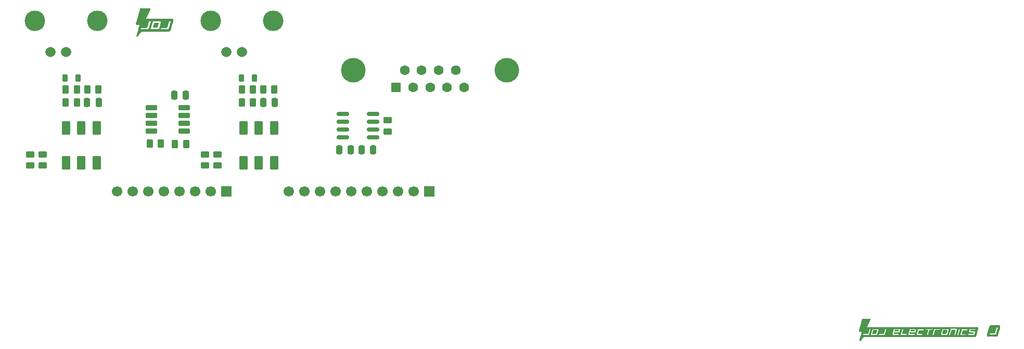
<source format=gbr>
%TF.GenerationSoftware,KiCad,Pcbnew,9.0.2*%
%TF.CreationDate,2025-07-24T16:09:36+02:00*%
%TF.ProjectId,Oscilli,4f736369-6c6c-4692-9e6b-696361645f70,rev?*%
%TF.SameCoordinates,Original*%
%TF.FileFunction,Soldermask,Top*%
%TF.FilePolarity,Negative*%
%FSLAX46Y46*%
G04 Gerber Fmt 4.6, Leading zero omitted, Abs format (unit mm)*
G04 Created by KiCad (PCBNEW 9.0.2) date 2025-07-24 16:09:36*
%MOMM*%
%LPD*%
G01*
G04 APERTURE LIST*
G04 Aperture macros list*
%AMRoundRect*
0 Rectangle with rounded corners*
0 $1 Rounding radius*
0 $2 $3 $4 $5 $6 $7 $8 $9 X,Y pos of 4 corners*
0 Add a 4 corners polygon primitive as box body*
4,1,4,$2,$3,$4,$5,$6,$7,$8,$9,$2,$3,0*
0 Add four circle primitives for the rounded corners*
1,1,$1+$1,$2,$3*
1,1,$1+$1,$4,$5*
1,1,$1+$1,$6,$7*
1,1,$1+$1,$8,$9*
0 Add four rect primitives between the rounded corners*
20,1,$1+$1,$2,$3,$4,$5,0*
20,1,$1+$1,$4,$5,$6,$7,0*
20,1,$1+$1,$6,$7,$8,$9,0*
20,1,$1+$1,$8,$9,$2,$3,0*%
G04 Aperture macros list end*
%ADD10C,0.010000*%
%ADD11RoundRect,0.250000X-0.250000X-0.475000X0.250000X-0.475000X0.250000X0.475000X-0.250000X0.475000X0*%
%ADD12RoundRect,0.250000X0.262500X0.450000X-0.262500X0.450000X-0.262500X-0.450000X0.262500X-0.450000X0*%
%ADD13RoundRect,0.250000X0.250000X0.475000X-0.250000X0.475000X-0.250000X-0.475000X0.250000X-0.475000X0*%
%ADD14RoundRect,0.250000X-0.450000X0.262500X-0.450000X-0.262500X0.450000X-0.262500X0.450000X0.262500X0*%
%ADD15RoundRect,0.218750X-0.218750X-0.381250X0.218750X-0.381250X0.218750X0.381250X-0.218750X0.381250X0*%
%ADD16RoundRect,0.250000X-0.262500X-0.450000X0.262500X-0.450000X0.262500X0.450000X-0.262500X0.450000X0*%
%ADD17RoundRect,0.250000X0.450000X-0.262500X0.450000X0.262500X-0.450000X0.262500X-0.450000X-0.262500X0*%
%ADD18C,4.000000*%
%ADD19R,1.600000X1.600000*%
%ADD20C,1.600000*%
%ADD21RoundRect,0.102000X0.600000X0.975000X-0.600000X0.975000X-0.600000X-0.975000X0.600000X-0.975000X0*%
%ADD22R,1.700000X1.700000*%
%ADD23C,1.700000*%
%ADD24C,1.664000*%
%ADD25C,3.344000*%
%ADD26RoundRect,0.150000X-0.825000X-0.150000X0.825000X-0.150000X0.825000X0.150000X-0.825000X0.150000X0*%
%ADD27RoundRect,0.100500X-0.791500X-0.301500X0.791500X-0.301500X0.791500X0.301500X-0.791500X0.301500X0*%
G04 APERTURE END LIST*
D10*
%TO.C,REF\u002A\u002A*%
X64515410Y-123589300D02*
X62585006Y-123589300D01*
X62585006Y-123563900D01*
X64515410Y-123563900D01*
X64515410Y-123589300D01*
G36*
X64515410Y-123589300D02*
G01*
X62585006Y-123589300D01*
X62585006Y-123563900D01*
X64515410Y-123563900D01*
X64515410Y-123589300D01*
G37*
X64515410Y-123589300D02*
X62585006Y-123589300D01*
X62585006Y-123563900D01*
X64515410Y-123563900D01*
X64515410Y-123589300D01*
G36*
X64515410Y-123589300D02*
G01*
X62585006Y-123589300D01*
X62585006Y-123563900D01*
X64515410Y-123563900D01*
X64515410Y-123589300D01*
G37*
X64515410Y-123614700D02*
X62585006Y-123614700D01*
X62585006Y-123589300D01*
X64515410Y-123589300D01*
X64515410Y-123614700D01*
G36*
X64515410Y-123614700D02*
G01*
X62585006Y-123614700D01*
X62585006Y-123589300D01*
X64515410Y-123589300D01*
X64515410Y-123614700D01*
G37*
X64515410Y-123614700D02*
X62585006Y-123614700D01*
X62585006Y-123589300D01*
X64515410Y-123589300D01*
X64515410Y-123614700D01*
G36*
X64515410Y-123614700D02*
G01*
X62585006Y-123614700D01*
X62585006Y-123589300D01*
X64515410Y-123589300D01*
X64515410Y-123614700D01*
G37*
X64515410Y-123640100D02*
X62585006Y-123640100D01*
X62585006Y-123614700D01*
X64515410Y-123614700D01*
X64515410Y-123640100D01*
G36*
X64515410Y-123640100D02*
G01*
X62585006Y-123640100D01*
X62585006Y-123614700D01*
X64515410Y-123614700D01*
X64515410Y-123640100D01*
G37*
X64515410Y-123640100D02*
X62585006Y-123640100D01*
X62585006Y-123614700D01*
X64515410Y-123614700D01*
X64515410Y-123640100D01*
G36*
X64515410Y-123640100D02*
G01*
X62585006Y-123640100D01*
X62585006Y-123614700D01*
X64515410Y-123614700D01*
X64515410Y-123640100D01*
G37*
X64490010Y-123665500D02*
X62585006Y-123665500D01*
X62585006Y-123640100D01*
X64490010Y-123640100D01*
X64490010Y-123665500D01*
G36*
X64490010Y-123665500D02*
G01*
X62585006Y-123665500D01*
X62585006Y-123640100D01*
X64490010Y-123640100D01*
X64490010Y-123665500D01*
G37*
X64490010Y-123665500D02*
X62585006Y-123665500D01*
X62585006Y-123640100D01*
X64490010Y-123640100D01*
X64490010Y-123665500D01*
G36*
X64490010Y-123665500D02*
G01*
X62585006Y-123665500D01*
X62585006Y-123640100D01*
X64490010Y-123640100D01*
X64490010Y-123665500D01*
G37*
X64490010Y-123690900D02*
X62585006Y-123690900D01*
X62585006Y-123665500D01*
X64490010Y-123665500D01*
X64490010Y-123690900D01*
G36*
X64490010Y-123690900D02*
G01*
X62585006Y-123690900D01*
X62585006Y-123665500D01*
X64490010Y-123665500D01*
X64490010Y-123690900D01*
G37*
X64490010Y-123690900D02*
X62585006Y-123690900D01*
X62585006Y-123665500D01*
X64490010Y-123665500D01*
X64490010Y-123690900D01*
G36*
X64490010Y-123690900D02*
G01*
X62585006Y-123690900D01*
X62585006Y-123665500D01*
X64490010Y-123665500D01*
X64490010Y-123690900D01*
G37*
X64490010Y-123716300D02*
X62585006Y-123716300D01*
X62585006Y-123690900D01*
X64490010Y-123690900D01*
X64490010Y-123716300D01*
G36*
X64490010Y-123716300D02*
G01*
X62585006Y-123716300D01*
X62585006Y-123690900D01*
X64490010Y-123690900D01*
X64490010Y-123716300D01*
G37*
X64490010Y-123716300D02*
X62585006Y-123716300D01*
X62585006Y-123690900D01*
X64490010Y-123690900D01*
X64490010Y-123716300D01*
G36*
X64490010Y-123716300D02*
G01*
X62585006Y-123716300D01*
X62585006Y-123690900D01*
X64490010Y-123690900D01*
X64490010Y-123716300D01*
G37*
X64540810Y-123513100D02*
X62610406Y-123513100D01*
X62610406Y-123487700D01*
X64540810Y-123487700D01*
X64540810Y-123513100D01*
G36*
X64540810Y-123513100D02*
G01*
X62610406Y-123513100D01*
X62610406Y-123487700D01*
X64540810Y-123487700D01*
X64540810Y-123513100D01*
G37*
X64540810Y-123513100D02*
X62610406Y-123513100D01*
X62610406Y-123487700D01*
X64540810Y-123487700D01*
X64540810Y-123513100D01*
G36*
X64540810Y-123513100D02*
G01*
X62610406Y-123513100D01*
X62610406Y-123487700D01*
X64540810Y-123487700D01*
X64540810Y-123513100D01*
G37*
X64540810Y-123538500D02*
X62610406Y-123538500D01*
X62610406Y-123513100D01*
X64540810Y-123513100D01*
X64540810Y-123538500D01*
G36*
X64540810Y-123538500D02*
G01*
X62610406Y-123538500D01*
X62610406Y-123513100D01*
X64540810Y-123513100D01*
X64540810Y-123538500D01*
G37*
X64540810Y-123538500D02*
X62610406Y-123538500D01*
X62610406Y-123513100D01*
X64540810Y-123513100D01*
X64540810Y-123538500D01*
G36*
X64540810Y-123538500D02*
G01*
X62610406Y-123538500D01*
X62610406Y-123513100D01*
X64540810Y-123513100D01*
X64540810Y-123538500D01*
G37*
X64540810Y-123563900D02*
X62610406Y-123563900D01*
X62610406Y-123538500D01*
X64540810Y-123538500D01*
X64540810Y-123563900D01*
G36*
X64540810Y-123563900D02*
G01*
X62610406Y-123563900D01*
X62610406Y-123538500D01*
X64540810Y-123538500D01*
X64540810Y-123563900D01*
G37*
X64540810Y-123563900D02*
X62610406Y-123563900D01*
X62610406Y-123538500D01*
X64540810Y-123538500D01*
X64540810Y-123563900D01*
G36*
X64540810Y-123563900D02*
G01*
X62610406Y-123563900D01*
X62610406Y-123538500D01*
X64540810Y-123538500D01*
X64540810Y-123563900D01*
G37*
X64490010Y-123741700D02*
X62610406Y-123741700D01*
X62610406Y-123716300D01*
X64490010Y-123716300D01*
X64490010Y-123741700D01*
G36*
X64490010Y-123741700D02*
G01*
X62610406Y-123741700D01*
X62610406Y-123716300D01*
X64490010Y-123716300D01*
X64490010Y-123741700D01*
G37*
X64490010Y-123741700D02*
X62610406Y-123741700D01*
X62610406Y-123716300D01*
X64490010Y-123716300D01*
X64490010Y-123741700D01*
G36*
X64490010Y-123741700D02*
G01*
X62610406Y-123741700D01*
X62610406Y-123716300D01*
X64490010Y-123716300D01*
X64490010Y-123741700D01*
G37*
X64566210Y-123411500D02*
X62635806Y-123411500D01*
X62635806Y-123386100D01*
X64566210Y-123386100D01*
X64566210Y-123411500D01*
G36*
X64566210Y-123411500D02*
G01*
X62635806Y-123411500D01*
X62635806Y-123386100D01*
X64566210Y-123386100D01*
X64566210Y-123411500D01*
G37*
X64566210Y-123411500D02*
X62635806Y-123411500D01*
X62635806Y-123386100D01*
X64566210Y-123386100D01*
X64566210Y-123411500D01*
G36*
X64566210Y-123411500D02*
G01*
X62635806Y-123411500D01*
X62635806Y-123386100D01*
X64566210Y-123386100D01*
X64566210Y-123411500D01*
G37*
X64566210Y-123436900D02*
X62635806Y-123436900D01*
X62635806Y-123411500D01*
X64566210Y-123411500D01*
X64566210Y-123436900D01*
G36*
X64566210Y-123436900D02*
G01*
X62635806Y-123436900D01*
X62635806Y-123411500D01*
X64566210Y-123411500D01*
X64566210Y-123436900D01*
G37*
X64566210Y-123436900D02*
X62635806Y-123436900D01*
X62635806Y-123411500D01*
X64566210Y-123411500D01*
X64566210Y-123436900D01*
G36*
X64566210Y-123436900D02*
G01*
X62635806Y-123436900D01*
X62635806Y-123411500D01*
X64566210Y-123411500D01*
X64566210Y-123436900D01*
G37*
X64566210Y-123462300D02*
X62635806Y-123462300D01*
X62635806Y-123436900D01*
X64566210Y-123436900D01*
X64566210Y-123462300D01*
G36*
X64566210Y-123462300D02*
G01*
X62635806Y-123462300D01*
X62635806Y-123436900D01*
X64566210Y-123436900D01*
X64566210Y-123462300D01*
G37*
X64566210Y-123462300D02*
X62635806Y-123462300D01*
X62635806Y-123436900D01*
X64566210Y-123436900D01*
X64566210Y-123462300D01*
G36*
X64566210Y-123462300D02*
G01*
X62635806Y-123462300D01*
X62635806Y-123436900D01*
X64566210Y-123436900D01*
X64566210Y-123462300D01*
G37*
X64540810Y-123487700D02*
X62635806Y-123487700D01*
X62635806Y-123462300D01*
X64540810Y-123462300D01*
X64540810Y-123487700D01*
G36*
X64540810Y-123487700D02*
G01*
X62635806Y-123487700D01*
X62635806Y-123462300D01*
X64540810Y-123462300D01*
X64540810Y-123487700D01*
G37*
X64540810Y-123487700D02*
X62635806Y-123487700D01*
X62635806Y-123462300D01*
X64540810Y-123462300D01*
X64540810Y-123487700D01*
G36*
X64540810Y-123487700D02*
G01*
X62635806Y-123487700D01*
X62635806Y-123462300D01*
X64540810Y-123462300D01*
X64540810Y-123487700D01*
G37*
X64591610Y-123309900D02*
X62661206Y-123309900D01*
X62661206Y-123284500D01*
X64591610Y-123284500D01*
X64591610Y-123309900D01*
G36*
X64591610Y-123309900D02*
G01*
X62661206Y-123309900D01*
X62661206Y-123284500D01*
X64591610Y-123284500D01*
X64591610Y-123309900D01*
G37*
X64591610Y-123309900D02*
X62661206Y-123309900D01*
X62661206Y-123284500D01*
X64591610Y-123284500D01*
X64591610Y-123309900D01*
G36*
X64591610Y-123309900D02*
G01*
X62661206Y-123309900D01*
X62661206Y-123284500D01*
X64591610Y-123284500D01*
X64591610Y-123309900D01*
G37*
X64591610Y-123335300D02*
X62661206Y-123335300D01*
X62661206Y-123309900D01*
X64591610Y-123309900D01*
X64591610Y-123335300D01*
G36*
X64591610Y-123335300D02*
G01*
X62661206Y-123335300D01*
X62661206Y-123309900D01*
X64591610Y-123309900D01*
X64591610Y-123335300D01*
G37*
X64591610Y-123335300D02*
X62661206Y-123335300D01*
X62661206Y-123309900D01*
X64591610Y-123309900D01*
X64591610Y-123335300D01*
G36*
X64591610Y-123335300D02*
G01*
X62661206Y-123335300D01*
X62661206Y-123309900D01*
X64591610Y-123309900D01*
X64591610Y-123335300D01*
G37*
X64591610Y-123360700D02*
X62661206Y-123360700D01*
X62661206Y-123335300D01*
X64591610Y-123335300D01*
X64591610Y-123360700D01*
G36*
X64591610Y-123360700D02*
G01*
X62661206Y-123360700D01*
X62661206Y-123335300D01*
X64591610Y-123335300D01*
X64591610Y-123360700D01*
G37*
X64591610Y-123360700D02*
X62661206Y-123360700D01*
X62661206Y-123335300D01*
X64591610Y-123335300D01*
X64591610Y-123360700D01*
G36*
X64591610Y-123360700D02*
G01*
X62661206Y-123360700D01*
X62661206Y-123335300D01*
X64591610Y-123335300D01*
X64591610Y-123360700D01*
G37*
X64591610Y-123386100D02*
X62661206Y-123386100D01*
X62661206Y-123360700D01*
X64591610Y-123360700D01*
X64591610Y-123386100D01*
G36*
X64591610Y-123386100D02*
G01*
X62661206Y-123386100D01*
X62661206Y-123360700D01*
X64591610Y-123360700D01*
X64591610Y-123386100D01*
G37*
X64591610Y-123386100D02*
X62661206Y-123386100D01*
X62661206Y-123360700D01*
X64591610Y-123360700D01*
X64591610Y-123386100D01*
G36*
X64591610Y-123386100D02*
G01*
X62661206Y-123386100D01*
X62661206Y-123360700D01*
X64591610Y-123360700D01*
X64591610Y-123386100D01*
G37*
X62889806Y-125545103D02*
X62661206Y-125545103D01*
X62661206Y-125519703D01*
X62889806Y-125519703D01*
X62889806Y-125545103D01*
G36*
X62889806Y-125545103D02*
G01*
X62661206Y-125545103D01*
X62661206Y-125519703D01*
X62889806Y-125519703D01*
X62889806Y-125545103D01*
G37*
X62889806Y-125545103D02*
X62661206Y-125545103D01*
X62661206Y-125519703D01*
X62889806Y-125519703D01*
X62889806Y-125545103D01*
G36*
X62889806Y-125545103D02*
G01*
X62661206Y-125545103D01*
X62661206Y-125519703D01*
X62889806Y-125519703D01*
X62889806Y-125545103D01*
G37*
X62864406Y-125570503D02*
X62661206Y-125570503D01*
X62661206Y-125545103D01*
X62864406Y-125545103D01*
X62864406Y-125570503D01*
G36*
X62864406Y-125570503D02*
G01*
X62661206Y-125570503D01*
X62661206Y-125545103D01*
X62864406Y-125545103D01*
X62864406Y-125570503D01*
G37*
X62864406Y-125570503D02*
X62661206Y-125570503D01*
X62661206Y-125545103D01*
X62864406Y-125545103D01*
X62864406Y-125570503D01*
G36*
X62864406Y-125570503D02*
G01*
X62661206Y-125570503D01*
X62661206Y-125545103D01*
X62864406Y-125545103D01*
X62864406Y-125570503D01*
G37*
X62839006Y-125595903D02*
X62661206Y-125595903D01*
X62661206Y-125570503D01*
X62839006Y-125570503D01*
X62839006Y-125595903D01*
G36*
X62839006Y-125595903D02*
G01*
X62661206Y-125595903D01*
X62661206Y-125570503D01*
X62839006Y-125570503D01*
X62839006Y-125595903D01*
G37*
X62839006Y-125595903D02*
X62661206Y-125595903D01*
X62661206Y-125570503D01*
X62839006Y-125570503D01*
X62839006Y-125595903D01*
G36*
X62839006Y-125595903D02*
G01*
X62661206Y-125595903D01*
X62661206Y-125570503D01*
X62839006Y-125570503D01*
X62839006Y-125595903D01*
G37*
X62813606Y-125621303D02*
X62661206Y-125621303D01*
X62661206Y-125595903D01*
X62813606Y-125595903D01*
X62813606Y-125621303D01*
G36*
X62813606Y-125621303D02*
G01*
X62661206Y-125621303D01*
X62661206Y-125595903D01*
X62813606Y-125595903D01*
X62813606Y-125621303D01*
G37*
X62813606Y-125621303D02*
X62661206Y-125621303D01*
X62661206Y-125595903D01*
X62813606Y-125595903D01*
X62813606Y-125621303D01*
G36*
X62813606Y-125621303D02*
G01*
X62661206Y-125621303D01*
X62661206Y-125595903D01*
X62813606Y-125595903D01*
X62813606Y-125621303D01*
G37*
X62788206Y-125646703D02*
X62661206Y-125646703D01*
X62661206Y-125621303D01*
X62788206Y-125621303D01*
X62788206Y-125646703D01*
G36*
X62788206Y-125646703D02*
G01*
X62661206Y-125646703D01*
X62661206Y-125621303D01*
X62788206Y-125621303D01*
X62788206Y-125646703D01*
G37*
X62788206Y-125646703D02*
X62661206Y-125646703D01*
X62661206Y-125621303D01*
X62788206Y-125621303D01*
X62788206Y-125646703D01*
G36*
X62788206Y-125646703D02*
G01*
X62661206Y-125646703D01*
X62661206Y-125621303D01*
X62788206Y-125621303D01*
X62788206Y-125646703D01*
G37*
X62788206Y-125672103D02*
X62661206Y-125672103D01*
X62661206Y-125646703D01*
X62788206Y-125646703D01*
X62788206Y-125672103D01*
G36*
X62788206Y-125672103D02*
G01*
X62661206Y-125672103D01*
X62661206Y-125646703D01*
X62788206Y-125646703D01*
X62788206Y-125672103D01*
G37*
X62788206Y-125672103D02*
X62661206Y-125672103D01*
X62661206Y-125646703D01*
X62788206Y-125646703D01*
X62788206Y-125672103D01*
G36*
X62788206Y-125672103D02*
G01*
X62661206Y-125672103D01*
X62661206Y-125646703D01*
X62788206Y-125646703D01*
X62788206Y-125672103D01*
G37*
X64617010Y-123233700D02*
X62686606Y-123233700D01*
X62686606Y-123208300D01*
X64617010Y-123208300D01*
X64617010Y-123233700D01*
G36*
X64617010Y-123233700D02*
G01*
X62686606Y-123233700D01*
X62686606Y-123208300D01*
X64617010Y-123208300D01*
X64617010Y-123233700D01*
G37*
X64617010Y-123233700D02*
X62686606Y-123233700D01*
X62686606Y-123208300D01*
X64617010Y-123208300D01*
X64617010Y-123233700D01*
G36*
X64617010Y-123233700D02*
G01*
X62686606Y-123233700D01*
X62686606Y-123208300D01*
X64617010Y-123208300D01*
X64617010Y-123233700D01*
G37*
X64617010Y-123259100D02*
X62686606Y-123259100D01*
X62686606Y-123233700D01*
X64617010Y-123233700D01*
X64617010Y-123259100D01*
G36*
X64617010Y-123259100D02*
G01*
X62686606Y-123259100D01*
X62686606Y-123233700D01*
X64617010Y-123233700D01*
X64617010Y-123259100D01*
G37*
X64617010Y-123259100D02*
X62686606Y-123259100D01*
X62686606Y-123233700D01*
X64617010Y-123233700D01*
X64617010Y-123259100D01*
G36*
X64617010Y-123259100D02*
G01*
X62686606Y-123259100D01*
X62686606Y-123233700D01*
X64617010Y-123233700D01*
X64617010Y-123259100D01*
G37*
X64617010Y-123284500D02*
X62686606Y-123284500D01*
X62686606Y-123259100D01*
X64617010Y-123259100D01*
X64617010Y-123284500D01*
G36*
X64617010Y-123284500D02*
G01*
X62686606Y-123284500D01*
X62686606Y-123259100D01*
X64617010Y-123259100D01*
X64617010Y-123284500D01*
G37*
X64617010Y-123284500D02*
X62686606Y-123284500D01*
X62686606Y-123259100D01*
X64617010Y-123259100D01*
X64617010Y-123284500D01*
G36*
X64617010Y-123284500D02*
G01*
X62686606Y-123284500D01*
X62686606Y-123259100D01*
X64617010Y-123259100D01*
X64617010Y-123284500D01*
G37*
X62940606Y-125468903D02*
X62686606Y-125468903D01*
X62686606Y-125443503D01*
X62940606Y-125443503D01*
X62940606Y-125468903D01*
G36*
X62940606Y-125468903D02*
G01*
X62686606Y-125468903D01*
X62686606Y-125443503D01*
X62940606Y-125443503D01*
X62940606Y-125468903D01*
G37*
X62940606Y-125468903D02*
X62686606Y-125468903D01*
X62686606Y-125443503D01*
X62940606Y-125443503D01*
X62940606Y-125468903D01*
G36*
X62940606Y-125468903D02*
G01*
X62686606Y-125468903D01*
X62686606Y-125443503D01*
X62940606Y-125443503D01*
X62940606Y-125468903D01*
G37*
X62915206Y-125494303D02*
X62686606Y-125494303D01*
X62686606Y-125468903D01*
X62915206Y-125468903D01*
X62915206Y-125494303D01*
G36*
X62915206Y-125494303D02*
G01*
X62686606Y-125494303D01*
X62686606Y-125468903D01*
X62915206Y-125468903D01*
X62915206Y-125494303D01*
G37*
X62915206Y-125494303D02*
X62686606Y-125494303D01*
X62686606Y-125468903D01*
X62915206Y-125468903D01*
X62915206Y-125494303D01*
G36*
X62915206Y-125494303D02*
G01*
X62686606Y-125494303D01*
X62686606Y-125468903D01*
X62915206Y-125468903D01*
X62915206Y-125494303D01*
G37*
X62889806Y-125519703D02*
X62686606Y-125519703D01*
X62686606Y-125494303D01*
X62889806Y-125494303D01*
X62889806Y-125519703D01*
G36*
X62889806Y-125519703D02*
G01*
X62686606Y-125519703D01*
X62686606Y-125494303D01*
X62889806Y-125494303D01*
X62889806Y-125519703D01*
G37*
X62889806Y-125519703D02*
X62686606Y-125519703D01*
X62686606Y-125494303D01*
X62889806Y-125494303D01*
X62889806Y-125519703D01*
G36*
X62889806Y-125519703D02*
G01*
X62686606Y-125519703D01*
X62686606Y-125494303D01*
X62889806Y-125494303D01*
X62889806Y-125519703D01*
G37*
X68579410Y-123132100D02*
X62712006Y-123132100D01*
X62712006Y-123106700D01*
X68579410Y-123106700D01*
X68579410Y-123132100D01*
G36*
X68579410Y-123132100D02*
G01*
X62712006Y-123132100D01*
X62712006Y-123106700D01*
X68579410Y-123106700D01*
X68579410Y-123132100D01*
G37*
X68579410Y-123132100D02*
X62712006Y-123132100D01*
X62712006Y-123106700D01*
X68579410Y-123106700D01*
X68579410Y-123132100D01*
G36*
X68579410Y-123132100D02*
G01*
X62712006Y-123132100D01*
X62712006Y-123106700D01*
X68579410Y-123106700D01*
X68579410Y-123132100D01*
G37*
X68579410Y-123157500D02*
X62712006Y-123157500D01*
X62712006Y-123132100D01*
X68579410Y-123132100D01*
X68579410Y-123157500D01*
G36*
X68579410Y-123157500D02*
G01*
X62712006Y-123157500D01*
X62712006Y-123132100D01*
X68579410Y-123132100D01*
X68579410Y-123157500D01*
G37*
X68579410Y-123157500D02*
X62712006Y-123157500D01*
X62712006Y-123132100D01*
X68579410Y-123132100D01*
X68579410Y-123157500D01*
G36*
X68579410Y-123157500D02*
G01*
X62712006Y-123157500D01*
X62712006Y-123132100D01*
X68579410Y-123132100D01*
X68579410Y-123157500D01*
G37*
X64642410Y-123182900D02*
X62712006Y-123182900D01*
X62712006Y-123157500D01*
X64642410Y-123157500D01*
X64642410Y-123182900D01*
G36*
X64642410Y-123182900D02*
G01*
X62712006Y-123182900D01*
X62712006Y-123157500D01*
X64642410Y-123157500D01*
X64642410Y-123182900D01*
G37*
X64642410Y-123182900D02*
X62712006Y-123182900D01*
X62712006Y-123157500D01*
X64642410Y-123157500D01*
X64642410Y-123182900D01*
G36*
X64642410Y-123182900D02*
G01*
X62712006Y-123182900D01*
X62712006Y-123157500D01*
X64642410Y-123157500D01*
X64642410Y-123182900D01*
G37*
X64642410Y-123208300D02*
X62712006Y-123208300D01*
X62712006Y-123182900D01*
X64642410Y-123182900D01*
X64642410Y-123208300D01*
G36*
X64642410Y-123208300D02*
G01*
X62712006Y-123208300D01*
X62712006Y-123182900D01*
X64642410Y-123182900D01*
X64642410Y-123208300D01*
G37*
X64642410Y-123208300D02*
X62712006Y-123208300D01*
X62712006Y-123182900D01*
X64642410Y-123182900D01*
X64642410Y-123208300D01*
G36*
X64642410Y-123208300D02*
G01*
X62712006Y-123208300D01*
X62712006Y-123182900D01*
X64642410Y-123182900D01*
X64642410Y-123208300D01*
G37*
X62991406Y-125392703D02*
X62712006Y-125392703D01*
X62712006Y-125367303D01*
X62991406Y-125367303D01*
X62991406Y-125392703D01*
G36*
X62991406Y-125392703D02*
G01*
X62712006Y-125392703D01*
X62712006Y-125367303D01*
X62991406Y-125367303D01*
X62991406Y-125392703D01*
G37*
X62991406Y-125392703D02*
X62712006Y-125392703D01*
X62712006Y-125367303D01*
X62991406Y-125367303D01*
X62991406Y-125392703D01*
G36*
X62991406Y-125392703D02*
G01*
X62712006Y-125392703D01*
X62712006Y-125367303D01*
X62991406Y-125367303D01*
X62991406Y-125392703D01*
G37*
X62991406Y-125418103D02*
X62712006Y-125418103D01*
X62712006Y-125392703D01*
X62991406Y-125392703D01*
X62991406Y-125418103D01*
G36*
X62991406Y-125418103D02*
G01*
X62712006Y-125418103D01*
X62712006Y-125392703D01*
X62991406Y-125392703D01*
X62991406Y-125418103D01*
G37*
X62991406Y-125418103D02*
X62712006Y-125418103D01*
X62712006Y-125392703D01*
X62991406Y-125392703D01*
X62991406Y-125418103D01*
G36*
X62991406Y-125418103D02*
G01*
X62712006Y-125418103D01*
X62712006Y-125392703D01*
X62991406Y-125392703D01*
X62991406Y-125418103D01*
G37*
X62966006Y-125443503D02*
X62712006Y-125443503D01*
X62712006Y-125418103D01*
X62966006Y-125418103D01*
X62966006Y-125443503D01*
G36*
X62966006Y-125443503D02*
G01*
X62712006Y-125443503D01*
X62712006Y-125418103D01*
X62966006Y-125418103D01*
X62966006Y-125443503D01*
G37*
X62966006Y-125443503D02*
X62712006Y-125443503D01*
X62712006Y-125418103D01*
X62966006Y-125418103D01*
X62966006Y-125443503D01*
G36*
X62966006Y-125443503D02*
G01*
X62712006Y-125443503D01*
X62712006Y-125418103D01*
X62966006Y-125418103D01*
X62966006Y-125443503D01*
G37*
X62737406Y-125697503D02*
X62712006Y-125697503D01*
X62712006Y-125672103D01*
X62737406Y-125672103D01*
X62737406Y-125697503D01*
G36*
X62737406Y-125697503D02*
G01*
X62712006Y-125697503D01*
X62712006Y-125672103D01*
X62737406Y-125672103D01*
X62737406Y-125697503D01*
G37*
X62737406Y-125697503D02*
X62712006Y-125697503D01*
X62712006Y-125672103D01*
X62737406Y-125672103D01*
X62737406Y-125697503D01*
G36*
X62737406Y-125697503D02*
G01*
X62712006Y-125697503D01*
X62712006Y-125672103D01*
X62737406Y-125672103D01*
X62737406Y-125697503D01*
G37*
X68579410Y-123055900D02*
X62737406Y-123055900D01*
X62737406Y-123030500D01*
X68579410Y-123030500D01*
X68579410Y-123055900D01*
G36*
X68579410Y-123055900D02*
G01*
X62737406Y-123055900D01*
X62737406Y-123030500D01*
X68579410Y-123030500D01*
X68579410Y-123055900D01*
G37*
X68579410Y-123055900D02*
X62737406Y-123055900D01*
X62737406Y-123030500D01*
X68579410Y-123030500D01*
X68579410Y-123055900D01*
G36*
X68579410Y-123055900D02*
G01*
X62737406Y-123055900D01*
X62737406Y-123030500D01*
X68579410Y-123030500D01*
X68579410Y-123055900D01*
G37*
X68579410Y-123081300D02*
X62737406Y-123081300D01*
X62737406Y-123055900D01*
X68579410Y-123055900D01*
X68579410Y-123081300D01*
G36*
X68579410Y-123081300D02*
G01*
X62737406Y-123081300D01*
X62737406Y-123055900D01*
X68579410Y-123055900D01*
X68579410Y-123081300D01*
G37*
X68579410Y-123081300D02*
X62737406Y-123081300D01*
X62737406Y-123055900D01*
X68579410Y-123055900D01*
X68579410Y-123081300D01*
G36*
X68579410Y-123081300D02*
G01*
X62737406Y-123081300D01*
X62737406Y-123055900D01*
X68579410Y-123055900D01*
X68579410Y-123081300D01*
G37*
X68579410Y-123106700D02*
X62737406Y-123106700D01*
X62737406Y-123081300D01*
X68579410Y-123081300D01*
X68579410Y-123106700D01*
G36*
X68579410Y-123106700D02*
G01*
X62737406Y-123106700D01*
X62737406Y-123081300D01*
X68579410Y-123081300D01*
X68579410Y-123106700D01*
G37*
X68579410Y-123106700D02*
X62737406Y-123106700D01*
X62737406Y-123081300D01*
X68579410Y-123081300D01*
X68579410Y-123106700D01*
G36*
X68579410Y-123106700D02*
G01*
X62737406Y-123106700D01*
X62737406Y-123081300D01*
X68579410Y-123081300D01*
X68579410Y-123106700D01*
G37*
X63093006Y-125291103D02*
X62737406Y-125291103D01*
X62737406Y-125265703D01*
X63093006Y-125265703D01*
X63093006Y-125291103D01*
G36*
X63093006Y-125291103D02*
G01*
X62737406Y-125291103D01*
X62737406Y-125265703D01*
X63093006Y-125265703D01*
X63093006Y-125291103D01*
G37*
X63093006Y-125291103D02*
X62737406Y-125291103D01*
X62737406Y-125265703D01*
X63093006Y-125265703D01*
X63093006Y-125291103D01*
G36*
X63093006Y-125291103D02*
G01*
X62737406Y-125291103D01*
X62737406Y-125265703D01*
X63093006Y-125265703D01*
X63093006Y-125291103D01*
G37*
X63067606Y-125316503D02*
X62737406Y-125316503D01*
X62737406Y-125291103D01*
X63067606Y-125291103D01*
X63067606Y-125316503D01*
G36*
X63067606Y-125316503D02*
G01*
X62737406Y-125316503D01*
X62737406Y-125291103D01*
X63067606Y-125291103D01*
X63067606Y-125316503D01*
G37*
X63067606Y-125316503D02*
X62737406Y-125316503D01*
X62737406Y-125291103D01*
X63067606Y-125291103D01*
X63067606Y-125316503D01*
G36*
X63067606Y-125316503D02*
G01*
X62737406Y-125316503D01*
X62737406Y-125291103D01*
X63067606Y-125291103D01*
X63067606Y-125316503D01*
G37*
X63042206Y-125341903D02*
X62737406Y-125341903D01*
X62737406Y-125316503D01*
X63042206Y-125316503D01*
X63042206Y-125341903D01*
G36*
X63042206Y-125341903D02*
G01*
X62737406Y-125341903D01*
X62737406Y-125316503D01*
X63042206Y-125316503D01*
X63042206Y-125341903D01*
G37*
X63042206Y-125341903D02*
X62737406Y-125341903D01*
X62737406Y-125316503D01*
X63042206Y-125316503D01*
X63042206Y-125341903D01*
G36*
X63042206Y-125341903D02*
G01*
X62737406Y-125341903D01*
X62737406Y-125316503D01*
X63042206Y-125316503D01*
X63042206Y-125341903D01*
G37*
X63016806Y-125367303D02*
X62737406Y-125367303D01*
X62737406Y-125341903D01*
X63016806Y-125341903D01*
X63016806Y-125367303D01*
G36*
X63016806Y-125367303D02*
G01*
X62737406Y-125367303D01*
X62737406Y-125341903D01*
X63016806Y-125341903D01*
X63016806Y-125367303D01*
G37*
X63016806Y-125367303D02*
X62737406Y-125367303D01*
X62737406Y-125341903D01*
X63016806Y-125341903D01*
X63016806Y-125367303D01*
G36*
X63016806Y-125367303D02*
G01*
X62737406Y-125367303D01*
X62737406Y-125341903D01*
X63016806Y-125341903D01*
X63016806Y-125367303D01*
G37*
X68554010Y-122954300D02*
X62762806Y-122954300D01*
X62762806Y-122928900D01*
X68554010Y-122928900D01*
X68554010Y-122954300D01*
G36*
X68554010Y-122954300D02*
G01*
X62762806Y-122954300D01*
X62762806Y-122928900D01*
X68554010Y-122928900D01*
X68554010Y-122954300D01*
G37*
X68554010Y-122954300D02*
X62762806Y-122954300D01*
X62762806Y-122928900D01*
X68554010Y-122928900D01*
X68554010Y-122954300D01*
G36*
X68554010Y-122954300D02*
G01*
X62762806Y-122954300D01*
X62762806Y-122928900D01*
X68554010Y-122928900D01*
X68554010Y-122954300D01*
G37*
X68554010Y-122979700D02*
X62762806Y-122979700D01*
X62762806Y-122954300D01*
X68554010Y-122954300D01*
X68554010Y-122979700D01*
G36*
X68554010Y-122979700D02*
G01*
X62762806Y-122979700D01*
X62762806Y-122954300D01*
X68554010Y-122954300D01*
X68554010Y-122979700D01*
G37*
X68554010Y-122979700D02*
X62762806Y-122979700D01*
X62762806Y-122954300D01*
X68554010Y-122954300D01*
X68554010Y-122979700D01*
G36*
X68554010Y-122979700D02*
G01*
X62762806Y-122979700D01*
X62762806Y-122954300D01*
X68554010Y-122954300D01*
X68554010Y-122979700D01*
G37*
X68579410Y-123005100D02*
X62762806Y-123005100D01*
X62762806Y-122979700D01*
X68579410Y-122979700D01*
X68579410Y-123005100D01*
G36*
X68579410Y-123005100D02*
G01*
X62762806Y-123005100D01*
X62762806Y-122979700D01*
X68579410Y-122979700D01*
X68579410Y-123005100D01*
G37*
X68579410Y-123005100D02*
X62762806Y-123005100D01*
X62762806Y-122979700D01*
X68579410Y-122979700D01*
X68579410Y-123005100D01*
G36*
X68579410Y-123005100D02*
G01*
X62762806Y-123005100D01*
X62762806Y-122979700D01*
X68579410Y-122979700D01*
X68579410Y-123005100D01*
G37*
X68579410Y-123030500D02*
X62762806Y-123030500D01*
X62762806Y-123005100D01*
X68579410Y-123005100D01*
X68579410Y-123030500D01*
G36*
X68579410Y-123030500D02*
G01*
X62762806Y-123030500D01*
X62762806Y-123005100D01*
X68579410Y-123005100D01*
X68579410Y-123030500D01*
G37*
X68579410Y-123030500D02*
X62762806Y-123030500D01*
X62762806Y-123005100D01*
X68579410Y-123005100D01*
X68579410Y-123030500D01*
G36*
X68579410Y-123030500D02*
G01*
X62762806Y-123030500D01*
X62762806Y-123005100D01*
X68579410Y-123005100D01*
X68579410Y-123030500D01*
G37*
X63143806Y-125214903D02*
X62762806Y-125214903D01*
X62762806Y-125189503D01*
X63143806Y-125189503D01*
X63143806Y-125214903D01*
G36*
X63143806Y-125214903D02*
G01*
X62762806Y-125214903D01*
X62762806Y-125189503D01*
X63143806Y-125189503D01*
X63143806Y-125214903D01*
G37*
X63143806Y-125214903D02*
X62762806Y-125214903D01*
X62762806Y-125189503D01*
X63143806Y-125189503D01*
X63143806Y-125214903D01*
G36*
X63143806Y-125214903D02*
G01*
X62762806Y-125214903D01*
X62762806Y-125189503D01*
X63143806Y-125189503D01*
X63143806Y-125214903D01*
G37*
X63118406Y-125240303D02*
X62762806Y-125240303D01*
X62762806Y-125214903D01*
X63118406Y-125214903D01*
X63118406Y-125240303D01*
G36*
X63118406Y-125240303D02*
G01*
X62762806Y-125240303D01*
X62762806Y-125214903D01*
X63118406Y-125214903D01*
X63118406Y-125240303D01*
G37*
X63118406Y-125240303D02*
X62762806Y-125240303D01*
X62762806Y-125214903D01*
X63118406Y-125214903D01*
X63118406Y-125240303D01*
G36*
X63118406Y-125240303D02*
G01*
X62762806Y-125240303D01*
X62762806Y-125214903D01*
X63118406Y-125214903D01*
X63118406Y-125240303D01*
G37*
X63093006Y-125265703D02*
X62762806Y-125265703D01*
X62762806Y-125240303D01*
X63093006Y-125240303D01*
X63093006Y-125265703D01*
G36*
X63093006Y-125265703D02*
G01*
X62762806Y-125265703D01*
X62762806Y-125240303D01*
X63093006Y-125240303D01*
X63093006Y-125265703D01*
G37*
X63093006Y-125265703D02*
X62762806Y-125265703D01*
X62762806Y-125240303D01*
X63093006Y-125240303D01*
X63093006Y-125265703D01*
G36*
X63093006Y-125265703D02*
G01*
X62762806Y-125265703D01*
X62762806Y-125240303D01*
X63093006Y-125240303D01*
X63093006Y-125265703D01*
G37*
X68452410Y-122878100D02*
X62788206Y-122878100D01*
X62788206Y-122852700D01*
X68452410Y-122852700D01*
X68452410Y-122878100D01*
G36*
X68452410Y-122878100D02*
G01*
X62788206Y-122878100D01*
X62788206Y-122852700D01*
X68452410Y-122852700D01*
X68452410Y-122878100D01*
G37*
X68452410Y-122878100D02*
X62788206Y-122878100D01*
X62788206Y-122852700D01*
X68452410Y-122852700D01*
X68452410Y-122878100D01*
G36*
X68452410Y-122878100D02*
G01*
X62788206Y-122878100D01*
X62788206Y-122852700D01*
X68452410Y-122852700D01*
X68452410Y-122878100D01*
G37*
X68503210Y-122903500D02*
X62788206Y-122903500D01*
X62788206Y-122878100D01*
X68503210Y-122878100D01*
X68503210Y-122903500D01*
G36*
X68503210Y-122903500D02*
G01*
X62788206Y-122903500D01*
X62788206Y-122878100D01*
X68503210Y-122878100D01*
X68503210Y-122903500D01*
G37*
X68503210Y-122903500D02*
X62788206Y-122903500D01*
X62788206Y-122878100D01*
X68503210Y-122878100D01*
X68503210Y-122903500D01*
G36*
X68503210Y-122903500D02*
G01*
X62788206Y-122903500D01*
X62788206Y-122878100D01*
X68503210Y-122878100D01*
X68503210Y-122903500D01*
G37*
X68528610Y-122928900D02*
X62788206Y-122928900D01*
X62788206Y-122903500D01*
X68528610Y-122903500D01*
X68528610Y-122928900D01*
G36*
X68528610Y-122928900D02*
G01*
X62788206Y-122928900D01*
X62788206Y-122903500D01*
X68528610Y-122903500D01*
X68528610Y-122928900D01*
G37*
X68528610Y-122928900D02*
X62788206Y-122928900D01*
X62788206Y-122903500D01*
X68528610Y-122903500D01*
X68528610Y-122928900D01*
G36*
X68528610Y-122928900D02*
G01*
X62788206Y-122928900D01*
X62788206Y-122903500D01*
X68528610Y-122903500D01*
X68528610Y-122928900D01*
G37*
X63194606Y-125138703D02*
X62788206Y-125138703D01*
X62788206Y-125113300D01*
X63194606Y-125113300D01*
X63194606Y-125138703D01*
G36*
X63194606Y-125138703D02*
G01*
X62788206Y-125138703D01*
X62788206Y-125113300D01*
X63194606Y-125113300D01*
X63194606Y-125138703D01*
G37*
X63194606Y-125138703D02*
X62788206Y-125138703D01*
X62788206Y-125113300D01*
X63194606Y-125113300D01*
X63194606Y-125138703D01*
G36*
X63194606Y-125138703D02*
G01*
X62788206Y-125138703D01*
X62788206Y-125113300D01*
X63194606Y-125113300D01*
X63194606Y-125138703D01*
G37*
X63194606Y-125164103D02*
X62788206Y-125164103D01*
X62788206Y-125138703D01*
X63194606Y-125138703D01*
X63194606Y-125164103D01*
G36*
X63194606Y-125164103D02*
G01*
X62788206Y-125164103D01*
X62788206Y-125138703D01*
X63194606Y-125138703D01*
X63194606Y-125164103D01*
G37*
X63194606Y-125164103D02*
X62788206Y-125164103D01*
X62788206Y-125138703D01*
X63194606Y-125138703D01*
X63194606Y-125164103D01*
G36*
X63194606Y-125164103D02*
G01*
X62788206Y-125164103D01*
X62788206Y-125138703D01*
X63194606Y-125138703D01*
X63194606Y-125164103D01*
G37*
X63169206Y-125189503D02*
X62788206Y-125189503D01*
X62788206Y-125164103D01*
X63169206Y-125164103D01*
X63169206Y-125189503D01*
G36*
X63169206Y-125189503D02*
G01*
X62788206Y-125189503D01*
X62788206Y-125164103D01*
X63169206Y-125164103D01*
X63169206Y-125189503D01*
G37*
X63169206Y-125189503D02*
X62788206Y-125189503D01*
X62788206Y-125164103D01*
X63169206Y-125164103D01*
X63169206Y-125189503D01*
G36*
X63169206Y-125189503D02*
G01*
X62788206Y-125189503D01*
X62788206Y-125164103D01*
X63169206Y-125164103D01*
X63169206Y-125189503D01*
G37*
X64134410Y-122776500D02*
X62813606Y-122776500D01*
X62813606Y-122751100D01*
X64134410Y-122751100D01*
X64134410Y-122776500D01*
G36*
X64134410Y-122776500D02*
G01*
X62813606Y-122776500D01*
X62813606Y-122751100D01*
X64134410Y-122751100D01*
X64134410Y-122776500D01*
G37*
X64134410Y-122776500D02*
X62813606Y-122776500D01*
X62813606Y-122751100D01*
X64134410Y-122751100D01*
X64134410Y-122776500D01*
G36*
X64134410Y-122776500D02*
G01*
X62813606Y-122776500D01*
X62813606Y-122751100D01*
X64134410Y-122751100D01*
X64134410Y-122776500D01*
G37*
X64109010Y-122801900D02*
X62813606Y-122801900D01*
X62813606Y-122776500D01*
X64109010Y-122776500D01*
X64109010Y-122801900D01*
G36*
X64109010Y-122801900D02*
G01*
X62813606Y-122801900D01*
X62813606Y-122776500D01*
X64109010Y-122776500D01*
X64109010Y-122801900D01*
G37*
X64109010Y-122801900D02*
X62813606Y-122801900D01*
X62813606Y-122776500D01*
X64109010Y-122776500D01*
X64109010Y-122801900D01*
G36*
X64109010Y-122801900D02*
G01*
X62813606Y-122801900D01*
X62813606Y-122776500D01*
X64109010Y-122776500D01*
X64109010Y-122801900D01*
G37*
X64109010Y-122827300D02*
X62813606Y-122827300D01*
X62813606Y-122801900D01*
X64109010Y-122801900D01*
X64109010Y-122827300D01*
G36*
X64109010Y-122827300D02*
G01*
X62813606Y-122827300D01*
X62813606Y-122801900D01*
X64109010Y-122801900D01*
X64109010Y-122827300D01*
G37*
X64109010Y-122827300D02*
X62813606Y-122827300D01*
X62813606Y-122801900D01*
X64109010Y-122801900D01*
X64109010Y-122827300D01*
G36*
X64109010Y-122827300D02*
G01*
X62813606Y-122827300D01*
X62813606Y-122801900D01*
X64109010Y-122801900D01*
X64109010Y-122827300D01*
G37*
X64109010Y-122852700D02*
X62813606Y-122852700D01*
X62813606Y-122827300D01*
X64109010Y-122827300D01*
X64109010Y-122852700D01*
G36*
X64109010Y-122852700D02*
G01*
X62813606Y-122852700D01*
X62813606Y-122827300D01*
X64109010Y-122827300D01*
X64109010Y-122852700D01*
G37*
X64109010Y-122852700D02*
X62813606Y-122852700D01*
X62813606Y-122827300D01*
X64109010Y-122827300D01*
X64109010Y-122852700D01*
G36*
X64109010Y-122852700D02*
G01*
X62813606Y-122852700D01*
X62813606Y-122827300D01*
X64109010Y-122827300D01*
X64109010Y-122852700D01*
G37*
X63296206Y-125037100D02*
X62813606Y-125037100D01*
X62813606Y-125011700D01*
X63296206Y-125011700D01*
X63296206Y-125037100D01*
G36*
X63296206Y-125037100D02*
G01*
X62813606Y-125037100D01*
X62813606Y-125011700D01*
X63296206Y-125011700D01*
X63296206Y-125037100D01*
G37*
X63296206Y-125037100D02*
X62813606Y-125037100D01*
X62813606Y-125011700D01*
X63296206Y-125011700D01*
X63296206Y-125037100D01*
G36*
X63296206Y-125037100D02*
G01*
X62813606Y-125037100D01*
X62813606Y-125011700D01*
X63296206Y-125011700D01*
X63296206Y-125037100D01*
G37*
X63270806Y-125062500D02*
X62813606Y-125062500D01*
X62813606Y-125037100D01*
X63270806Y-125037100D01*
X63270806Y-125062500D01*
G36*
X63270806Y-125062500D02*
G01*
X62813606Y-125062500D01*
X62813606Y-125037100D01*
X63270806Y-125037100D01*
X63270806Y-125062500D01*
G37*
X63270806Y-125062500D02*
X62813606Y-125062500D01*
X62813606Y-125037100D01*
X63270806Y-125037100D01*
X63270806Y-125062500D01*
G36*
X63270806Y-125062500D02*
G01*
X62813606Y-125062500D01*
X62813606Y-125037100D01*
X63270806Y-125037100D01*
X63270806Y-125062500D01*
G37*
X63245406Y-125087900D02*
X62813606Y-125087900D01*
X62813606Y-125062500D01*
X63245406Y-125062500D01*
X63245406Y-125087900D01*
G36*
X63245406Y-125087900D02*
G01*
X62813606Y-125087900D01*
X62813606Y-125062500D01*
X63245406Y-125062500D01*
X63245406Y-125087900D01*
G37*
X63245406Y-125087900D02*
X62813606Y-125087900D01*
X62813606Y-125062500D01*
X63245406Y-125062500D01*
X63245406Y-125087900D01*
G36*
X63245406Y-125087900D02*
G01*
X62813606Y-125087900D01*
X62813606Y-125062500D01*
X63245406Y-125062500D01*
X63245406Y-125087900D01*
G37*
X63220006Y-125113300D02*
X62813606Y-125113300D01*
X62813606Y-125087900D01*
X63220006Y-125087900D01*
X63220006Y-125113300D01*
G36*
X63220006Y-125113300D02*
G01*
X62813606Y-125113300D01*
X62813606Y-125087900D01*
X63220006Y-125087900D01*
X63220006Y-125113300D01*
G37*
X63220006Y-125113300D02*
X62813606Y-125113300D01*
X62813606Y-125087900D01*
X63220006Y-125087900D01*
X63220006Y-125113300D01*
G36*
X63220006Y-125113300D02*
G01*
X62813606Y-125113300D01*
X62813606Y-125087900D01*
X63220006Y-125087900D01*
X63220006Y-125113300D01*
G37*
X64159810Y-122700300D02*
X62839006Y-122700300D01*
X62839006Y-122674900D01*
X64159810Y-122674900D01*
X64159810Y-122700300D01*
G36*
X64159810Y-122700300D02*
G01*
X62839006Y-122700300D01*
X62839006Y-122674900D01*
X64159810Y-122674900D01*
X64159810Y-122700300D01*
G37*
X64159810Y-122700300D02*
X62839006Y-122700300D01*
X62839006Y-122674900D01*
X64159810Y-122674900D01*
X64159810Y-122700300D01*
G36*
X64159810Y-122700300D02*
G01*
X62839006Y-122700300D01*
X62839006Y-122674900D01*
X64159810Y-122674900D01*
X64159810Y-122700300D01*
G37*
X64159810Y-122725700D02*
X62839006Y-122725700D01*
X62839006Y-122700300D01*
X64159810Y-122700300D01*
X64159810Y-122725700D01*
G36*
X64159810Y-122725700D02*
G01*
X62839006Y-122725700D01*
X62839006Y-122700300D01*
X64159810Y-122700300D01*
X64159810Y-122725700D01*
G37*
X64159810Y-122725700D02*
X62839006Y-122725700D01*
X62839006Y-122700300D01*
X64159810Y-122700300D01*
X64159810Y-122725700D01*
G36*
X64159810Y-122725700D02*
G01*
X62839006Y-122725700D01*
X62839006Y-122700300D01*
X64159810Y-122700300D01*
X64159810Y-122725700D01*
G37*
X64134410Y-122751100D02*
X62839006Y-122751100D01*
X62839006Y-122725700D01*
X64134410Y-122725700D01*
X64134410Y-122751100D01*
G36*
X64134410Y-122751100D02*
G01*
X62839006Y-122751100D01*
X62839006Y-122725700D01*
X64134410Y-122725700D01*
X64134410Y-122751100D01*
G37*
X64134410Y-122751100D02*
X62839006Y-122751100D01*
X62839006Y-122725700D01*
X64134410Y-122725700D01*
X64134410Y-122751100D01*
G36*
X64134410Y-122751100D02*
G01*
X62839006Y-122751100D01*
X62839006Y-122725700D01*
X64134410Y-122725700D01*
X64134410Y-122751100D01*
G37*
X63347006Y-124960900D02*
X62839006Y-124960900D01*
X62839006Y-124935500D01*
X63347006Y-124935500D01*
X63347006Y-124960900D01*
G36*
X63347006Y-124960900D02*
G01*
X62839006Y-124960900D01*
X62839006Y-124935500D01*
X63347006Y-124935500D01*
X63347006Y-124960900D01*
G37*
X63347006Y-124960900D02*
X62839006Y-124960900D01*
X62839006Y-124935500D01*
X63347006Y-124935500D01*
X63347006Y-124960900D01*
G36*
X63347006Y-124960900D02*
G01*
X62839006Y-124960900D01*
X62839006Y-124935500D01*
X63347006Y-124935500D01*
X63347006Y-124960900D01*
G37*
X63321606Y-124986300D02*
X62839006Y-124986300D01*
X62839006Y-124960900D01*
X63321606Y-124960900D01*
X63321606Y-124986300D01*
G36*
X63321606Y-124986300D02*
G01*
X62839006Y-124986300D01*
X62839006Y-124960900D01*
X63321606Y-124960900D01*
X63321606Y-124986300D01*
G37*
X63321606Y-124986300D02*
X62839006Y-124986300D01*
X62839006Y-124960900D01*
X63321606Y-124960900D01*
X63321606Y-124986300D01*
G36*
X63321606Y-124986300D02*
G01*
X62839006Y-124986300D01*
X62839006Y-124960900D01*
X63321606Y-124960900D01*
X63321606Y-124986300D01*
G37*
X63296206Y-125011700D02*
X62839006Y-125011700D01*
X62839006Y-124986300D01*
X63296206Y-124986300D01*
X63296206Y-125011700D01*
G36*
X63296206Y-125011700D02*
G01*
X62839006Y-125011700D01*
X62839006Y-124986300D01*
X63296206Y-124986300D01*
X63296206Y-125011700D01*
G37*
X63296206Y-125011700D02*
X62839006Y-125011700D01*
X62839006Y-124986300D01*
X63296206Y-124986300D01*
X63296206Y-125011700D01*
G36*
X63296206Y-125011700D02*
G01*
X62839006Y-125011700D01*
X62839006Y-124986300D01*
X63296206Y-124986300D01*
X63296206Y-125011700D01*
G37*
X64210610Y-122598700D02*
X62864406Y-122598700D01*
X62864406Y-122573300D01*
X64210610Y-122573300D01*
X64210610Y-122598700D01*
G36*
X64210610Y-122598700D02*
G01*
X62864406Y-122598700D01*
X62864406Y-122573300D01*
X64210610Y-122573300D01*
X64210610Y-122598700D01*
G37*
X64210610Y-122598700D02*
X62864406Y-122598700D01*
X62864406Y-122573300D01*
X64210610Y-122573300D01*
X64210610Y-122598700D01*
G36*
X64210610Y-122598700D02*
G01*
X62864406Y-122598700D01*
X62864406Y-122573300D01*
X64210610Y-122573300D01*
X64210610Y-122598700D01*
G37*
X64210610Y-122624100D02*
X62864406Y-122624100D01*
X62864406Y-122598700D01*
X64210610Y-122598700D01*
X64210610Y-122624100D01*
G36*
X64210610Y-122624100D02*
G01*
X62864406Y-122624100D01*
X62864406Y-122598700D01*
X64210610Y-122598700D01*
X64210610Y-122624100D01*
G37*
X64210610Y-122624100D02*
X62864406Y-122624100D01*
X62864406Y-122598700D01*
X64210610Y-122598700D01*
X64210610Y-122624100D01*
G36*
X64210610Y-122624100D02*
G01*
X62864406Y-122624100D01*
X62864406Y-122598700D01*
X64210610Y-122598700D01*
X64210610Y-122624100D01*
G37*
X64185210Y-122649500D02*
X62864406Y-122649500D01*
X62864406Y-122624100D01*
X64185210Y-122624100D01*
X64185210Y-122649500D01*
G36*
X64185210Y-122649500D02*
G01*
X62864406Y-122649500D01*
X62864406Y-122624100D01*
X64185210Y-122624100D01*
X64185210Y-122649500D01*
G37*
X64185210Y-122649500D02*
X62864406Y-122649500D01*
X62864406Y-122624100D01*
X64185210Y-122624100D01*
X64185210Y-122649500D01*
G36*
X64185210Y-122649500D02*
G01*
X62864406Y-122649500D01*
X62864406Y-122624100D01*
X64185210Y-122624100D01*
X64185210Y-122649500D01*
G37*
X64185210Y-122674900D02*
X62864406Y-122674900D01*
X62864406Y-122649500D01*
X64185210Y-122649500D01*
X64185210Y-122674900D01*
G36*
X64185210Y-122674900D02*
G01*
X62864406Y-122674900D01*
X62864406Y-122649500D01*
X64185210Y-122649500D01*
X64185210Y-122674900D01*
G37*
X64185210Y-122674900D02*
X62864406Y-122674900D01*
X62864406Y-122649500D01*
X64185210Y-122649500D01*
X64185210Y-122674900D01*
G36*
X64185210Y-122674900D02*
G01*
X62864406Y-122674900D01*
X62864406Y-122649500D01*
X64185210Y-122649500D01*
X64185210Y-122674900D01*
G37*
X63397806Y-124884700D02*
X62864406Y-124884700D01*
X62864406Y-124859300D01*
X63397806Y-124859300D01*
X63397806Y-124884700D01*
G36*
X63397806Y-124884700D02*
G01*
X62864406Y-124884700D01*
X62864406Y-124859300D01*
X63397806Y-124859300D01*
X63397806Y-124884700D01*
G37*
X63397806Y-124884700D02*
X62864406Y-124884700D01*
X62864406Y-124859300D01*
X63397806Y-124859300D01*
X63397806Y-124884700D01*
G36*
X63397806Y-124884700D02*
G01*
X62864406Y-124884700D01*
X62864406Y-124859300D01*
X63397806Y-124859300D01*
X63397806Y-124884700D01*
G37*
X63397806Y-124910100D02*
X62864406Y-124910100D01*
X62864406Y-124884700D01*
X63397806Y-124884700D01*
X63397806Y-124910100D01*
G36*
X63397806Y-124910100D02*
G01*
X62864406Y-124910100D01*
X62864406Y-124884700D01*
X63397806Y-124884700D01*
X63397806Y-124910100D01*
G37*
X63397806Y-124910100D02*
X62864406Y-124910100D01*
X62864406Y-124884700D01*
X63397806Y-124884700D01*
X63397806Y-124910100D01*
G36*
X63397806Y-124910100D02*
G01*
X62864406Y-124910100D01*
X62864406Y-124884700D01*
X63397806Y-124884700D01*
X63397806Y-124910100D01*
G37*
X63372406Y-124935500D02*
X62864406Y-124935500D01*
X62864406Y-124910100D01*
X63372406Y-124910100D01*
X63372406Y-124935500D01*
G36*
X63372406Y-124935500D02*
G01*
X62864406Y-124935500D01*
X62864406Y-124910100D01*
X63372406Y-124910100D01*
X63372406Y-124935500D01*
G37*
X63372406Y-124935500D02*
X62864406Y-124935500D01*
X62864406Y-124910100D01*
X63372406Y-124910100D01*
X63372406Y-124935500D01*
G36*
X63372406Y-124935500D02*
G01*
X62864406Y-124935500D01*
X62864406Y-124910100D01*
X63372406Y-124910100D01*
X63372406Y-124935500D01*
G37*
X64261410Y-122497100D02*
X62889806Y-122497100D01*
X62889806Y-122471700D01*
X64261410Y-122471700D01*
X64261410Y-122497100D01*
G36*
X64261410Y-122497100D02*
G01*
X62889806Y-122497100D01*
X62889806Y-122471700D01*
X64261410Y-122471700D01*
X64261410Y-122497100D01*
G37*
X64261410Y-122497100D02*
X62889806Y-122497100D01*
X62889806Y-122471700D01*
X64261410Y-122471700D01*
X64261410Y-122497100D01*
G36*
X64261410Y-122497100D02*
G01*
X62889806Y-122497100D01*
X62889806Y-122471700D01*
X64261410Y-122471700D01*
X64261410Y-122497100D01*
G37*
X64261410Y-122522500D02*
X62889806Y-122522500D01*
X62889806Y-122497100D01*
X64261410Y-122497100D01*
X64261410Y-122522500D01*
G36*
X64261410Y-122522500D02*
G01*
X62889806Y-122522500D01*
X62889806Y-122497100D01*
X64261410Y-122497100D01*
X64261410Y-122522500D01*
G37*
X64261410Y-122522500D02*
X62889806Y-122522500D01*
X62889806Y-122497100D01*
X64261410Y-122497100D01*
X64261410Y-122522500D01*
G36*
X64261410Y-122522500D02*
G01*
X62889806Y-122522500D01*
X62889806Y-122497100D01*
X64261410Y-122497100D01*
X64261410Y-122522500D01*
G37*
X64236010Y-122547900D02*
X62889806Y-122547900D01*
X62889806Y-122522500D01*
X64236010Y-122522500D01*
X64236010Y-122547900D01*
G36*
X64236010Y-122547900D02*
G01*
X62889806Y-122547900D01*
X62889806Y-122522500D01*
X64236010Y-122522500D01*
X64236010Y-122547900D01*
G37*
X64236010Y-122547900D02*
X62889806Y-122547900D01*
X62889806Y-122522500D01*
X64236010Y-122522500D01*
X64236010Y-122547900D01*
G36*
X64236010Y-122547900D02*
G01*
X62889806Y-122547900D01*
X62889806Y-122522500D01*
X64236010Y-122522500D01*
X64236010Y-122547900D01*
G37*
X64236010Y-122573300D02*
X62889806Y-122573300D01*
X62889806Y-122547900D01*
X64236010Y-122547900D01*
X64236010Y-122573300D01*
G36*
X64236010Y-122573300D02*
G01*
X62889806Y-122573300D01*
X62889806Y-122547900D01*
X64236010Y-122547900D01*
X64236010Y-122573300D01*
G37*
X64236010Y-122573300D02*
X62889806Y-122573300D01*
X62889806Y-122547900D01*
X64236010Y-122547900D01*
X64236010Y-122573300D01*
G36*
X64236010Y-122573300D02*
G01*
X62889806Y-122573300D01*
X62889806Y-122547900D01*
X64236010Y-122547900D01*
X64236010Y-122573300D01*
G37*
X68020610Y-124783100D02*
X62889806Y-124783100D01*
X62889806Y-124757700D01*
X68020610Y-124757700D01*
X68020610Y-124783100D01*
G36*
X68020610Y-124783100D02*
G01*
X62889806Y-124783100D01*
X62889806Y-124757700D01*
X68020610Y-124757700D01*
X68020610Y-124783100D01*
G37*
X68020610Y-124783100D02*
X62889806Y-124783100D01*
X62889806Y-124757700D01*
X68020610Y-124757700D01*
X68020610Y-124783100D01*
G36*
X68020610Y-124783100D02*
G01*
X62889806Y-124783100D01*
X62889806Y-124757700D01*
X68020610Y-124757700D01*
X68020610Y-124783100D01*
G37*
X67969810Y-124808500D02*
X62889806Y-124808500D01*
X62889806Y-124783100D01*
X67969810Y-124783100D01*
X67969810Y-124808500D01*
G36*
X67969810Y-124808500D02*
G01*
X62889806Y-124808500D01*
X62889806Y-124783100D01*
X67969810Y-124783100D01*
X67969810Y-124808500D01*
G37*
X67969810Y-124808500D02*
X62889806Y-124808500D01*
X62889806Y-124783100D01*
X67969810Y-124783100D01*
X67969810Y-124808500D01*
G36*
X67969810Y-124808500D02*
G01*
X62889806Y-124808500D01*
X62889806Y-124783100D01*
X67969810Y-124783100D01*
X67969810Y-124808500D01*
G37*
X67944410Y-124833900D02*
X62889806Y-124833900D01*
X62889806Y-124808500D01*
X67944410Y-124808500D01*
X67944410Y-124833900D01*
G36*
X67944410Y-124833900D02*
G01*
X62889806Y-124833900D01*
X62889806Y-124808500D01*
X67944410Y-124808500D01*
X67944410Y-124833900D01*
G37*
X67944410Y-124833900D02*
X62889806Y-124833900D01*
X62889806Y-124808500D01*
X67944410Y-124808500D01*
X67944410Y-124833900D01*
G36*
X67944410Y-124833900D02*
G01*
X62889806Y-124833900D01*
X62889806Y-124808500D01*
X67944410Y-124808500D01*
X67944410Y-124833900D01*
G37*
X67868210Y-124859300D02*
X62889806Y-124859300D01*
X62889806Y-124833900D01*
X67868210Y-124833900D01*
X67868210Y-124859300D01*
G36*
X67868210Y-124859300D02*
G01*
X62889806Y-124859300D01*
X62889806Y-124833900D01*
X67868210Y-124833900D01*
X67868210Y-124859300D01*
G37*
X67868210Y-124859300D02*
X62889806Y-124859300D01*
X62889806Y-124833900D01*
X67868210Y-124833900D01*
X67868210Y-124859300D01*
G36*
X67868210Y-124859300D02*
G01*
X62889806Y-124859300D01*
X62889806Y-124833900D01*
X67868210Y-124833900D01*
X67868210Y-124859300D01*
G37*
X64312210Y-122420900D02*
X62915206Y-122420900D01*
X62915206Y-122395500D01*
X64312210Y-122395500D01*
X64312210Y-122420900D01*
G36*
X64312210Y-122420900D02*
G01*
X62915206Y-122420900D01*
X62915206Y-122395500D01*
X64312210Y-122395500D01*
X64312210Y-122420900D01*
G37*
X64312210Y-122420900D02*
X62915206Y-122420900D01*
X62915206Y-122395500D01*
X64312210Y-122395500D01*
X64312210Y-122420900D01*
G36*
X64312210Y-122420900D02*
G01*
X62915206Y-122420900D01*
X62915206Y-122395500D01*
X64312210Y-122395500D01*
X64312210Y-122420900D01*
G37*
X64286810Y-122446300D02*
X62915206Y-122446300D01*
X62915206Y-122420900D01*
X64286810Y-122420900D01*
X64286810Y-122446300D01*
G36*
X64286810Y-122446300D02*
G01*
X62915206Y-122446300D01*
X62915206Y-122420900D01*
X64286810Y-122420900D01*
X64286810Y-122446300D01*
G37*
X64286810Y-122446300D02*
X62915206Y-122446300D01*
X62915206Y-122420900D01*
X64286810Y-122420900D01*
X64286810Y-122446300D01*
G36*
X64286810Y-122446300D02*
G01*
X62915206Y-122446300D01*
X62915206Y-122420900D01*
X64286810Y-122420900D01*
X64286810Y-122446300D01*
G37*
X64286810Y-122471700D02*
X62915206Y-122471700D01*
X62915206Y-122446300D01*
X64286810Y-122446300D01*
X64286810Y-122471700D01*
G36*
X64286810Y-122471700D02*
G01*
X62915206Y-122471700D01*
X62915206Y-122446300D01*
X64286810Y-122446300D01*
X64286810Y-122471700D01*
G37*
X64286810Y-122471700D02*
X62915206Y-122471700D01*
X62915206Y-122446300D01*
X64286810Y-122446300D01*
X64286810Y-122471700D01*
G36*
X64286810Y-122471700D02*
G01*
X62915206Y-122471700D01*
X62915206Y-122446300D01*
X64286810Y-122446300D01*
X64286810Y-122471700D01*
G37*
X68096810Y-124706900D02*
X62915206Y-124706900D01*
X62915206Y-124681500D01*
X68096810Y-124681500D01*
X68096810Y-124706900D01*
G36*
X68096810Y-124706900D02*
G01*
X62915206Y-124706900D01*
X62915206Y-124681500D01*
X68096810Y-124681500D01*
X68096810Y-124706900D01*
G37*
X68096810Y-124706900D02*
X62915206Y-124706900D01*
X62915206Y-124681500D01*
X68096810Y-124681500D01*
X68096810Y-124706900D01*
G36*
X68096810Y-124706900D02*
G01*
X62915206Y-124706900D01*
X62915206Y-124681500D01*
X68096810Y-124681500D01*
X68096810Y-124706900D01*
G37*
X68071410Y-124732300D02*
X62915206Y-124732300D01*
X62915206Y-124706900D01*
X68071410Y-124706900D01*
X68071410Y-124732300D01*
G36*
X68071410Y-124732300D02*
G01*
X62915206Y-124732300D01*
X62915206Y-124706900D01*
X68071410Y-124706900D01*
X68071410Y-124732300D01*
G37*
X68071410Y-124732300D02*
X62915206Y-124732300D01*
X62915206Y-124706900D01*
X68071410Y-124706900D01*
X68071410Y-124732300D01*
G36*
X68071410Y-124732300D02*
G01*
X62915206Y-124732300D01*
X62915206Y-124706900D01*
X68071410Y-124706900D01*
X68071410Y-124732300D01*
G37*
X68046010Y-124757700D02*
X62915206Y-124757700D01*
X62915206Y-124732300D01*
X68046010Y-124732300D01*
X68046010Y-124757700D01*
G36*
X68046010Y-124757700D02*
G01*
X62915206Y-124757700D01*
X62915206Y-124732300D01*
X68046010Y-124732300D01*
X68046010Y-124757700D01*
G37*
X68046010Y-124757700D02*
X62915206Y-124757700D01*
X62915206Y-124732300D01*
X68046010Y-124732300D01*
X68046010Y-124757700D01*
G36*
X68046010Y-124757700D02*
G01*
X62915206Y-124757700D01*
X62915206Y-124732300D01*
X68046010Y-124732300D01*
X68046010Y-124757700D01*
G37*
X64363010Y-122319300D02*
X62940606Y-122319300D01*
X62940606Y-122293900D01*
X64363010Y-122293900D01*
X64363010Y-122319300D01*
G36*
X64363010Y-122319300D02*
G01*
X62940606Y-122319300D01*
X62940606Y-122293900D01*
X64363010Y-122293900D01*
X64363010Y-122319300D01*
G37*
X64363010Y-122319300D02*
X62940606Y-122319300D01*
X62940606Y-122293900D01*
X64363010Y-122293900D01*
X64363010Y-122319300D01*
G36*
X64363010Y-122319300D02*
G01*
X62940606Y-122319300D01*
X62940606Y-122293900D01*
X64363010Y-122293900D01*
X64363010Y-122319300D01*
G37*
X64337610Y-122344700D02*
X62940606Y-122344700D01*
X62940606Y-122319300D01*
X64337610Y-122319300D01*
X64337610Y-122344700D01*
G36*
X64337610Y-122344700D02*
G01*
X62940606Y-122344700D01*
X62940606Y-122319300D01*
X64337610Y-122319300D01*
X64337610Y-122344700D01*
G37*
X64337610Y-122344700D02*
X62940606Y-122344700D01*
X62940606Y-122319300D01*
X64337610Y-122319300D01*
X64337610Y-122344700D01*
G36*
X64337610Y-122344700D02*
G01*
X62940606Y-122344700D01*
X62940606Y-122319300D01*
X64337610Y-122319300D01*
X64337610Y-122344700D01*
G37*
X64337610Y-122370100D02*
X62940606Y-122370100D01*
X62940606Y-122344700D01*
X64337610Y-122344700D01*
X64337610Y-122370100D01*
G36*
X64337610Y-122370100D02*
G01*
X62940606Y-122370100D01*
X62940606Y-122344700D01*
X64337610Y-122344700D01*
X64337610Y-122370100D01*
G37*
X64337610Y-122370100D02*
X62940606Y-122370100D01*
X62940606Y-122344700D01*
X64337610Y-122344700D01*
X64337610Y-122370100D01*
G36*
X64337610Y-122370100D02*
G01*
X62940606Y-122370100D01*
X62940606Y-122344700D01*
X64337610Y-122344700D01*
X64337610Y-122370100D01*
G37*
X64312210Y-122395500D02*
X62940606Y-122395500D01*
X62940606Y-122370100D01*
X64312210Y-122370100D01*
X64312210Y-122395500D01*
G36*
X64312210Y-122395500D02*
G01*
X62940606Y-122395500D01*
X62940606Y-122370100D01*
X64312210Y-122370100D01*
X64312210Y-122395500D01*
G37*
X64312210Y-122395500D02*
X62940606Y-122395500D01*
X62940606Y-122370100D01*
X64312210Y-122370100D01*
X64312210Y-122395500D01*
G36*
X64312210Y-122395500D02*
G01*
X62940606Y-122395500D01*
X62940606Y-122370100D01*
X64312210Y-122370100D01*
X64312210Y-122395500D01*
G37*
X68147610Y-124605300D02*
X62940606Y-124605300D01*
X62940606Y-124579900D01*
X68147610Y-124579900D01*
X68147610Y-124605300D01*
G36*
X68147610Y-124605300D02*
G01*
X62940606Y-124605300D01*
X62940606Y-124579900D01*
X68147610Y-124579900D01*
X68147610Y-124605300D01*
G37*
X68147610Y-124605300D02*
X62940606Y-124605300D01*
X62940606Y-124579900D01*
X68147610Y-124579900D01*
X68147610Y-124605300D01*
G36*
X68147610Y-124605300D02*
G01*
X62940606Y-124605300D01*
X62940606Y-124579900D01*
X68147610Y-124579900D01*
X68147610Y-124605300D01*
G37*
X68147610Y-124630700D02*
X62940606Y-124630700D01*
X62940606Y-124605300D01*
X68147610Y-124605300D01*
X68147610Y-124630700D01*
G36*
X68147610Y-124630700D02*
G01*
X62940606Y-124630700D01*
X62940606Y-124605300D01*
X68147610Y-124605300D01*
X68147610Y-124630700D01*
G37*
X68147610Y-124630700D02*
X62940606Y-124630700D01*
X62940606Y-124605300D01*
X68147610Y-124605300D01*
X68147610Y-124630700D01*
G36*
X68147610Y-124630700D02*
G01*
X62940606Y-124630700D01*
X62940606Y-124605300D01*
X68147610Y-124605300D01*
X68147610Y-124630700D01*
G37*
X68122210Y-124656100D02*
X62940606Y-124656100D01*
X62940606Y-124630700D01*
X68122210Y-124630700D01*
X68122210Y-124656100D01*
G36*
X68122210Y-124656100D02*
G01*
X62940606Y-124656100D01*
X62940606Y-124630700D01*
X68122210Y-124630700D01*
X68122210Y-124656100D01*
G37*
X68122210Y-124656100D02*
X62940606Y-124656100D01*
X62940606Y-124630700D01*
X68122210Y-124630700D01*
X68122210Y-124656100D01*
G36*
X68122210Y-124656100D02*
G01*
X62940606Y-124656100D01*
X62940606Y-124630700D01*
X68122210Y-124630700D01*
X68122210Y-124656100D01*
G37*
X68122210Y-124681500D02*
X62940606Y-124681500D01*
X62940606Y-124656100D01*
X68122210Y-124656100D01*
X68122210Y-124681500D01*
G36*
X68122210Y-124681500D02*
G01*
X62940606Y-124681500D01*
X62940606Y-124656100D01*
X68122210Y-124656100D01*
X68122210Y-124681500D01*
G37*
X68122210Y-124681500D02*
X62940606Y-124681500D01*
X62940606Y-124656100D01*
X68122210Y-124656100D01*
X68122210Y-124681500D01*
G36*
X68122210Y-124681500D02*
G01*
X62940606Y-124681500D01*
X62940606Y-124656100D01*
X68122210Y-124656100D01*
X68122210Y-124681500D01*
G37*
X64388410Y-122243100D02*
X62966006Y-122243100D01*
X62966006Y-122217700D01*
X64388410Y-122217700D01*
X64388410Y-122243100D01*
G36*
X64388410Y-122243100D02*
G01*
X62966006Y-122243100D01*
X62966006Y-122217700D01*
X64388410Y-122217700D01*
X64388410Y-122243100D01*
G37*
X64388410Y-122243100D02*
X62966006Y-122243100D01*
X62966006Y-122217700D01*
X64388410Y-122217700D01*
X64388410Y-122243100D01*
G36*
X64388410Y-122243100D02*
G01*
X62966006Y-122243100D01*
X62966006Y-122217700D01*
X64388410Y-122217700D01*
X64388410Y-122243100D01*
G37*
X64388410Y-122268500D02*
X62966006Y-122268500D01*
X62966006Y-122243100D01*
X64388410Y-122243100D01*
X64388410Y-122268500D01*
G36*
X64388410Y-122268500D02*
G01*
X62966006Y-122268500D01*
X62966006Y-122243100D01*
X64388410Y-122243100D01*
X64388410Y-122268500D01*
G37*
X64388410Y-122268500D02*
X62966006Y-122268500D01*
X62966006Y-122243100D01*
X64388410Y-122243100D01*
X64388410Y-122268500D01*
G36*
X64388410Y-122268500D02*
G01*
X62966006Y-122268500D01*
X62966006Y-122243100D01*
X64388410Y-122243100D01*
X64388410Y-122268500D01*
G37*
X64363010Y-122293900D02*
X62966006Y-122293900D01*
X62966006Y-122268500D01*
X64363010Y-122268500D01*
X64363010Y-122293900D01*
G36*
X64363010Y-122293900D02*
G01*
X62966006Y-122293900D01*
X62966006Y-122268500D01*
X64363010Y-122268500D01*
X64363010Y-122293900D01*
G37*
X64363010Y-122293900D02*
X62966006Y-122293900D01*
X62966006Y-122268500D01*
X64363010Y-122268500D01*
X64363010Y-122293900D01*
G36*
X64363010Y-122293900D02*
G01*
X62966006Y-122293900D01*
X62966006Y-122268500D01*
X64363010Y-122268500D01*
X64363010Y-122293900D01*
G37*
X63296206Y-124529100D02*
X62966006Y-124529100D01*
X62966006Y-124503700D01*
X63296206Y-124503700D01*
X63296206Y-124529100D01*
G36*
X63296206Y-124529100D02*
G01*
X62966006Y-124529100D01*
X62966006Y-124503700D01*
X63296206Y-124503700D01*
X63296206Y-124529100D01*
G37*
X63296206Y-124529100D02*
X62966006Y-124529100D01*
X62966006Y-124503700D01*
X63296206Y-124503700D01*
X63296206Y-124529100D01*
G36*
X63296206Y-124529100D02*
G01*
X62966006Y-124529100D01*
X62966006Y-124503700D01*
X63296206Y-124503700D01*
X63296206Y-124529100D01*
G37*
X63296206Y-124554500D02*
X62966006Y-124554500D01*
X62966006Y-124529100D01*
X63296206Y-124529100D01*
X63296206Y-124554500D01*
G36*
X63296206Y-124554500D02*
G01*
X62966006Y-124554500D01*
X62966006Y-124529100D01*
X63296206Y-124529100D01*
X63296206Y-124554500D01*
G37*
X63296206Y-124554500D02*
X62966006Y-124554500D01*
X62966006Y-124529100D01*
X63296206Y-124529100D01*
X63296206Y-124554500D01*
G36*
X63296206Y-124554500D02*
G01*
X62966006Y-124554500D01*
X62966006Y-124529100D01*
X63296206Y-124529100D01*
X63296206Y-124554500D01*
G37*
X68173010Y-124579900D02*
X62966006Y-124579900D01*
X62966006Y-124554500D01*
X68173010Y-124554500D01*
X68173010Y-124579900D01*
G36*
X68173010Y-124579900D02*
G01*
X62966006Y-124579900D01*
X62966006Y-124554500D01*
X68173010Y-124554500D01*
X68173010Y-124579900D01*
G37*
X68173010Y-124579900D02*
X62966006Y-124579900D01*
X62966006Y-124554500D01*
X68173010Y-124554500D01*
X68173010Y-124579900D01*
G36*
X68173010Y-124579900D02*
G01*
X62966006Y-124579900D01*
X62966006Y-124554500D01*
X68173010Y-124554500D01*
X68173010Y-124579900D01*
G37*
X64439210Y-122141500D02*
X62991406Y-122141500D01*
X62991406Y-122116100D01*
X64439210Y-122116100D01*
X64439210Y-122141500D01*
G36*
X64439210Y-122141500D02*
G01*
X62991406Y-122141500D01*
X62991406Y-122116100D01*
X64439210Y-122116100D01*
X64439210Y-122141500D01*
G37*
X64439210Y-122141500D02*
X62991406Y-122141500D01*
X62991406Y-122116100D01*
X64439210Y-122116100D01*
X64439210Y-122141500D01*
G36*
X64439210Y-122141500D02*
G01*
X62991406Y-122141500D01*
X62991406Y-122116100D01*
X64439210Y-122116100D01*
X64439210Y-122141500D01*
G37*
X64413810Y-122166900D02*
X62991406Y-122166900D01*
X62991406Y-122141500D01*
X64413810Y-122141500D01*
X64413810Y-122166900D01*
G36*
X64413810Y-122166900D02*
G01*
X62991406Y-122166900D01*
X62991406Y-122141500D01*
X64413810Y-122141500D01*
X64413810Y-122166900D01*
G37*
X64413810Y-122166900D02*
X62991406Y-122166900D01*
X62991406Y-122141500D01*
X64413810Y-122141500D01*
X64413810Y-122166900D01*
G36*
X64413810Y-122166900D02*
G01*
X62991406Y-122166900D01*
X62991406Y-122141500D01*
X64413810Y-122141500D01*
X64413810Y-122166900D01*
G37*
X64413810Y-122192300D02*
X62991406Y-122192300D01*
X62991406Y-122166900D01*
X64413810Y-122166900D01*
X64413810Y-122192300D01*
G36*
X64413810Y-122192300D02*
G01*
X62991406Y-122192300D01*
X62991406Y-122166900D01*
X64413810Y-122166900D01*
X64413810Y-122192300D01*
G37*
X64413810Y-122192300D02*
X62991406Y-122192300D01*
X62991406Y-122166900D01*
X64413810Y-122166900D01*
X64413810Y-122192300D01*
G36*
X64413810Y-122192300D02*
G01*
X62991406Y-122192300D01*
X62991406Y-122166900D01*
X64413810Y-122166900D01*
X64413810Y-122192300D01*
G37*
X64413810Y-122217700D02*
X62991406Y-122217700D01*
X62991406Y-122192300D01*
X64413810Y-122192300D01*
X64413810Y-122217700D01*
G36*
X64413810Y-122217700D02*
G01*
X62991406Y-122217700D01*
X62991406Y-122192300D01*
X64413810Y-122192300D01*
X64413810Y-122217700D01*
G37*
X64413810Y-122217700D02*
X62991406Y-122217700D01*
X62991406Y-122192300D01*
X64413810Y-122192300D01*
X64413810Y-122217700D01*
G36*
X64413810Y-122217700D02*
G01*
X62991406Y-122217700D01*
X62991406Y-122192300D01*
X64413810Y-122192300D01*
X64413810Y-122217700D01*
G37*
X63321606Y-124452900D02*
X62991406Y-124452900D01*
X62991406Y-124427500D01*
X63321606Y-124427500D01*
X63321606Y-124452900D01*
G36*
X63321606Y-124452900D02*
G01*
X62991406Y-124452900D01*
X62991406Y-124427500D01*
X63321606Y-124427500D01*
X63321606Y-124452900D01*
G37*
X63321606Y-124452900D02*
X62991406Y-124452900D01*
X62991406Y-124427500D01*
X63321606Y-124427500D01*
X63321606Y-124452900D01*
G36*
X63321606Y-124452900D02*
G01*
X62991406Y-124452900D01*
X62991406Y-124427500D01*
X63321606Y-124427500D01*
X63321606Y-124452900D01*
G37*
X63296206Y-124478300D02*
X62991406Y-124478300D01*
X62991406Y-124452900D01*
X63296206Y-124452900D01*
X63296206Y-124478300D01*
G36*
X63296206Y-124478300D02*
G01*
X62991406Y-124478300D01*
X62991406Y-124452900D01*
X63296206Y-124452900D01*
X63296206Y-124478300D01*
G37*
X63296206Y-124478300D02*
X62991406Y-124478300D01*
X62991406Y-124452900D01*
X63296206Y-124452900D01*
X63296206Y-124478300D01*
G36*
X63296206Y-124478300D02*
G01*
X62991406Y-124478300D01*
X62991406Y-124452900D01*
X63296206Y-124452900D01*
X63296206Y-124478300D01*
G37*
X63296206Y-124503700D02*
X62991406Y-124503700D01*
X62991406Y-124478300D01*
X63296206Y-124478300D01*
X63296206Y-124503700D01*
G36*
X63296206Y-124503700D02*
G01*
X62991406Y-124503700D01*
X62991406Y-124478300D01*
X63296206Y-124478300D01*
X63296206Y-124503700D01*
G37*
X63296206Y-124503700D02*
X62991406Y-124503700D01*
X62991406Y-124478300D01*
X63296206Y-124478300D01*
X63296206Y-124503700D01*
G36*
X63296206Y-124503700D02*
G01*
X62991406Y-124503700D01*
X62991406Y-124478300D01*
X63296206Y-124478300D01*
X63296206Y-124503700D01*
G37*
X64464610Y-122065300D02*
X63016806Y-122065300D01*
X63016806Y-122039900D01*
X64464610Y-122039900D01*
X64464610Y-122065300D01*
G36*
X64464610Y-122065300D02*
G01*
X63016806Y-122065300D01*
X63016806Y-122039900D01*
X64464610Y-122039900D01*
X64464610Y-122065300D01*
G37*
X64464610Y-122065300D02*
X63016806Y-122065300D01*
X63016806Y-122039900D01*
X64464610Y-122039900D01*
X64464610Y-122065300D01*
G36*
X64464610Y-122065300D02*
G01*
X63016806Y-122065300D01*
X63016806Y-122039900D01*
X64464610Y-122039900D01*
X64464610Y-122065300D01*
G37*
X64464610Y-122090700D02*
X63016806Y-122090700D01*
X63016806Y-122065300D01*
X64464610Y-122065300D01*
X64464610Y-122090700D01*
G36*
X64464610Y-122090700D02*
G01*
X63016806Y-122090700D01*
X63016806Y-122065300D01*
X64464610Y-122065300D01*
X64464610Y-122090700D01*
G37*
X64464610Y-122090700D02*
X63016806Y-122090700D01*
X63016806Y-122065300D01*
X64464610Y-122065300D01*
X64464610Y-122090700D01*
G36*
X64464610Y-122090700D02*
G01*
X63016806Y-122090700D01*
X63016806Y-122065300D01*
X64464610Y-122065300D01*
X64464610Y-122090700D01*
G37*
X64439210Y-122116100D02*
X63016806Y-122116100D01*
X63016806Y-122090700D01*
X64439210Y-122090700D01*
X64439210Y-122116100D01*
G36*
X64439210Y-122116100D02*
G01*
X63016806Y-122116100D01*
X63016806Y-122090700D01*
X64439210Y-122090700D01*
X64439210Y-122116100D01*
G37*
X64439210Y-122116100D02*
X63016806Y-122116100D01*
X63016806Y-122090700D01*
X64439210Y-122090700D01*
X64439210Y-122116100D01*
G36*
X64439210Y-122116100D02*
G01*
X63016806Y-122116100D01*
X63016806Y-122090700D01*
X64439210Y-122090700D01*
X64439210Y-122116100D01*
G37*
X63347006Y-124351300D02*
X63016806Y-124351300D01*
X63016806Y-124325900D01*
X63347006Y-124325900D01*
X63347006Y-124351300D01*
G36*
X63347006Y-124351300D02*
G01*
X63016806Y-124351300D01*
X63016806Y-124325900D01*
X63347006Y-124325900D01*
X63347006Y-124351300D01*
G37*
X63347006Y-124351300D02*
X63016806Y-124351300D01*
X63016806Y-124325900D01*
X63347006Y-124325900D01*
X63347006Y-124351300D01*
G36*
X63347006Y-124351300D02*
G01*
X63016806Y-124351300D01*
X63016806Y-124325900D01*
X63347006Y-124325900D01*
X63347006Y-124351300D01*
G37*
X63347006Y-124376700D02*
X63016806Y-124376700D01*
X63016806Y-124351300D01*
X63347006Y-124351300D01*
X63347006Y-124376700D01*
G36*
X63347006Y-124376700D02*
G01*
X63016806Y-124376700D01*
X63016806Y-124351300D01*
X63347006Y-124351300D01*
X63347006Y-124376700D01*
G37*
X63347006Y-124376700D02*
X63016806Y-124376700D01*
X63016806Y-124351300D01*
X63347006Y-124351300D01*
X63347006Y-124376700D01*
G36*
X63347006Y-124376700D02*
G01*
X63016806Y-124376700D01*
X63016806Y-124351300D01*
X63347006Y-124351300D01*
X63347006Y-124376700D01*
G37*
X63321606Y-124402100D02*
X63016806Y-124402100D01*
X63016806Y-124376700D01*
X63321606Y-124376700D01*
X63321606Y-124402100D01*
G36*
X63321606Y-124402100D02*
G01*
X63016806Y-124402100D01*
X63016806Y-124376700D01*
X63321606Y-124376700D01*
X63321606Y-124402100D01*
G37*
X63321606Y-124402100D02*
X63016806Y-124402100D01*
X63016806Y-124376700D01*
X63321606Y-124376700D01*
X63321606Y-124402100D01*
G36*
X63321606Y-124402100D02*
G01*
X63016806Y-124402100D01*
X63016806Y-124376700D01*
X63321606Y-124376700D01*
X63321606Y-124402100D01*
G37*
X63321606Y-124427500D02*
X63016806Y-124427500D01*
X63016806Y-124402100D01*
X63321606Y-124402100D01*
X63321606Y-124427500D01*
G36*
X63321606Y-124427500D02*
G01*
X63016806Y-124427500D01*
X63016806Y-124402100D01*
X63321606Y-124402100D01*
X63321606Y-124427500D01*
G37*
X63321606Y-124427500D02*
X63016806Y-124427500D01*
X63016806Y-124402100D01*
X63321606Y-124402100D01*
X63321606Y-124427500D01*
G36*
X63321606Y-124427500D02*
G01*
X63016806Y-124427500D01*
X63016806Y-124402100D01*
X63321606Y-124402100D01*
X63321606Y-124427500D01*
G37*
X64515410Y-121963700D02*
X63042206Y-121963700D01*
X63042206Y-121938300D01*
X64515410Y-121938300D01*
X64515410Y-121963700D01*
G36*
X64515410Y-121963700D02*
G01*
X63042206Y-121963700D01*
X63042206Y-121938300D01*
X64515410Y-121938300D01*
X64515410Y-121963700D01*
G37*
X64515410Y-121963700D02*
X63042206Y-121963700D01*
X63042206Y-121938300D01*
X64515410Y-121938300D01*
X64515410Y-121963700D01*
G36*
X64515410Y-121963700D02*
G01*
X63042206Y-121963700D01*
X63042206Y-121938300D01*
X64515410Y-121938300D01*
X64515410Y-121963700D01*
G37*
X64515410Y-121989100D02*
X63042206Y-121989100D01*
X63042206Y-121963700D01*
X64515410Y-121963700D01*
X64515410Y-121989100D01*
G36*
X64515410Y-121989100D02*
G01*
X63042206Y-121989100D01*
X63042206Y-121963700D01*
X64515410Y-121963700D01*
X64515410Y-121989100D01*
G37*
X64515410Y-121989100D02*
X63042206Y-121989100D01*
X63042206Y-121963700D01*
X64515410Y-121963700D01*
X64515410Y-121989100D01*
G36*
X64515410Y-121989100D02*
G01*
X63042206Y-121989100D01*
X63042206Y-121963700D01*
X64515410Y-121963700D01*
X64515410Y-121989100D01*
G37*
X64490010Y-122014500D02*
X63042206Y-122014500D01*
X63042206Y-121989100D01*
X64490010Y-121989100D01*
X64490010Y-122014500D01*
G36*
X64490010Y-122014500D02*
G01*
X63042206Y-122014500D01*
X63042206Y-121989100D01*
X64490010Y-121989100D01*
X64490010Y-122014500D01*
G37*
X64490010Y-122014500D02*
X63042206Y-122014500D01*
X63042206Y-121989100D01*
X64490010Y-121989100D01*
X64490010Y-122014500D01*
G36*
X64490010Y-122014500D02*
G01*
X63042206Y-122014500D01*
X63042206Y-121989100D01*
X64490010Y-121989100D01*
X64490010Y-122014500D01*
G37*
X64490010Y-122039900D02*
X63042206Y-122039900D01*
X63042206Y-122014500D01*
X64490010Y-122014500D01*
X64490010Y-122039900D01*
G36*
X64490010Y-122039900D02*
G01*
X63042206Y-122039900D01*
X63042206Y-122014500D01*
X64490010Y-122014500D01*
X64490010Y-122039900D01*
G37*
X64490010Y-122039900D02*
X63042206Y-122039900D01*
X63042206Y-122014500D01*
X64490010Y-122014500D01*
X64490010Y-122039900D01*
G36*
X64490010Y-122039900D02*
G01*
X63042206Y-122039900D01*
X63042206Y-122014500D01*
X64490010Y-122014500D01*
X64490010Y-122039900D01*
G37*
X63372406Y-124275100D02*
X63042206Y-124275100D01*
X63042206Y-124249700D01*
X63372406Y-124249700D01*
X63372406Y-124275100D01*
G36*
X63372406Y-124275100D02*
G01*
X63042206Y-124275100D01*
X63042206Y-124249700D01*
X63372406Y-124249700D01*
X63372406Y-124275100D01*
G37*
X63372406Y-124275100D02*
X63042206Y-124275100D01*
X63042206Y-124249700D01*
X63372406Y-124249700D01*
X63372406Y-124275100D01*
G36*
X63372406Y-124275100D02*
G01*
X63042206Y-124275100D01*
X63042206Y-124249700D01*
X63372406Y-124249700D01*
X63372406Y-124275100D01*
G37*
X63347006Y-124300500D02*
X63042206Y-124300500D01*
X63042206Y-124275100D01*
X63347006Y-124275100D01*
X63347006Y-124300500D01*
G36*
X63347006Y-124300500D02*
G01*
X63042206Y-124300500D01*
X63042206Y-124275100D01*
X63347006Y-124275100D01*
X63347006Y-124300500D01*
G37*
X63347006Y-124300500D02*
X63042206Y-124300500D01*
X63042206Y-124275100D01*
X63347006Y-124275100D01*
X63347006Y-124300500D01*
G36*
X63347006Y-124300500D02*
G01*
X63042206Y-124300500D01*
X63042206Y-124275100D01*
X63347006Y-124275100D01*
X63347006Y-124300500D01*
G37*
X63347006Y-124325900D02*
X63042206Y-124325900D01*
X63042206Y-124300500D01*
X63347006Y-124300500D01*
X63347006Y-124325900D01*
G36*
X63347006Y-124325900D02*
G01*
X63042206Y-124325900D01*
X63042206Y-124300500D01*
X63347006Y-124300500D01*
X63347006Y-124325900D01*
G37*
X63347006Y-124325900D02*
X63042206Y-124325900D01*
X63042206Y-124300500D01*
X63347006Y-124300500D01*
X63347006Y-124325900D01*
G36*
X63347006Y-124325900D02*
G01*
X63042206Y-124325900D01*
X63042206Y-124300500D01*
X63347006Y-124300500D01*
X63347006Y-124325900D01*
G37*
X64566210Y-121862100D02*
X63067606Y-121862100D01*
X63067606Y-121836700D01*
X64566210Y-121836700D01*
X64566210Y-121862100D01*
G36*
X64566210Y-121862100D02*
G01*
X63067606Y-121862100D01*
X63067606Y-121836700D01*
X64566210Y-121836700D01*
X64566210Y-121862100D01*
G37*
X64566210Y-121862100D02*
X63067606Y-121862100D01*
X63067606Y-121836700D01*
X64566210Y-121836700D01*
X64566210Y-121862100D01*
G36*
X64566210Y-121862100D02*
G01*
X63067606Y-121862100D01*
X63067606Y-121836700D01*
X64566210Y-121836700D01*
X64566210Y-121862100D01*
G37*
X64566210Y-121887500D02*
X63067606Y-121887500D01*
X63067606Y-121862100D01*
X64566210Y-121862100D01*
X64566210Y-121887500D01*
G36*
X64566210Y-121887500D02*
G01*
X63067606Y-121887500D01*
X63067606Y-121862100D01*
X64566210Y-121862100D01*
X64566210Y-121887500D01*
G37*
X64566210Y-121887500D02*
X63067606Y-121887500D01*
X63067606Y-121862100D01*
X64566210Y-121862100D01*
X64566210Y-121887500D01*
G36*
X64566210Y-121887500D02*
G01*
X63067606Y-121887500D01*
X63067606Y-121862100D01*
X64566210Y-121862100D01*
X64566210Y-121887500D01*
G37*
X64540810Y-121912900D02*
X63067606Y-121912900D01*
X63067606Y-121887500D01*
X64540810Y-121887500D01*
X64540810Y-121912900D01*
G36*
X64540810Y-121912900D02*
G01*
X63067606Y-121912900D01*
X63067606Y-121887500D01*
X64540810Y-121887500D01*
X64540810Y-121912900D01*
G37*
X64540810Y-121912900D02*
X63067606Y-121912900D01*
X63067606Y-121887500D01*
X64540810Y-121887500D01*
X64540810Y-121912900D01*
G36*
X64540810Y-121912900D02*
G01*
X63067606Y-121912900D01*
X63067606Y-121887500D01*
X64540810Y-121887500D01*
X64540810Y-121912900D01*
G37*
X64540810Y-121938300D02*
X63067606Y-121938300D01*
X63067606Y-121912900D01*
X64540810Y-121912900D01*
X64540810Y-121938300D01*
G36*
X64540810Y-121938300D02*
G01*
X63067606Y-121938300D01*
X63067606Y-121912900D01*
X64540810Y-121912900D01*
X64540810Y-121938300D01*
G37*
X64540810Y-121938300D02*
X63067606Y-121938300D01*
X63067606Y-121912900D01*
X64540810Y-121912900D01*
X64540810Y-121938300D01*
G36*
X64540810Y-121938300D02*
G01*
X63067606Y-121938300D01*
X63067606Y-121912900D01*
X64540810Y-121912900D01*
X64540810Y-121938300D01*
G37*
X64337610Y-124198900D02*
X63067606Y-124198900D01*
X63067606Y-124173500D01*
X64337610Y-124173500D01*
X64337610Y-124198900D01*
G36*
X64337610Y-124198900D02*
G01*
X63067606Y-124198900D01*
X63067606Y-124173500D01*
X64337610Y-124173500D01*
X64337610Y-124198900D01*
G37*
X64337610Y-124198900D02*
X63067606Y-124198900D01*
X63067606Y-124173500D01*
X64337610Y-124173500D01*
X64337610Y-124198900D01*
G36*
X64337610Y-124198900D02*
G01*
X63067606Y-124198900D01*
X63067606Y-124173500D01*
X64337610Y-124173500D01*
X64337610Y-124198900D01*
G37*
X64312210Y-124224300D02*
X63067606Y-124224300D01*
X63067606Y-124198900D01*
X64312210Y-124198900D01*
X64312210Y-124224300D01*
G36*
X64312210Y-124224300D02*
G01*
X63067606Y-124224300D01*
X63067606Y-124198900D01*
X64312210Y-124198900D01*
X64312210Y-124224300D01*
G37*
X64312210Y-124224300D02*
X63067606Y-124224300D01*
X63067606Y-124198900D01*
X64312210Y-124198900D01*
X64312210Y-124224300D01*
G36*
X64312210Y-124224300D02*
G01*
X63067606Y-124224300D01*
X63067606Y-124198900D01*
X64312210Y-124198900D01*
X64312210Y-124224300D01*
G37*
X64236010Y-124249700D02*
X63067606Y-124249700D01*
X63067606Y-124224300D01*
X64236010Y-124224300D01*
X64236010Y-124249700D01*
G36*
X64236010Y-124249700D02*
G01*
X63067606Y-124249700D01*
X63067606Y-124224300D01*
X64236010Y-124224300D01*
X64236010Y-124249700D01*
G37*
X64236010Y-124249700D02*
X63067606Y-124249700D01*
X63067606Y-124224300D01*
X64236010Y-124224300D01*
X64236010Y-124249700D01*
G36*
X64236010Y-124249700D02*
G01*
X63067606Y-124249700D01*
X63067606Y-124224300D01*
X64236010Y-124224300D01*
X64236010Y-124249700D01*
G37*
X64617010Y-121785900D02*
X63093006Y-121785900D01*
X63093006Y-121760500D01*
X64617010Y-121760500D01*
X64617010Y-121785900D01*
G36*
X64617010Y-121785900D02*
G01*
X63093006Y-121785900D01*
X63093006Y-121760500D01*
X64617010Y-121760500D01*
X64617010Y-121785900D01*
G37*
X64617010Y-121785900D02*
X63093006Y-121785900D01*
X63093006Y-121760500D01*
X64617010Y-121760500D01*
X64617010Y-121785900D01*
G36*
X64617010Y-121785900D02*
G01*
X63093006Y-121785900D01*
X63093006Y-121760500D01*
X64617010Y-121760500D01*
X64617010Y-121785900D01*
G37*
X64591610Y-121811300D02*
X63093006Y-121811300D01*
X63093006Y-121785900D01*
X64591610Y-121785900D01*
X64591610Y-121811300D01*
G36*
X64591610Y-121811300D02*
G01*
X63093006Y-121811300D01*
X63093006Y-121785900D01*
X64591610Y-121785900D01*
X64591610Y-121811300D01*
G37*
X64591610Y-121811300D02*
X63093006Y-121811300D01*
X63093006Y-121785900D01*
X64591610Y-121785900D01*
X64591610Y-121811300D01*
G36*
X64591610Y-121811300D02*
G01*
X63093006Y-121811300D01*
X63093006Y-121785900D01*
X64591610Y-121785900D01*
X64591610Y-121811300D01*
G37*
X64591610Y-121836700D02*
X63093006Y-121836700D01*
X63093006Y-121811300D01*
X64591610Y-121811300D01*
X64591610Y-121836700D01*
G36*
X64591610Y-121836700D02*
G01*
X63093006Y-121836700D01*
X63093006Y-121811300D01*
X64591610Y-121811300D01*
X64591610Y-121836700D01*
G37*
X64591610Y-121836700D02*
X63093006Y-121836700D01*
X63093006Y-121811300D01*
X64591610Y-121811300D01*
X64591610Y-121836700D01*
G36*
X64591610Y-121836700D02*
G01*
X63093006Y-121836700D01*
X63093006Y-121811300D01*
X64591610Y-121811300D01*
X64591610Y-121836700D01*
G37*
X64388410Y-124097300D02*
X63093006Y-124097300D01*
X63093006Y-124071900D01*
X64388410Y-124071900D01*
X64388410Y-124097300D01*
G36*
X64388410Y-124097300D02*
G01*
X63093006Y-124097300D01*
X63093006Y-124071900D01*
X64388410Y-124071900D01*
X64388410Y-124097300D01*
G37*
X64388410Y-124097300D02*
X63093006Y-124097300D01*
X63093006Y-124071900D01*
X64388410Y-124071900D01*
X64388410Y-124097300D01*
G36*
X64388410Y-124097300D02*
G01*
X63093006Y-124097300D01*
X63093006Y-124071900D01*
X64388410Y-124071900D01*
X64388410Y-124097300D01*
G37*
X64363010Y-124122700D02*
X63093006Y-124122700D01*
X63093006Y-124097300D01*
X64363010Y-124097300D01*
X64363010Y-124122700D01*
G36*
X64363010Y-124122700D02*
G01*
X63093006Y-124122700D01*
X63093006Y-124097300D01*
X64363010Y-124097300D01*
X64363010Y-124122700D01*
G37*
X64363010Y-124122700D02*
X63093006Y-124122700D01*
X63093006Y-124097300D01*
X64363010Y-124097300D01*
X64363010Y-124122700D01*
G36*
X64363010Y-124122700D02*
G01*
X63093006Y-124122700D01*
X63093006Y-124097300D01*
X64363010Y-124097300D01*
X64363010Y-124122700D01*
G37*
X64363010Y-124148100D02*
X63093006Y-124148100D01*
X63093006Y-124122700D01*
X64363010Y-124122700D01*
X64363010Y-124148100D01*
G36*
X64363010Y-124148100D02*
G01*
X63093006Y-124148100D01*
X63093006Y-124122700D01*
X64363010Y-124122700D01*
X64363010Y-124148100D01*
G37*
X64363010Y-124148100D02*
X63093006Y-124148100D01*
X63093006Y-124122700D01*
X64363010Y-124122700D01*
X64363010Y-124148100D01*
G36*
X64363010Y-124148100D02*
G01*
X63093006Y-124148100D01*
X63093006Y-124122700D01*
X64363010Y-124122700D01*
X64363010Y-124148100D01*
G37*
X64363010Y-124173500D02*
X63093006Y-124173500D01*
X63093006Y-124148100D01*
X64363010Y-124148100D01*
X64363010Y-124173500D01*
G36*
X64363010Y-124173500D02*
G01*
X63093006Y-124173500D01*
X63093006Y-124148100D01*
X64363010Y-124148100D01*
X64363010Y-124173500D01*
G37*
X64363010Y-124173500D02*
X63093006Y-124173500D01*
X63093006Y-124148100D01*
X64363010Y-124148100D01*
X64363010Y-124173500D01*
G36*
X64363010Y-124173500D02*
G01*
X63093006Y-124173500D01*
X63093006Y-124148100D01*
X64363010Y-124148100D01*
X64363010Y-124173500D01*
G37*
X64667810Y-121684300D02*
X63118406Y-121684300D01*
X63118406Y-121658900D01*
X64667810Y-121658900D01*
X64667810Y-121684300D01*
G36*
X64667810Y-121684300D02*
G01*
X63118406Y-121684300D01*
X63118406Y-121658900D01*
X64667810Y-121658900D01*
X64667810Y-121684300D01*
G37*
X64667810Y-121684300D02*
X63118406Y-121684300D01*
X63118406Y-121658900D01*
X64667810Y-121658900D01*
X64667810Y-121684300D01*
G36*
X64667810Y-121684300D02*
G01*
X63118406Y-121684300D01*
X63118406Y-121658900D01*
X64667810Y-121658900D01*
X64667810Y-121684300D01*
G37*
X64642410Y-121709700D02*
X63118406Y-121709700D01*
X63118406Y-121684300D01*
X64642410Y-121684300D01*
X64642410Y-121709700D01*
G36*
X64642410Y-121709700D02*
G01*
X63118406Y-121709700D01*
X63118406Y-121684300D01*
X64642410Y-121684300D01*
X64642410Y-121709700D01*
G37*
X64642410Y-121709700D02*
X63118406Y-121709700D01*
X63118406Y-121684300D01*
X64642410Y-121684300D01*
X64642410Y-121709700D01*
G36*
X64642410Y-121709700D02*
G01*
X63118406Y-121709700D01*
X63118406Y-121684300D01*
X64642410Y-121684300D01*
X64642410Y-121709700D01*
G37*
X64642410Y-121735100D02*
X63118406Y-121735100D01*
X63118406Y-121709700D01*
X64642410Y-121709700D01*
X64642410Y-121735100D01*
G36*
X64642410Y-121735100D02*
G01*
X63118406Y-121735100D01*
X63118406Y-121709700D01*
X64642410Y-121709700D01*
X64642410Y-121735100D01*
G37*
X64642410Y-121735100D02*
X63118406Y-121735100D01*
X63118406Y-121709700D01*
X64642410Y-121709700D01*
X64642410Y-121735100D01*
G36*
X64642410Y-121735100D02*
G01*
X63118406Y-121735100D01*
X63118406Y-121709700D01*
X64642410Y-121709700D01*
X64642410Y-121735100D01*
G37*
X64617010Y-121760500D02*
X63118406Y-121760500D01*
X63118406Y-121735100D01*
X64617010Y-121735100D01*
X64617010Y-121760500D01*
G36*
X64617010Y-121760500D02*
G01*
X63118406Y-121760500D01*
X63118406Y-121735100D01*
X64617010Y-121735100D01*
X64617010Y-121760500D01*
G37*
X64617010Y-121760500D02*
X63118406Y-121760500D01*
X63118406Y-121735100D01*
X64617010Y-121735100D01*
X64617010Y-121760500D01*
G36*
X64617010Y-121760500D02*
G01*
X63118406Y-121760500D01*
X63118406Y-121735100D01*
X64617010Y-121735100D01*
X64617010Y-121760500D01*
G37*
X64413810Y-124021100D02*
X63118406Y-124021100D01*
X63118406Y-123995700D01*
X64413810Y-123995700D01*
X64413810Y-124021100D01*
G36*
X64413810Y-124021100D02*
G01*
X63118406Y-124021100D01*
X63118406Y-123995700D01*
X64413810Y-123995700D01*
X64413810Y-124021100D01*
G37*
X64413810Y-124021100D02*
X63118406Y-124021100D01*
X63118406Y-123995700D01*
X64413810Y-123995700D01*
X64413810Y-124021100D01*
G36*
X64413810Y-124021100D02*
G01*
X63118406Y-124021100D01*
X63118406Y-123995700D01*
X64413810Y-123995700D01*
X64413810Y-124021100D01*
G37*
X64388410Y-124046500D02*
X63118406Y-124046500D01*
X63118406Y-124021100D01*
X64388410Y-124021100D01*
X64388410Y-124046500D01*
G36*
X64388410Y-124046500D02*
G01*
X63118406Y-124046500D01*
X63118406Y-124021100D01*
X64388410Y-124021100D01*
X64388410Y-124046500D01*
G37*
X64388410Y-124046500D02*
X63118406Y-124046500D01*
X63118406Y-124021100D01*
X64388410Y-124021100D01*
X64388410Y-124046500D01*
G36*
X64388410Y-124046500D02*
G01*
X63118406Y-124046500D01*
X63118406Y-124021100D01*
X64388410Y-124021100D01*
X64388410Y-124046500D01*
G37*
X64388410Y-124071900D02*
X63118406Y-124071900D01*
X63118406Y-124046500D01*
X64388410Y-124046500D01*
X64388410Y-124071900D01*
G36*
X64388410Y-124071900D02*
G01*
X63118406Y-124071900D01*
X63118406Y-124046500D01*
X64388410Y-124046500D01*
X64388410Y-124071900D01*
G37*
X64388410Y-124071900D02*
X63118406Y-124071900D01*
X63118406Y-124046500D01*
X64388410Y-124046500D01*
X64388410Y-124071900D01*
G36*
X64388410Y-124071900D02*
G01*
X63118406Y-124071900D01*
X63118406Y-124046500D01*
X64388410Y-124046500D01*
X64388410Y-124071900D01*
G37*
X64693210Y-121608100D02*
X63143806Y-121608100D01*
X63143806Y-121582700D01*
X64693210Y-121582700D01*
X64693210Y-121608100D01*
G36*
X64693210Y-121608100D02*
G01*
X63143806Y-121608100D01*
X63143806Y-121582700D01*
X64693210Y-121582700D01*
X64693210Y-121608100D01*
G37*
X64693210Y-121608100D02*
X63143806Y-121608100D01*
X63143806Y-121582700D01*
X64693210Y-121582700D01*
X64693210Y-121608100D01*
G36*
X64693210Y-121608100D02*
G01*
X63143806Y-121608100D01*
X63143806Y-121582700D01*
X64693210Y-121582700D01*
X64693210Y-121608100D01*
G37*
X64693210Y-121633500D02*
X63143806Y-121633500D01*
X63143806Y-121608100D01*
X64693210Y-121608100D01*
X64693210Y-121633500D01*
G36*
X64693210Y-121633500D02*
G01*
X63143806Y-121633500D01*
X63143806Y-121608100D01*
X64693210Y-121608100D01*
X64693210Y-121633500D01*
G37*
X64693210Y-121633500D02*
X63143806Y-121633500D01*
X63143806Y-121608100D01*
X64693210Y-121608100D01*
X64693210Y-121633500D01*
G36*
X64693210Y-121633500D02*
G01*
X63143806Y-121633500D01*
X63143806Y-121608100D01*
X64693210Y-121608100D01*
X64693210Y-121633500D01*
G37*
X64667810Y-121658900D02*
X63143806Y-121658900D01*
X63143806Y-121633500D01*
X64667810Y-121633500D01*
X64667810Y-121658900D01*
G36*
X64667810Y-121658900D02*
G01*
X63143806Y-121658900D01*
X63143806Y-121633500D01*
X64667810Y-121633500D01*
X64667810Y-121658900D01*
G37*
X64667810Y-121658900D02*
X63143806Y-121658900D01*
X63143806Y-121633500D01*
X64667810Y-121633500D01*
X64667810Y-121658900D01*
G36*
X64667810Y-121658900D02*
G01*
X63143806Y-121658900D01*
X63143806Y-121633500D01*
X64667810Y-121633500D01*
X64667810Y-121658900D01*
G37*
X64464610Y-123767100D02*
X63143806Y-123767100D01*
X63143806Y-123741700D01*
X64464610Y-123741700D01*
X64464610Y-123767100D01*
G36*
X64464610Y-123767100D02*
G01*
X63143806Y-123767100D01*
X63143806Y-123741700D01*
X64464610Y-123741700D01*
X64464610Y-123767100D01*
G37*
X64464610Y-123767100D02*
X63143806Y-123767100D01*
X63143806Y-123741700D01*
X64464610Y-123741700D01*
X64464610Y-123767100D01*
G36*
X64464610Y-123767100D02*
G01*
X63143806Y-123767100D01*
X63143806Y-123741700D01*
X64464610Y-123741700D01*
X64464610Y-123767100D01*
G37*
X64439210Y-123919500D02*
X63143806Y-123919500D01*
X63143806Y-123894100D01*
X64439210Y-123894100D01*
X64439210Y-123919500D01*
G36*
X64439210Y-123919500D02*
G01*
X63143806Y-123919500D01*
X63143806Y-123894100D01*
X64439210Y-123894100D01*
X64439210Y-123919500D01*
G37*
X64439210Y-123919500D02*
X63143806Y-123919500D01*
X63143806Y-123894100D01*
X64439210Y-123894100D01*
X64439210Y-123919500D01*
G36*
X64439210Y-123919500D02*
G01*
X63143806Y-123919500D01*
X63143806Y-123894100D01*
X64439210Y-123894100D01*
X64439210Y-123919500D01*
G37*
X64413810Y-123944900D02*
X63143806Y-123944900D01*
X63143806Y-123919500D01*
X64413810Y-123919500D01*
X64413810Y-123944900D01*
G36*
X64413810Y-123944900D02*
G01*
X63143806Y-123944900D01*
X63143806Y-123919500D01*
X64413810Y-123919500D01*
X64413810Y-123944900D01*
G37*
X64413810Y-123944900D02*
X63143806Y-123944900D01*
X63143806Y-123919500D01*
X64413810Y-123919500D01*
X64413810Y-123944900D01*
G36*
X64413810Y-123944900D02*
G01*
X63143806Y-123944900D01*
X63143806Y-123919500D01*
X64413810Y-123919500D01*
X64413810Y-123944900D01*
G37*
X64413810Y-123970300D02*
X63143806Y-123970300D01*
X63143806Y-123944900D01*
X64413810Y-123944900D01*
X64413810Y-123970300D01*
G36*
X64413810Y-123970300D02*
G01*
X63143806Y-123970300D01*
X63143806Y-123944900D01*
X64413810Y-123944900D01*
X64413810Y-123970300D01*
G37*
X64413810Y-123970300D02*
X63143806Y-123970300D01*
X63143806Y-123944900D01*
X64413810Y-123944900D01*
X64413810Y-123970300D01*
G36*
X64413810Y-123970300D02*
G01*
X63143806Y-123970300D01*
X63143806Y-123944900D01*
X64413810Y-123944900D01*
X64413810Y-123970300D01*
G37*
X64413810Y-123995700D02*
X63143806Y-123995700D01*
X63143806Y-123970300D01*
X64413810Y-123970300D01*
X64413810Y-123995700D01*
G36*
X64413810Y-123995700D02*
G01*
X63143806Y-123995700D01*
X63143806Y-123970300D01*
X64413810Y-123970300D01*
X64413810Y-123995700D01*
G37*
X64413810Y-123995700D02*
X63143806Y-123995700D01*
X63143806Y-123970300D01*
X64413810Y-123970300D01*
X64413810Y-123995700D01*
G36*
X64413810Y-123995700D02*
G01*
X63143806Y-123995700D01*
X63143806Y-123970300D01*
X64413810Y-123970300D01*
X64413810Y-123995700D01*
G37*
X64744010Y-121506500D02*
X63169206Y-121506500D01*
X63169206Y-121481100D01*
X64744010Y-121481100D01*
X64744010Y-121506500D01*
G36*
X64744010Y-121506500D02*
G01*
X63169206Y-121506500D01*
X63169206Y-121481100D01*
X64744010Y-121481100D01*
X64744010Y-121506500D01*
G37*
X64744010Y-121506500D02*
X63169206Y-121506500D01*
X63169206Y-121481100D01*
X64744010Y-121481100D01*
X64744010Y-121506500D01*
G36*
X64744010Y-121506500D02*
G01*
X63169206Y-121506500D01*
X63169206Y-121481100D01*
X64744010Y-121481100D01*
X64744010Y-121506500D01*
G37*
X64744010Y-121531900D02*
X63169206Y-121531900D01*
X63169206Y-121506500D01*
X64744010Y-121506500D01*
X64744010Y-121531900D01*
G36*
X64744010Y-121531900D02*
G01*
X63169206Y-121531900D01*
X63169206Y-121506500D01*
X64744010Y-121506500D01*
X64744010Y-121531900D01*
G37*
X64744010Y-121531900D02*
X63169206Y-121531900D01*
X63169206Y-121506500D01*
X64744010Y-121506500D01*
X64744010Y-121531900D01*
G36*
X64744010Y-121531900D02*
G01*
X63169206Y-121531900D01*
X63169206Y-121506500D01*
X64744010Y-121506500D01*
X64744010Y-121531900D01*
G37*
X64718610Y-121557300D02*
X63169206Y-121557300D01*
X63169206Y-121531900D01*
X64718610Y-121531900D01*
X64718610Y-121557300D01*
G36*
X64718610Y-121557300D02*
G01*
X63169206Y-121557300D01*
X63169206Y-121531900D01*
X64718610Y-121531900D01*
X64718610Y-121557300D01*
G37*
X64718610Y-121557300D02*
X63169206Y-121557300D01*
X63169206Y-121531900D01*
X64718610Y-121531900D01*
X64718610Y-121557300D01*
G36*
X64718610Y-121557300D02*
G01*
X63169206Y-121557300D01*
X63169206Y-121531900D01*
X64718610Y-121531900D01*
X64718610Y-121557300D01*
G37*
X64718610Y-121582700D02*
X63169206Y-121582700D01*
X63169206Y-121557300D01*
X64718610Y-121557300D01*
X64718610Y-121582700D01*
G36*
X64718610Y-121582700D02*
G01*
X63169206Y-121582700D01*
X63169206Y-121557300D01*
X64718610Y-121557300D01*
X64718610Y-121582700D01*
G37*
X64718610Y-121582700D02*
X63169206Y-121582700D01*
X63169206Y-121557300D01*
X64718610Y-121557300D01*
X64718610Y-121582700D01*
G36*
X64718610Y-121582700D02*
G01*
X63169206Y-121582700D01*
X63169206Y-121557300D01*
X64718610Y-121557300D01*
X64718610Y-121582700D01*
G37*
X64464610Y-123792500D02*
X63169206Y-123792500D01*
X63169206Y-123767100D01*
X64464610Y-123767100D01*
X64464610Y-123792500D01*
G36*
X64464610Y-123792500D02*
G01*
X63169206Y-123792500D01*
X63169206Y-123767100D01*
X64464610Y-123767100D01*
X64464610Y-123792500D01*
G37*
X64464610Y-123792500D02*
X63169206Y-123792500D01*
X63169206Y-123767100D01*
X64464610Y-123767100D01*
X64464610Y-123792500D01*
G36*
X64464610Y-123792500D02*
G01*
X63169206Y-123792500D01*
X63169206Y-123767100D01*
X64464610Y-123767100D01*
X64464610Y-123792500D01*
G37*
X64464610Y-123817900D02*
X63169206Y-123817900D01*
X63169206Y-123792500D01*
X64464610Y-123792500D01*
X64464610Y-123817900D01*
G36*
X64464610Y-123817900D02*
G01*
X63169206Y-123817900D01*
X63169206Y-123792500D01*
X64464610Y-123792500D01*
X64464610Y-123817900D01*
G37*
X64464610Y-123817900D02*
X63169206Y-123817900D01*
X63169206Y-123792500D01*
X64464610Y-123792500D01*
X64464610Y-123817900D01*
G36*
X64464610Y-123817900D02*
G01*
X63169206Y-123817900D01*
X63169206Y-123792500D01*
X64464610Y-123792500D01*
X64464610Y-123817900D01*
G37*
X64464610Y-123843300D02*
X63169206Y-123843300D01*
X63169206Y-123817900D01*
X64464610Y-123817900D01*
X64464610Y-123843300D01*
G36*
X64464610Y-123843300D02*
G01*
X63169206Y-123843300D01*
X63169206Y-123817900D01*
X64464610Y-123817900D01*
X64464610Y-123843300D01*
G37*
X64464610Y-123843300D02*
X63169206Y-123843300D01*
X63169206Y-123817900D01*
X64464610Y-123817900D01*
X64464610Y-123843300D01*
G36*
X64464610Y-123843300D02*
G01*
X63169206Y-123843300D01*
X63169206Y-123817900D01*
X64464610Y-123817900D01*
X64464610Y-123843300D01*
G37*
X64439210Y-123868700D02*
X63169206Y-123868700D01*
X63169206Y-123843300D01*
X64439210Y-123843300D01*
X64439210Y-123868700D01*
G36*
X64439210Y-123868700D02*
G01*
X63169206Y-123868700D01*
X63169206Y-123843300D01*
X64439210Y-123843300D01*
X64439210Y-123868700D01*
G37*
X64439210Y-123868700D02*
X63169206Y-123868700D01*
X63169206Y-123843300D01*
X64439210Y-123843300D01*
X64439210Y-123868700D01*
G36*
X64439210Y-123868700D02*
G01*
X63169206Y-123868700D01*
X63169206Y-123843300D01*
X64439210Y-123843300D01*
X64439210Y-123868700D01*
G37*
X64439210Y-123894100D02*
X63169206Y-123894100D01*
X63169206Y-123868700D01*
X64439210Y-123868700D01*
X64439210Y-123894100D01*
G36*
X64439210Y-123894100D02*
G01*
X63169206Y-123894100D01*
X63169206Y-123868700D01*
X64439210Y-123868700D01*
X64439210Y-123894100D01*
G37*
X64439210Y-123894100D02*
X63169206Y-123894100D01*
X63169206Y-123868700D01*
X64439210Y-123868700D01*
X64439210Y-123894100D01*
G36*
X64439210Y-123894100D02*
G01*
X63169206Y-123894100D01*
X63169206Y-123868700D01*
X64439210Y-123868700D01*
X64439210Y-123894100D01*
G37*
X64794810Y-121430300D02*
X63194606Y-121430300D01*
X63194606Y-121404900D01*
X64794810Y-121404900D01*
X64794810Y-121430300D01*
G36*
X64794810Y-121430300D02*
G01*
X63194606Y-121430300D01*
X63194606Y-121404900D01*
X64794810Y-121404900D01*
X64794810Y-121430300D01*
G37*
X64794810Y-121430300D02*
X63194606Y-121430300D01*
X63194606Y-121404900D01*
X64794810Y-121404900D01*
X64794810Y-121430300D01*
G36*
X64794810Y-121430300D02*
G01*
X63194606Y-121430300D01*
X63194606Y-121404900D01*
X64794810Y-121404900D01*
X64794810Y-121430300D01*
G37*
X64769410Y-121455700D02*
X63194606Y-121455700D01*
X63194606Y-121430300D01*
X64769410Y-121430300D01*
X64769410Y-121455700D01*
G36*
X64769410Y-121455700D02*
G01*
X63194606Y-121455700D01*
X63194606Y-121430300D01*
X64769410Y-121430300D01*
X64769410Y-121455700D01*
G37*
X64769410Y-121455700D02*
X63194606Y-121455700D01*
X63194606Y-121430300D01*
X64769410Y-121430300D01*
X64769410Y-121455700D01*
G36*
X64769410Y-121455700D02*
G01*
X63194606Y-121455700D01*
X63194606Y-121430300D01*
X64769410Y-121430300D01*
X64769410Y-121455700D01*
G37*
X64769410Y-121481100D02*
X63194606Y-121481100D01*
X63194606Y-121455700D01*
X64769410Y-121455700D01*
X64769410Y-121481100D01*
G36*
X64769410Y-121481100D02*
G01*
X63194606Y-121481100D01*
X63194606Y-121455700D01*
X64769410Y-121455700D01*
X64769410Y-121481100D01*
G37*
X64769410Y-121481100D02*
X63194606Y-121481100D01*
X63194606Y-121455700D01*
X64769410Y-121455700D01*
X64769410Y-121481100D01*
G36*
X64769410Y-121481100D02*
G01*
X63194606Y-121481100D01*
X63194606Y-121455700D01*
X64769410Y-121455700D01*
X64769410Y-121481100D01*
G37*
X64845610Y-121328700D02*
X63220006Y-121328700D01*
X63220006Y-121303300D01*
X64845610Y-121303300D01*
X64845610Y-121328700D01*
G36*
X64845610Y-121328700D02*
G01*
X63220006Y-121328700D01*
X63220006Y-121303300D01*
X64845610Y-121303300D01*
X64845610Y-121328700D01*
G37*
X64845610Y-121328700D02*
X63220006Y-121328700D01*
X63220006Y-121303300D01*
X64845610Y-121303300D01*
X64845610Y-121328700D01*
G36*
X64845610Y-121328700D02*
G01*
X63220006Y-121328700D01*
X63220006Y-121303300D01*
X64845610Y-121303300D01*
X64845610Y-121328700D01*
G37*
X64820210Y-121354100D02*
X63220006Y-121354100D01*
X63220006Y-121328700D01*
X64820210Y-121328700D01*
X64820210Y-121354100D01*
G36*
X64820210Y-121354100D02*
G01*
X63220006Y-121354100D01*
X63220006Y-121328700D01*
X64820210Y-121328700D01*
X64820210Y-121354100D01*
G37*
X64820210Y-121354100D02*
X63220006Y-121354100D01*
X63220006Y-121328700D01*
X64820210Y-121328700D01*
X64820210Y-121354100D01*
G36*
X64820210Y-121354100D02*
G01*
X63220006Y-121354100D01*
X63220006Y-121328700D01*
X64820210Y-121328700D01*
X64820210Y-121354100D01*
G37*
X64820210Y-121379500D02*
X63220006Y-121379500D01*
X63220006Y-121354100D01*
X64820210Y-121354100D01*
X64820210Y-121379500D01*
G36*
X64820210Y-121379500D02*
G01*
X63220006Y-121379500D01*
X63220006Y-121354100D01*
X64820210Y-121354100D01*
X64820210Y-121379500D01*
G37*
X64820210Y-121379500D02*
X63220006Y-121379500D01*
X63220006Y-121354100D01*
X64820210Y-121354100D01*
X64820210Y-121379500D01*
G36*
X64820210Y-121379500D02*
G01*
X63220006Y-121379500D01*
X63220006Y-121354100D01*
X64820210Y-121354100D01*
X64820210Y-121379500D01*
G37*
X64794810Y-121404900D02*
X63220006Y-121404900D01*
X63220006Y-121379500D01*
X64794810Y-121379500D01*
X64794810Y-121404900D01*
G36*
X64794810Y-121404900D02*
G01*
X63220006Y-121404900D01*
X63220006Y-121379500D01*
X64794810Y-121379500D01*
X64794810Y-121404900D01*
G37*
X64794810Y-121404900D02*
X63220006Y-121404900D01*
X63220006Y-121379500D01*
X64794810Y-121379500D01*
X64794810Y-121404900D01*
G36*
X64794810Y-121404900D02*
G01*
X63220006Y-121404900D01*
X63220006Y-121379500D01*
X64794810Y-121379500D01*
X64794810Y-121404900D01*
G37*
X64845610Y-121252500D02*
X63245406Y-121252500D01*
X63245406Y-121227100D01*
X64845610Y-121227100D01*
X64845610Y-121252500D01*
G36*
X64845610Y-121252500D02*
G01*
X63245406Y-121252500D01*
X63245406Y-121227100D01*
X64845610Y-121227100D01*
X64845610Y-121252500D01*
G37*
X64845610Y-121252500D02*
X63245406Y-121252500D01*
X63245406Y-121227100D01*
X64845610Y-121227100D01*
X64845610Y-121252500D01*
G36*
X64845610Y-121252500D02*
G01*
X63245406Y-121252500D01*
X63245406Y-121227100D01*
X64845610Y-121227100D01*
X64845610Y-121252500D01*
G37*
X64845610Y-121277900D02*
X63245406Y-121277900D01*
X63245406Y-121252500D01*
X64845610Y-121252500D01*
X64845610Y-121277900D01*
G36*
X64845610Y-121277900D02*
G01*
X63245406Y-121277900D01*
X63245406Y-121252500D01*
X64845610Y-121252500D01*
X64845610Y-121277900D01*
G37*
X64845610Y-121277900D02*
X63245406Y-121277900D01*
X63245406Y-121252500D01*
X64845610Y-121252500D01*
X64845610Y-121277900D01*
G36*
X64845610Y-121277900D02*
G01*
X63245406Y-121277900D01*
X63245406Y-121252500D01*
X64845610Y-121252500D01*
X64845610Y-121277900D01*
G37*
X64845610Y-121303300D02*
X63245406Y-121303300D01*
X63245406Y-121277900D01*
X64845610Y-121277900D01*
X64845610Y-121303300D01*
G36*
X64845610Y-121303300D02*
G01*
X63245406Y-121303300D01*
X63245406Y-121277900D01*
X64845610Y-121277900D01*
X64845610Y-121303300D01*
G37*
X64845610Y-121303300D02*
X63245406Y-121303300D01*
X63245406Y-121277900D01*
X64845610Y-121277900D01*
X64845610Y-121303300D01*
G36*
X64845610Y-121303300D02*
G01*
X63245406Y-121303300D01*
X63245406Y-121277900D01*
X64845610Y-121277900D01*
X64845610Y-121303300D01*
G37*
X64820210Y-121201700D02*
X63270806Y-121201700D01*
X63270806Y-121176300D01*
X64820210Y-121176300D01*
X64820210Y-121201700D01*
G36*
X64820210Y-121201700D02*
G01*
X63270806Y-121201700D01*
X63270806Y-121176300D01*
X64820210Y-121176300D01*
X64820210Y-121201700D01*
G37*
X64820210Y-121201700D02*
X63270806Y-121201700D01*
X63270806Y-121176300D01*
X64820210Y-121176300D01*
X64820210Y-121201700D01*
G36*
X64820210Y-121201700D02*
G01*
X63270806Y-121201700D01*
X63270806Y-121176300D01*
X64820210Y-121176300D01*
X64820210Y-121201700D01*
G37*
X64845610Y-121227100D02*
X63270806Y-121227100D01*
X63270806Y-121201700D01*
X64845610Y-121201700D01*
X64845610Y-121227100D01*
G36*
X64845610Y-121227100D02*
G01*
X63270806Y-121227100D01*
X63270806Y-121201700D01*
X64845610Y-121201700D01*
X64845610Y-121227100D01*
G37*
X64845610Y-121227100D02*
X63270806Y-121227100D01*
X63270806Y-121201700D01*
X64845610Y-121201700D01*
X64845610Y-121227100D01*
G36*
X64845610Y-121227100D02*
G01*
X63270806Y-121227100D01*
X63270806Y-121201700D01*
X64845610Y-121201700D01*
X64845610Y-121227100D01*
G37*
X64871010Y-124554500D02*
X64515410Y-124554500D01*
X64515410Y-124529100D01*
X64871010Y-124529100D01*
X64871010Y-124554500D01*
G36*
X64871010Y-124554500D02*
G01*
X64515410Y-124554500D01*
X64515410Y-124529100D01*
X64871010Y-124529100D01*
X64871010Y-124554500D01*
G37*
X64871010Y-124554500D02*
X64515410Y-124554500D01*
X64515410Y-124529100D01*
X64871010Y-124529100D01*
X64871010Y-124554500D01*
G36*
X64871010Y-124554500D02*
G01*
X64515410Y-124554500D01*
X64515410Y-124529100D01*
X64871010Y-124529100D01*
X64871010Y-124554500D01*
G37*
X64871010Y-124529100D02*
X64566210Y-124529100D01*
X64566210Y-124503700D01*
X64871010Y-124503700D01*
X64871010Y-124529100D01*
G36*
X64871010Y-124529100D02*
G01*
X64566210Y-124529100D01*
X64566210Y-124503700D01*
X64871010Y-124503700D01*
X64871010Y-124529100D01*
G37*
X64871010Y-124529100D02*
X64566210Y-124529100D01*
X64566210Y-124503700D01*
X64871010Y-124503700D01*
X64871010Y-124529100D01*
G36*
X64871010Y-124529100D02*
G01*
X64566210Y-124529100D01*
X64566210Y-124503700D01*
X64871010Y-124503700D01*
X64871010Y-124529100D01*
G37*
X64896410Y-124503700D02*
X64617010Y-124503700D01*
X64617010Y-124478300D01*
X64896410Y-124478300D01*
X64896410Y-124503700D01*
G36*
X64896410Y-124503700D02*
G01*
X64617010Y-124503700D01*
X64617010Y-124478300D01*
X64896410Y-124478300D01*
X64896410Y-124503700D01*
G37*
X64896410Y-124503700D02*
X64617010Y-124503700D01*
X64617010Y-124478300D01*
X64896410Y-124478300D01*
X64896410Y-124503700D01*
G36*
X64896410Y-124503700D02*
G01*
X64617010Y-124503700D01*
X64617010Y-124478300D01*
X64896410Y-124478300D01*
X64896410Y-124503700D01*
G37*
X64896410Y-124452900D02*
X64642410Y-124452900D01*
X64642410Y-124427500D01*
X64896410Y-124427500D01*
X64896410Y-124452900D01*
G36*
X64896410Y-124452900D02*
G01*
X64642410Y-124452900D01*
X64642410Y-124427500D01*
X64896410Y-124427500D01*
X64896410Y-124452900D01*
G37*
X64896410Y-124452900D02*
X64642410Y-124452900D01*
X64642410Y-124427500D01*
X64896410Y-124427500D01*
X64896410Y-124452900D01*
G36*
X64896410Y-124452900D02*
G01*
X64642410Y-124452900D01*
X64642410Y-124427500D01*
X64896410Y-124427500D01*
X64896410Y-124452900D01*
G37*
X64896410Y-124478300D02*
X64642410Y-124478300D01*
X64642410Y-124452900D01*
X64896410Y-124452900D01*
X64896410Y-124478300D01*
G36*
X64896410Y-124478300D02*
G01*
X64642410Y-124478300D01*
X64642410Y-124452900D01*
X64896410Y-124452900D01*
X64896410Y-124478300D01*
G37*
X64896410Y-124478300D02*
X64642410Y-124478300D01*
X64642410Y-124452900D01*
X64896410Y-124452900D01*
X64896410Y-124478300D01*
G36*
X64896410Y-124478300D02*
G01*
X64642410Y-124478300D01*
X64642410Y-124452900D01*
X64896410Y-124452900D01*
X64896410Y-124478300D01*
G37*
X64921810Y-124402100D02*
X64667810Y-124402100D01*
X64667810Y-124376700D01*
X64921810Y-124376700D01*
X64921810Y-124402100D01*
G36*
X64921810Y-124402100D02*
G01*
X64667810Y-124402100D01*
X64667810Y-124376700D01*
X64921810Y-124376700D01*
X64921810Y-124402100D01*
G37*
X64921810Y-124402100D02*
X64667810Y-124402100D01*
X64667810Y-124376700D01*
X64921810Y-124376700D01*
X64921810Y-124402100D01*
G36*
X64921810Y-124402100D02*
G01*
X64667810Y-124402100D01*
X64667810Y-124376700D01*
X64921810Y-124376700D01*
X64921810Y-124402100D01*
G37*
X64896410Y-124427500D02*
X64667810Y-124427500D01*
X64667810Y-124402100D01*
X64896410Y-124402100D01*
X64896410Y-124427500D01*
G36*
X64896410Y-124427500D02*
G01*
X64667810Y-124427500D01*
X64667810Y-124402100D01*
X64896410Y-124402100D01*
X64896410Y-124427500D01*
G37*
X64896410Y-124427500D02*
X64667810Y-124427500D01*
X64667810Y-124402100D01*
X64896410Y-124402100D01*
X64896410Y-124427500D01*
G36*
X64896410Y-124427500D02*
G01*
X64667810Y-124427500D01*
X64667810Y-124402100D01*
X64896410Y-124402100D01*
X64896410Y-124427500D01*
G37*
X64947210Y-124325900D02*
X64693210Y-124325900D01*
X64693210Y-124300500D01*
X64947210Y-124300500D01*
X64947210Y-124325900D01*
G36*
X64947210Y-124325900D02*
G01*
X64693210Y-124325900D01*
X64693210Y-124300500D01*
X64947210Y-124300500D01*
X64947210Y-124325900D01*
G37*
X64947210Y-124325900D02*
X64693210Y-124325900D01*
X64693210Y-124300500D01*
X64947210Y-124300500D01*
X64947210Y-124325900D01*
G36*
X64947210Y-124325900D02*
G01*
X64693210Y-124325900D01*
X64693210Y-124300500D01*
X64947210Y-124300500D01*
X64947210Y-124325900D01*
G37*
X64921810Y-124351300D02*
X64693210Y-124351300D01*
X64693210Y-124325900D01*
X64921810Y-124325900D01*
X64921810Y-124351300D01*
G36*
X64921810Y-124351300D02*
G01*
X64693210Y-124351300D01*
X64693210Y-124325900D01*
X64921810Y-124325900D01*
X64921810Y-124351300D01*
G37*
X64921810Y-124351300D02*
X64693210Y-124351300D01*
X64693210Y-124325900D01*
X64921810Y-124325900D01*
X64921810Y-124351300D01*
G36*
X64921810Y-124351300D02*
G01*
X64693210Y-124351300D01*
X64693210Y-124325900D01*
X64921810Y-124325900D01*
X64921810Y-124351300D01*
G37*
X64921810Y-124376700D02*
X64693210Y-124376700D01*
X64693210Y-124351300D01*
X64921810Y-124351300D01*
X64921810Y-124376700D01*
G36*
X64921810Y-124376700D02*
G01*
X64693210Y-124376700D01*
X64693210Y-124351300D01*
X64921810Y-124351300D01*
X64921810Y-124376700D01*
G37*
X64921810Y-124376700D02*
X64693210Y-124376700D01*
X64693210Y-124351300D01*
X64921810Y-124351300D01*
X64921810Y-124376700D01*
G36*
X64921810Y-124376700D02*
G01*
X64693210Y-124376700D01*
X64693210Y-124351300D01*
X64921810Y-124351300D01*
X64921810Y-124376700D01*
G37*
X64972610Y-124224300D02*
X64718610Y-124224300D01*
X64718610Y-124198900D01*
X64972610Y-124198900D01*
X64972610Y-124224300D01*
G36*
X64972610Y-124224300D02*
G01*
X64718610Y-124224300D01*
X64718610Y-124198900D01*
X64972610Y-124198900D01*
X64972610Y-124224300D01*
G37*
X64972610Y-124224300D02*
X64718610Y-124224300D01*
X64718610Y-124198900D01*
X64972610Y-124198900D01*
X64972610Y-124224300D01*
G36*
X64972610Y-124224300D02*
G01*
X64718610Y-124224300D01*
X64718610Y-124198900D01*
X64972610Y-124198900D01*
X64972610Y-124224300D01*
G37*
X64947210Y-124249700D02*
X64718610Y-124249700D01*
X64718610Y-124224300D01*
X64947210Y-124224300D01*
X64947210Y-124249700D01*
G36*
X64947210Y-124249700D02*
G01*
X64718610Y-124249700D01*
X64718610Y-124224300D01*
X64947210Y-124224300D01*
X64947210Y-124249700D01*
G37*
X64947210Y-124249700D02*
X64718610Y-124249700D01*
X64718610Y-124224300D01*
X64947210Y-124224300D01*
X64947210Y-124249700D01*
G36*
X64947210Y-124249700D02*
G01*
X64718610Y-124249700D01*
X64718610Y-124224300D01*
X64947210Y-124224300D01*
X64947210Y-124249700D01*
G37*
X64947210Y-124275100D02*
X64718610Y-124275100D01*
X64718610Y-124249700D01*
X64947210Y-124249700D01*
X64947210Y-124275100D01*
G36*
X64947210Y-124275100D02*
G01*
X64718610Y-124275100D01*
X64718610Y-124249700D01*
X64947210Y-124249700D01*
X64947210Y-124275100D01*
G37*
X64947210Y-124275100D02*
X64718610Y-124275100D01*
X64718610Y-124249700D01*
X64947210Y-124249700D01*
X64947210Y-124275100D01*
G36*
X64947210Y-124275100D02*
G01*
X64718610Y-124275100D01*
X64718610Y-124249700D01*
X64947210Y-124249700D01*
X64947210Y-124275100D01*
G37*
X64947210Y-124300500D02*
X64718610Y-124300500D01*
X64718610Y-124275100D01*
X64947210Y-124275100D01*
X64947210Y-124300500D01*
G36*
X64947210Y-124300500D02*
G01*
X64718610Y-124300500D01*
X64718610Y-124275100D01*
X64947210Y-124275100D01*
X64947210Y-124300500D01*
G37*
X64947210Y-124300500D02*
X64718610Y-124300500D01*
X64718610Y-124275100D01*
X64947210Y-124275100D01*
X64947210Y-124300500D01*
G36*
X64947210Y-124300500D02*
G01*
X64718610Y-124300500D01*
X64718610Y-124275100D01*
X64947210Y-124275100D01*
X64947210Y-124300500D01*
G37*
X64998010Y-124148100D02*
X64744010Y-124148100D01*
X64744010Y-124122700D01*
X64998010Y-124122700D01*
X64998010Y-124148100D01*
G36*
X64998010Y-124148100D02*
G01*
X64744010Y-124148100D01*
X64744010Y-124122700D01*
X64998010Y-124122700D01*
X64998010Y-124148100D01*
G37*
X64998010Y-124148100D02*
X64744010Y-124148100D01*
X64744010Y-124122700D01*
X64998010Y-124122700D01*
X64998010Y-124148100D01*
G36*
X64998010Y-124148100D02*
G01*
X64744010Y-124148100D01*
X64744010Y-124122700D01*
X64998010Y-124122700D01*
X64998010Y-124148100D01*
G37*
X64972610Y-124173500D02*
X64744010Y-124173500D01*
X64744010Y-124148100D01*
X64972610Y-124148100D01*
X64972610Y-124173500D01*
G36*
X64972610Y-124173500D02*
G01*
X64744010Y-124173500D01*
X64744010Y-124148100D01*
X64972610Y-124148100D01*
X64972610Y-124173500D01*
G37*
X64972610Y-124173500D02*
X64744010Y-124173500D01*
X64744010Y-124148100D01*
X64972610Y-124148100D01*
X64972610Y-124173500D01*
G36*
X64972610Y-124173500D02*
G01*
X64744010Y-124173500D01*
X64744010Y-124148100D01*
X64972610Y-124148100D01*
X64972610Y-124173500D01*
G37*
X64972610Y-124198900D02*
X64744010Y-124198900D01*
X64744010Y-124173500D01*
X64972610Y-124173500D01*
X64972610Y-124198900D01*
G36*
X64972610Y-124198900D02*
G01*
X64744010Y-124198900D01*
X64744010Y-124173500D01*
X64972610Y-124173500D01*
X64972610Y-124198900D01*
G37*
X64972610Y-124198900D02*
X64744010Y-124198900D01*
X64744010Y-124173500D01*
X64972610Y-124173500D01*
X64972610Y-124198900D01*
G36*
X64972610Y-124198900D02*
G01*
X64744010Y-124198900D01*
X64744010Y-124173500D01*
X64972610Y-124173500D01*
X64972610Y-124198900D01*
G37*
X65023410Y-124046500D02*
X64769410Y-124046500D01*
X64769410Y-124021100D01*
X65023410Y-124021100D01*
X65023410Y-124046500D01*
G36*
X65023410Y-124046500D02*
G01*
X64769410Y-124046500D01*
X64769410Y-124021100D01*
X65023410Y-124021100D01*
X65023410Y-124046500D01*
G37*
X65023410Y-124046500D02*
X64769410Y-124046500D01*
X64769410Y-124021100D01*
X65023410Y-124021100D01*
X65023410Y-124046500D01*
G36*
X65023410Y-124046500D02*
G01*
X64769410Y-124046500D01*
X64769410Y-124021100D01*
X65023410Y-124021100D01*
X65023410Y-124046500D01*
G37*
X64998010Y-124071900D02*
X64769410Y-124071900D01*
X64769410Y-124046500D01*
X64998010Y-124046500D01*
X64998010Y-124071900D01*
G36*
X64998010Y-124071900D02*
G01*
X64769410Y-124071900D01*
X64769410Y-124046500D01*
X64998010Y-124046500D01*
X64998010Y-124071900D01*
G37*
X64998010Y-124071900D02*
X64769410Y-124071900D01*
X64769410Y-124046500D01*
X64998010Y-124046500D01*
X64998010Y-124071900D01*
G36*
X64998010Y-124071900D02*
G01*
X64769410Y-124071900D01*
X64769410Y-124046500D01*
X64998010Y-124046500D01*
X64998010Y-124071900D01*
G37*
X64998010Y-124097300D02*
X64769410Y-124097300D01*
X64769410Y-124071900D01*
X64998010Y-124071900D01*
X64998010Y-124097300D01*
G36*
X64998010Y-124097300D02*
G01*
X64769410Y-124097300D01*
X64769410Y-124071900D01*
X64998010Y-124071900D01*
X64998010Y-124097300D01*
G37*
X64998010Y-124097300D02*
X64769410Y-124097300D01*
X64769410Y-124071900D01*
X64998010Y-124071900D01*
X64998010Y-124097300D01*
G36*
X64998010Y-124097300D02*
G01*
X64769410Y-124097300D01*
X64769410Y-124071900D01*
X64998010Y-124071900D01*
X64998010Y-124097300D01*
G37*
X64998010Y-124122700D02*
X64769410Y-124122700D01*
X64769410Y-124097300D01*
X64998010Y-124097300D01*
X64998010Y-124122700D01*
G36*
X64998010Y-124122700D02*
G01*
X64769410Y-124122700D01*
X64769410Y-124097300D01*
X64998010Y-124097300D01*
X64998010Y-124122700D01*
G37*
X64998010Y-124122700D02*
X64769410Y-124122700D01*
X64769410Y-124097300D01*
X64998010Y-124097300D01*
X64998010Y-124122700D01*
G36*
X64998010Y-124122700D02*
G01*
X64769410Y-124122700D01*
X64769410Y-124097300D01*
X64998010Y-124097300D01*
X64998010Y-124122700D01*
G37*
X65048810Y-123970300D02*
X64794810Y-123970300D01*
X64794810Y-123944900D01*
X65048810Y-123944900D01*
X65048810Y-123970300D01*
G36*
X65048810Y-123970300D02*
G01*
X64794810Y-123970300D01*
X64794810Y-123944900D01*
X65048810Y-123944900D01*
X65048810Y-123970300D01*
G37*
X65048810Y-123970300D02*
X64794810Y-123970300D01*
X64794810Y-123944900D01*
X65048810Y-123944900D01*
X65048810Y-123970300D01*
G36*
X65048810Y-123970300D02*
G01*
X64794810Y-123970300D01*
X64794810Y-123944900D01*
X65048810Y-123944900D01*
X65048810Y-123970300D01*
G37*
X65023410Y-123995700D02*
X64794810Y-123995700D01*
X64794810Y-123970300D01*
X65023410Y-123970300D01*
X65023410Y-123995700D01*
G36*
X65023410Y-123995700D02*
G01*
X64794810Y-123995700D01*
X64794810Y-123970300D01*
X65023410Y-123970300D01*
X65023410Y-123995700D01*
G37*
X65023410Y-123995700D02*
X64794810Y-123995700D01*
X64794810Y-123970300D01*
X65023410Y-123970300D01*
X65023410Y-123995700D01*
G36*
X65023410Y-123995700D02*
G01*
X64794810Y-123995700D01*
X64794810Y-123970300D01*
X65023410Y-123970300D01*
X65023410Y-123995700D01*
G37*
X65023410Y-124021100D02*
X64794810Y-124021100D01*
X64794810Y-123995700D01*
X65023410Y-123995700D01*
X65023410Y-124021100D01*
G36*
X65023410Y-124021100D02*
G01*
X64794810Y-124021100D01*
X64794810Y-123995700D01*
X65023410Y-123995700D01*
X65023410Y-124021100D01*
G37*
X65023410Y-124021100D02*
X64794810Y-124021100D01*
X64794810Y-123995700D01*
X65023410Y-123995700D01*
X65023410Y-124021100D01*
G36*
X65023410Y-124021100D02*
G01*
X64794810Y-124021100D01*
X64794810Y-123995700D01*
X65023410Y-123995700D01*
X65023410Y-124021100D01*
G37*
X65074210Y-123868700D02*
X64820210Y-123868700D01*
X64820210Y-123843300D01*
X65074210Y-123843300D01*
X65074210Y-123868700D01*
G36*
X65074210Y-123868700D02*
G01*
X64820210Y-123868700D01*
X64820210Y-123843300D01*
X65074210Y-123843300D01*
X65074210Y-123868700D01*
G37*
X65074210Y-123868700D02*
X64820210Y-123868700D01*
X64820210Y-123843300D01*
X65074210Y-123843300D01*
X65074210Y-123868700D01*
G36*
X65074210Y-123868700D02*
G01*
X64820210Y-123868700D01*
X64820210Y-123843300D01*
X65074210Y-123843300D01*
X65074210Y-123868700D01*
G37*
X65048810Y-123894100D02*
X64820210Y-123894100D01*
X64820210Y-123868700D01*
X65048810Y-123868700D01*
X65048810Y-123894100D01*
G36*
X65048810Y-123894100D02*
G01*
X64820210Y-123894100D01*
X64820210Y-123868700D01*
X65048810Y-123868700D01*
X65048810Y-123894100D01*
G37*
X65048810Y-123894100D02*
X64820210Y-123894100D01*
X64820210Y-123868700D01*
X65048810Y-123868700D01*
X65048810Y-123894100D01*
G36*
X65048810Y-123894100D02*
G01*
X64820210Y-123894100D01*
X64820210Y-123868700D01*
X65048810Y-123868700D01*
X65048810Y-123894100D01*
G37*
X65048810Y-123919500D02*
X64820210Y-123919500D01*
X64820210Y-123894100D01*
X65048810Y-123894100D01*
X65048810Y-123919500D01*
G36*
X65048810Y-123919500D02*
G01*
X64820210Y-123919500D01*
X64820210Y-123894100D01*
X65048810Y-123894100D01*
X65048810Y-123919500D01*
G37*
X65048810Y-123919500D02*
X64820210Y-123919500D01*
X64820210Y-123894100D01*
X65048810Y-123894100D01*
X65048810Y-123919500D01*
G36*
X65048810Y-123919500D02*
G01*
X64820210Y-123919500D01*
X64820210Y-123894100D01*
X65048810Y-123894100D01*
X65048810Y-123919500D01*
G37*
X65048810Y-123944900D02*
X64820210Y-123944900D01*
X64820210Y-123919500D01*
X65048810Y-123919500D01*
X65048810Y-123944900D01*
G36*
X65048810Y-123944900D02*
G01*
X64820210Y-123944900D01*
X64820210Y-123919500D01*
X65048810Y-123919500D01*
X65048810Y-123944900D01*
G37*
X65048810Y-123944900D02*
X64820210Y-123944900D01*
X64820210Y-123919500D01*
X65048810Y-123919500D01*
X65048810Y-123944900D01*
G36*
X65048810Y-123944900D02*
G01*
X64820210Y-123944900D01*
X64820210Y-123919500D01*
X65048810Y-123919500D01*
X65048810Y-123944900D01*
G37*
X65074210Y-123792500D02*
X64845610Y-123792500D01*
X64845610Y-123767100D01*
X65074210Y-123767100D01*
X65074210Y-123792500D01*
G36*
X65074210Y-123792500D02*
G01*
X64845610Y-123792500D01*
X64845610Y-123767100D01*
X65074210Y-123767100D01*
X65074210Y-123792500D01*
G37*
X65074210Y-123792500D02*
X64845610Y-123792500D01*
X64845610Y-123767100D01*
X65074210Y-123767100D01*
X65074210Y-123792500D01*
G36*
X65074210Y-123792500D02*
G01*
X64845610Y-123792500D01*
X64845610Y-123767100D01*
X65074210Y-123767100D01*
X65074210Y-123792500D01*
G37*
X65074210Y-123817900D02*
X64845610Y-123817900D01*
X64845610Y-123792500D01*
X65074210Y-123792500D01*
X65074210Y-123817900D01*
G36*
X65074210Y-123817900D02*
G01*
X64845610Y-123817900D01*
X64845610Y-123792500D01*
X65074210Y-123792500D01*
X65074210Y-123817900D01*
G37*
X65074210Y-123817900D02*
X64845610Y-123817900D01*
X64845610Y-123792500D01*
X65074210Y-123792500D01*
X65074210Y-123817900D01*
G36*
X65074210Y-123817900D02*
G01*
X64845610Y-123817900D01*
X64845610Y-123792500D01*
X65074210Y-123792500D01*
X65074210Y-123817900D01*
G37*
X65074210Y-123843300D02*
X64845610Y-123843300D01*
X64845610Y-123817900D01*
X65074210Y-123817900D01*
X65074210Y-123843300D01*
G36*
X65074210Y-123843300D02*
G01*
X64845610Y-123843300D01*
X64845610Y-123817900D01*
X65074210Y-123817900D01*
X65074210Y-123843300D01*
G37*
X65074210Y-123843300D02*
X64845610Y-123843300D01*
X64845610Y-123817900D01*
X65074210Y-123817900D01*
X65074210Y-123843300D01*
G36*
X65074210Y-123843300D02*
G01*
X64845610Y-123843300D01*
X64845610Y-123817900D01*
X65074210Y-123817900D01*
X65074210Y-123843300D01*
G37*
X65125010Y-123690900D02*
X64871010Y-123690900D01*
X64871010Y-123665500D01*
X65125010Y-123665500D01*
X65125010Y-123690900D01*
G36*
X65125010Y-123690900D02*
G01*
X64871010Y-123690900D01*
X64871010Y-123665500D01*
X65125010Y-123665500D01*
X65125010Y-123690900D01*
G37*
X65125010Y-123690900D02*
X64871010Y-123690900D01*
X64871010Y-123665500D01*
X65125010Y-123665500D01*
X65125010Y-123690900D01*
G36*
X65125010Y-123690900D02*
G01*
X64871010Y-123690900D01*
X64871010Y-123665500D01*
X65125010Y-123665500D01*
X65125010Y-123690900D01*
G37*
X65099610Y-123716300D02*
X64871010Y-123716300D01*
X64871010Y-123690900D01*
X65099610Y-123690900D01*
X65099610Y-123716300D01*
G36*
X65099610Y-123716300D02*
G01*
X64871010Y-123716300D01*
X64871010Y-123690900D01*
X65099610Y-123690900D01*
X65099610Y-123716300D01*
G37*
X65099610Y-123716300D02*
X64871010Y-123716300D01*
X64871010Y-123690900D01*
X65099610Y-123690900D01*
X65099610Y-123716300D01*
G36*
X65099610Y-123716300D02*
G01*
X64871010Y-123716300D01*
X64871010Y-123690900D01*
X65099610Y-123690900D01*
X65099610Y-123716300D01*
G37*
X65099610Y-123741700D02*
X64871010Y-123741700D01*
X64871010Y-123716300D01*
X65099610Y-123716300D01*
X65099610Y-123741700D01*
G36*
X65099610Y-123741700D02*
G01*
X64871010Y-123741700D01*
X64871010Y-123716300D01*
X65099610Y-123716300D01*
X65099610Y-123741700D01*
G37*
X65099610Y-123741700D02*
X64871010Y-123741700D01*
X64871010Y-123716300D01*
X65099610Y-123716300D01*
X65099610Y-123741700D01*
G36*
X65099610Y-123741700D02*
G01*
X64871010Y-123741700D01*
X64871010Y-123716300D01*
X65099610Y-123716300D01*
X65099610Y-123741700D01*
G37*
X65099610Y-123767100D02*
X64871010Y-123767100D01*
X64871010Y-123741700D01*
X65099610Y-123741700D01*
X65099610Y-123767100D01*
G36*
X65099610Y-123767100D02*
G01*
X64871010Y-123767100D01*
X64871010Y-123741700D01*
X65099610Y-123741700D01*
X65099610Y-123767100D01*
G37*
X65099610Y-123767100D02*
X64871010Y-123767100D01*
X64871010Y-123741700D01*
X65099610Y-123741700D01*
X65099610Y-123767100D01*
G36*
X65099610Y-123767100D02*
G01*
X64871010Y-123767100D01*
X64871010Y-123741700D01*
X65099610Y-123741700D01*
X65099610Y-123767100D01*
G37*
X65125010Y-123614700D02*
X64896410Y-123614700D01*
X64896410Y-123589300D01*
X65125010Y-123589300D01*
X65125010Y-123614700D01*
G36*
X65125010Y-123614700D02*
G01*
X64896410Y-123614700D01*
X64896410Y-123589300D01*
X65125010Y-123589300D01*
X65125010Y-123614700D01*
G37*
X65125010Y-123614700D02*
X64896410Y-123614700D01*
X64896410Y-123589300D01*
X65125010Y-123589300D01*
X65125010Y-123614700D01*
G36*
X65125010Y-123614700D02*
G01*
X64896410Y-123614700D01*
X64896410Y-123589300D01*
X65125010Y-123589300D01*
X65125010Y-123614700D01*
G37*
X65125010Y-123640100D02*
X64896410Y-123640100D01*
X64896410Y-123614700D01*
X65125010Y-123614700D01*
X65125010Y-123640100D01*
G36*
X65125010Y-123640100D02*
G01*
X64896410Y-123640100D01*
X64896410Y-123614700D01*
X65125010Y-123614700D01*
X65125010Y-123640100D01*
G37*
X65125010Y-123640100D02*
X64896410Y-123640100D01*
X64896410Y-123614700D01*
X65125010Y-123614700D01*
X65125010Y-123640100D01*
G36*
X65125010Y-123640100D02*
G01*
X64896410Y-123640100D01*
X64896410Y-123614700D01*
X65125010Y-123614700D01*
X65125010Y-123640100D01*
G37*
X65125010Y-123665500D02*
X64896410Y-123665500D01*
X64896410Y-123640100D01*
X65125010Y-123640100D01*
X65125010Y-123665500D01*
G36*
X65125010Y-123665500D02*
G01*
X64896410Y-123665500D01*
X64896410Y-123640100D01*
X65125010Y-123640100D01*
X65125010Y-123665500D01*
G37*
X65125010Y-123665500D02*
X64896410Y-123665500D01*
X64896410Y-123640100D01*
X65125010Y-123640100D01*
X65125010Y-123665500D01*
G36*
X65125010Y-123665500D02*
G01*
X64896410Y-123665500D01*
X64896410Y-123640100D01*
X65125010Y-123640100D01*
X65125010Y-123665500D01*
G37*
X65175810Y-123513100D02*
X64921810Y-123513100D01*
X64921810Y-123487700D01*
X65175810Y-123487700D01*
X65175810Y-123513100D01*
G36*
X65175810Y-123513100D02*
G01*
X64921810Y-123513100D01*
X64921810Y-123487700D01*
X65175810Y-123487700D01*
X65175810Y-123513100D01*
G37*
X65175810Y-123513100D02*
X64921810Y-123513100D01*
X64921810Y-123487700D01*
X65175810Y-123487700D01*
X65175810Y-123513100D01*
G36*
X65175810Y-123513100D02*
G01*
X64921810Y-123513100D01*
X64921810Y-123487700D01*
X65175810Y-123487700D01*
X65175810Y-123513100D01*
G37*
X65150410Y-123538500D02*
X64921810Y-123538500D01*
X64921810Y-123513100D01*
X65150410Y-123513100D01*
X65150410Y-123538500D01*
G36*
X65150410Y-123538500D02*
G01*
X64921810Y-123538500D01*
X64921810Y-123513100D01*
X65150410Y-123513100D01*
X65150410Y-123538500D01*
G37*
X65150410Y-123538500D02*
X64921810Y-123538500D01*
X64921810Y-123513100D01*
X65150410Y-123513100D01*
X65150410Y-123538500D01*
G36*
X65150410Y-123538500D02*
G01*
X64921810Y-123538500D01*
X64921810Y-123513100D01*
X65150410Y-123513100D01*
X65150410Y-123538500D01*
G37*
X65150410Y-123563900D02*
X64921810Y-123563900D01*
X64921810Y-123538500D01*
X65150410Y-123538500D01*
X65150410Y-123563900D01*
G36*
X65150410Y-123563900D02*
G01*
X64921810Y-123563900D01*
X64921810Y-123538500D01*
X65150410Y-123538500D01*
X65150410Y-123563900D01*
G37*
X65150410Y-123563900D02*
X64921810Y-123563900D01*
X64921810Y-123538500D01*
X65150410Y-123538500D01*
X65150410Y-123563900D01*
G36*
X65150410Y-123563900D02*
G01*
X64921810Y-123563900D01*
X64921810Y-123538500D01*
X65150410Y-123538500D01*
X65150410Y-123563900D01*
G37*
X65150410Y-123589300D02*
X64921810Y-123589300D01*
X64921810Y-123563900D01*
X65150410Y-123563900D01*
X65150410Y-123589300D01*
G36*
X65150410Y-123589300D02*
G01*
X64921810Y-123589300D01*
X64921810Y-123563900D01*
X65150410Y-123563900D01*
X65150410Y-123589300D01*
G37*
X65150410Y-123589300D02*
X64921810Y-123589300D01*
X64921810Y-123563900D01*
X65150410Y-123563900D01*
X65150410Y-123589300D01*
G36*
X65150410Y-123589300D02*
G01*
X64921810Y-123589300D01*
X64921810Y-123563900D01*
X65150410Y-123563900D01*
X65150410Y-123589300D01*
G37*
X65175810Y-123436900D02*
X64947210Y-123436900D01*
X64947210Y-123411500D01*
X65175810Y-123411500D01*
X65175810Y-123436900D01*
G36*
X65175810Y-123436900D02*
G01*
X64947210Y-123436900D01*
X64947210Y-123411500D01*
X65175810Y-123411500D01*
X65175810Y-123436900D01*
G37*
X65175810Y-123436900D02*
X64947210Y-123436900D01*
X64947210Y-123411500D01*
X65175810Y-123411500D01*
X65175810Y-123436900D01*
G36*
X65175810Y-123436900D02*
G01*
X64947210Y-123436900D01*
X64947210Y-123411500D01*
X65175810Y-123411500D01*
X65175810Y-123436900D01*
G37*
X65175810Y-123462300D02*
X64947210Y-123462300D01*
X64947210Y-123436900D01*
X65175810Y-123436900D01*
X65175810Y-123462300D01*
G36*
X65175810Y-123462300D02*
G01*
X64947210Y-123462300D01*
X64947210Y-123436900D01*
X65175810Y-123436900D01*
X65175810Y-123462300D01*
G37*
X65175810Y-123462300D02*
X64947210Y-123462300D01*
X64947210Y-123436900D01*
X65175810Y-123436900D01*
X65175810Y-123462300D01*
G36*
X65175810Y-123462300D02*
G01*
X64947210Y-123462300D01*
X64947210Y-123436900D01*
X65175810Y-123436900D01*
X65175810Y-123462300D01*
G37*
X65175810Y-123487700D02*
X64947210Y-123487700D01*
X64947210Y-123462300D01*
X65175810Y-123462300D01*
X65175810Y-123487700D01*
G36*
X65175810Y-123487700D02*
G01*
X64947210Y-123487700D01*
X64947210Y-123462300D01*
X65175810Y-123462300D01*
X65175810Y-123487700D01*
G37*
X65175810Y-123487700D02*
X64947210Y-123487700D01*
X64947210Y-123462300D01*
X65175810Y-123462300D01*
X65175810Y-123487700D01*
G36*
X65175810Y-123487700D02*
G01*
X64947210Y-123487700D01*
X64947210Y-123462300D01*
X65175810Y-123462300D01*
X65175810Y-123487700D01*
G37*
X65226610Y-123335300D02*
X64972610Y-123335300D01*
X64972610Y-123309900D01*
X65226610Y-123309900D01*
X65226610Y-123335300D01*
G36*
X65226610Y-123335300D02*
G01*
X64972610Y-123335300D01*
X64972610Y-123309900D01*
X65226610Y-123309900D01*
X65226610Y-123335300D01*
G37*
X65226610Y-123335300D02*
X64972610Y-123335300D01*
X64972610Y-123309900D01*
X65226610Y-123309900D01*
X65226610Y-123335300D01*
G36*
X65226610Y-123335300D02*
G01*
X64972610Y-123335300D01*
X64972610Y-123309900D01*
X65226610Y-123309900D01*
X65226610Y-123335300D01*
G37*
X65201210Y-123360700D02*
X64972610Y-123360700D01*
X64972610Y-123335300D01*
X65201210Y-123335300D01*
X65201210Y-123360700D01*
G36*
X65201210Y-123360700D02*
G01*
X64972610Y-123360700D01*
X64972610Y-123335300D01*
X65201210Y-123335300D01*
X65201210Y-123360700D01*
G37*
X65201210Y-123360700D02*
X64972610Y-123360700D01*
X64972610Y-123335300D01*
X65201210Y-123335300D01*
X65201210Y-123360700D01*
G36*
X65201210Y-123360700D02*
G01*
X64972610Y-123360700D01*
X64972610Y-123335300D01*
X65201210Y-123335300D01*
X65201210Y-123360700D01*
G37*
X65201210Y-123386100D02*
X64972610Y-123386100D01*
X64972610Y-123360700D01*
X65201210Y-123360700D01*
X65201210Y-123386100D01*
G36*
X65201210Y-123386100D02*
G01*
X64972610Y-123386100D01*
X64972610Y-123360700D01*
X65201210Y-123360700D01*
X65201210Y-123386100D01*
G37*
X65201210Y-123386100D02*
X64972610Y-123386100D01*
X64972610Y-123360700D01*
X65201210Y-123360700D01*
X65201210Y-123386100D01*
G36*
X65201210Y-123386100D02*
G01*
X64972610Y-123386100D01*
X64972610Y-123360700D01*
X65201210Y-123360700D01*
X65201210Y-123386100D01*
G37*
X65201210Y-123411500D02*
X64972610Y-123411500D01*
X64972610Y-123386100D01*
X65201210Y-123386100D01*
X65201210Y-123411500D01*
G36*
X65201210Y-123411500D02*
G01*
X64972610Y-123411500D01*
X64972610Y-123386100D01*
X65201210Y-123386100D01*
X65201210Y-123411500D01*
G37*
X65201210Y-123411500D02*
X64972610Y-123411500D01*
X64972610Y-123386100D01*
X65201210Y-123386100D01*
X65201210Y-123411500D01*
G36*
X65201210Y-123411500D02*
G01*
X64972610Y-123411500D01*
X64972610Y-123386100D01*
X65201210Y-123386100D01*
X65201210Y-123411500D01*
G37*
X65226610Y-123259100D02*
X64998010Y-123259100D01*
X64998010Y-123233700D01*
X65226610Y-123233700D01*
X65226610Y-123259100D01*
G36*
X65226610Y-123259100D02*
G01*
X64998010Y-123259100D01*
X64998010Y-123233700D01*
X65226610Y-123233700D01*
X65226610Y-123259100D01*
G37*
X65226610Y-123259100D02*
X64998010Y-123259100D01*
X64998010Y-123233700D01*
X65226610Y-123233700D01*
X65226610Y-123259100D01*
G36*
X65226610Y-123259100D02*
G01*
X64998010Y-123259100D01*
X64998010Y-123233700D01*
X65226610Y-123233700D01*
X65226610Y-123259100D01*
G37*
X65226610Y-123284500D02*
X64998010Y-123284500D01*
X64998010Y-123259100D01*
X65226610Y-123259100D01*
X65226610Y-123284500D01*
G36*
X65226610Y-123284500D02*
G01*
X64998010Y-123284500D01*
X64998010Y-123259100D01*
X65226610Y-123259100D01*
X65226610Y-123284500D01*
G37*
X65226610Y-123284500D02*
X64998010Y-123284500D01*
X64998010Y-123259100D01*
X65226610Y-123259100D01*
X65226610Y-123284500D01*
G36*
X65226610Y-123284500D02*
G01*
X64998010Y-123284500D01*
X64998010Y-123259100D01*
X65226610Y-123259100D01*
X65226610Y-123284500D01*
G37*
X65226610Y-123309900D02*
X64998010Y-123309900D01*
X64998010Y-123284500D01*
X65226610Y-123284500D01*
X65226610Y-123309900D01*
G36*
X65226610Y-123309900D02*
G01*
X64998010Y-123309900D01*
X64998010Y-123284500D01*
X65226610Y-123284500D01*
X65226610Y-123309900D01*
G37*
X65226610Y-123309900D02*
X64998010Y-123309900D01*
X64998010Y-123284500D01*
X65226610Y-123284500D01*
X65226610Y-123309900D01*
G36*
X65226610Y-123309900D02*
G01*
X64998010Y-123309900D01*
X64998010Y-123284500D01*
X65226610Y-123284500D01*
X65226610Y-123309900D01*
G37*
X65252010Y-123182900D02*
X65023410Y-123182900D01*
X65023410Y-123157500D01*
X65252010Y-123157500D01*
X65252010Y-123182900D01*
G36*
X65252010Y-123182900D02*
G01*
X65023410Y-123182900D01*
X65023410Y-123157500D01*
X65252010Y-123157500D01*
X65252010Y-123182900D01*
G37*
X65252010Y-123182900D02*
X65023410Y-123182900D01*
X65023410Y-123157500D01*
X65252010Y-123157500D01*
X65252010Y-123182900D01*
G36*
X65252010Y-123182900D02*
G01*
X65023410Y-123182900D01*
X65023410Y-123157500D01*
X65252010Y-123157500D01*
X65252010Y-123182900D01*
G37*
X65252010Y-123208300D02*
X65023410Y-123208300D01*
X65023410Y-123182900D01*
X65252010Y-123182900D01*
X65252010Y-123208300D01*
G36*
X65252010Y-123208300D02*
G01*
X65023410Y-123208300D01*
X65023410Y-123182900D01*
X65252010Y-123182900D01*
X65252010Y-123208300D01*
G37*
X65252010Y-123208300D02*
X65023410Y-123208300D01*
X65023410Y-123182900D01*
X65252010Y-123182900D01*
X65252010Y-123208300D01*
G36*
X65252010Y-123208300D02*
G01*
X65023410Y-123208300D01*
X65023410Y-123182900D01*
X65252010Y-123182900D01*
X65252010Y-123208300D01*
G37*
X65252010Y-123233700D02*
X65023410Y-123233700D01*
X65023410Y-123208300D01*
X65252010Y-123208300D01*
X65252010Y-123233700D01*
G36*
X65252010Y-123233700D02*
G01*
X65023410Y-123233700D01*
X65023410Y-123208300D01*
X65252010Y-123208300D01*
X65252010Y-123233700D01*
G37*
X65252010Y-123233700D02*
X65023410Y-123233700D01*
X65023410Y-123208300D01*
X65252010Y-123208300D01*
X65252010Y-123233700D01*
G36*
X65252010Y-123233700D02*
G01*
X65023410Y-123233700D01*
X65023410Y-123208300D01*
X65252010Y-123208300D01*
X65252010Y-123233700D01*
G37*
X66039410Y-124122700D02*
X65353610Y-124122700D01*
X65353610Y-124097300D01*
X66039410Y-124097300D01*
X66039410Y-124122700D01*
G36*
X66039410Y-124122700D02*
G01*
X65353610Y-124122700D01*
X65353610Y-124097300D01*
X66039410Y-124097300D01*
X66039410Y-124122700D01*
G37*
X66039410Y-124122700D02*
X65353610Y-124122700D01*
X65353610Y-124097300D01*
X66039410Y-124097300D01*
X66039410Y-124122700D01*
G36*
X66039410Y-124122700D02*
G01*
X65353610Y-124122700D01*
X65353610Y-124097300D01*
X66039410Y-124097300D01*
X66039410Y-124122700D01*
G37*
X66039410Y-124148100D02*
X65353610Y-124148100D01*
X65353610Y-124122700D01*
X66039410Y-124122700D01*
X66039410Y-124148100D01*
G36*
X66039410Y-124148100D02*
G01*
X65353610Y-124148100D01*
X65353610Y-124122700D01*
X66039410Y-124122700D01*
X66039410Y-124148100D01*
G37*
X66039410Y-124148100D02*
X65353610Y-124148100D01*
X65353610Y-124122700D01*
X66039410Y-124122700D01*
X66039410Y-124148100D01*
G36*
X66039410Y-124148100D02*
G01*
X65353610Y-124148100D01*
X65353610Y-124122700D01*
X66039410Y-124122700D01*
X66039410Y-124148100D01*
G37*
X66014010Y-124173500D02*
X65353610Y-124173500D01*
X65353610Y-124148100D01*
X66014010Y-124148100D01*
X66014010Y-124173500D01*
G36*
X66014010Y-124173500D02*
G01*
X65353610Y-124173500D01*
X65353610Y-124148100D01*
X66014010Y-124148100D01*
X66014010Y-124173500D01*
G37*
X66014010Y-124173500D02*
X65353610Y-124173500D01*
X65353610Y-124148100D01*
X66014010Y-124148100D01*
X66014010Y-124173500D01*
G36*
X66014010Y-124173500D02*
G01*
X65353610Y-124173500D01*
X65353610Y-124148100D01*
X66014010Y-124148100D01*
X66014010Y-124173500D01*
G37*
X65988610Y-124198900D02*
X65353610Y-124198900D01*
X65353610Y-124173500D01*
X65988610Y-124173500D01*
X65988610Y-124198900D01*
G36*
X65988610Y-124198900D02*
G01*
X65353610Y-124198900D01*
X65353610Y-124173500D01*
X65988610Y-124173500D01*
X65988610Y-124198900D01*
G37*
X65988610Y-124198900D02*
X65353610Y-124198900D01*
X65353610Y-124173500D01*
X65988610Y-124173500D01*
X65988610Y-124198900D01*
G36*
X65988610Y-124198900D02*
G01*
X65353610Y-124198900D01*
X65353610Y-124173500D01*
X65988610Y-124173500D01*
X65988610Y-124198900D01*
G37*
X65937810Y-124224300D02*
X65353610Y-124224300D01*
X65353610Y-124198900D01*
X65937810Y-124198900D01*
X65937810Y-124224300D01*
G36*
X65937810Y-124224300D02*
G01*
X65353610Y-124224300D01*
X65353610Y-124198900D01*
X65937810Y-124198900D01*
X65937810Y-124224300D01*
G37*
X65937810Y-124224300D02*
X65353610Y-124224300D01*
X65353610Y-124198900D01*
X65937810Y-124198900D01*
X65937810Y-124224300D01*
G36*
X65937810Y-124224300D02*
G01*
X65353610Y-124224300D01*
X65353610Y-124198900D01*
X65937810Y-124198900D01*
X65937810Y-124224300D01*
G37*
X66064810Y-124046500D02*
X65379010Y-124046500D01*
X65379010Y-124021100D01*
X66064810Y-124021100D01*
X66064810Y-124046500D01*
G36*
X66064810Y-124046500D02*
G01*
X65379010Y-124046500D01*
X65379010Y-124021100D01*
X66064810Y-124021100D01*
X66064810Y-124046500D01*
G37*
X66064810Y-124046500D02*
X65379010Y-124046500D01*
X65379010Y-124021100D01*
X66064810Y-124021100D01*
X66064810Y-124046500D01*
G36*
X66064810Y-124046500D02*
G01*
X65379010Y-124046500D01*
X65379010Y-124021100D01*
X66064810Y-124021100D01*
X66064810Y-124046500D01*
G37*
X66039410Y-124071900D02*
X65379010Y-124071900D01*
X65379010Y-124046500D01*
X66039410Y-124046500D01*
X66039410Y-124071900D01*
G36*
X66039410Y-124071900D02*
G01*
X65379010Y-124071900D01*
X65379010Y-124046500D01*
X66039410Y-124046500D01*
X66039410Y-124071900D01*
G37*
X66039410Y-124071900D02*
X65379010Y-124071900D01*
X65379010Y-124046500D01*
X66039410Y-124046500D01*
X66039410Y-124071900D01*
G36*
X66039410Y-124071900D02*
G01*
X65379010Y-124071900D01*
X65379010Y-124046500D01*
X66039410Y-124046500D01*
X66039410Y-124071900D01*
G37*
X66039410Y-124097300D02*
X65379010Y-124097300D01*
X65379010Y-124071900D01*
X66039410Y-124071900D01*
X66039410Y-124097300D01*
G36*
X66039410Y-124097300D02*
G01*
X65379010Y-124097300D01*
X65379010Y-124071900D01*
X66039410Y-124071900D01*
X66039410Y-124097300D01*
G37*
X66039410Y-124097300D02*
X65379010Y-124097300D01*
X65379010Y-124071900D01*
X66039410Y-124071900D01*
X66039410Y-124097300D01*
G36*
X66039410Y-124097300D02*
G01*
X65379010Y-124097300D01*
X65379010Y-124071900D01*
X66039410Y-124071900D01*
X66039410Y-124097300D01*
G37*
X66090210Y-123944900D02*
X65404410Y-123944900D01*
X65404410Y-123919500D01*
X66090210Y-123919500D01*
X66090210Y-123944900D01*
G36*
X66090210Y-123944900D02*
G01*
X65404410Y-123944900D01*
X65404410Y-123919500D01*
X66090210Y-123919500D01*
X66090210Y-123944900D01*
G37*
X66090210Y-123944900D02*
X65404410Y-123944900D01*
X65404410Y-123919500D01*
X66090210Y-123919500D01*
X66090210Y-123944900D01*
G36*
X66090210Y-123944900D02*
G01*
X65404410Y-123944900D01*
X65404410Y-123919500D01*
X66090210Y-123919500D01*
X66090210Y-123944900D01*
G37*
X66090210Y-123970300D02*
X65404410Y-123970300D01*
X65404410Y-123944900D01*
X66090210Y-123944900D01*
X66090210Y-123970300D01*
G36*
X66090210Y-123970300D02*
G01*
X65404410Y-123970300D01*
X65404410Y-123944900D01*
X66090210Y-123944900D01*
X66090210Y-123970300D01*
G37*
X66090210Y-123970300D02*
X65404410Y-123970300D01*
X65404410Y-123944900D01*
X66090210Y-123944900D01*
X66090210Y-123970300D01*
G36*
X66090210Y-123970300D02*
G01*
X65404410Y-123970300D01*
X65404410Y-123944900D01*
X66090210Y-123944900D01*
X66090210Y-123970300D01*
G37*
X66064810Y-123995700D02*
X65404410Y-123995700D01*
X65404410Y-123970300D01*
X66064810Y-123970300D01*
X66064810Y-123995700D01*
G36*
X66064810Y-123995700D02*
G01*
X65404410Y-123995700D01*
X65404410Y-123970300D01*
X66064810Y-123970300D01*
X66064810Y-123995700D01*
G37*
X66064810Y-123995700D02*
X65404410Y-123995700D01*
X65404410Y-123970300D01*
X66064810Y-123970300D01*
X66064810Y-123995700D01*
G36*
X66064810Y-123995700D02*
G01*
X65404410Y-123995700D01*
X65404410Y-123970300D01*
X66064810Y-123970300D01*
X66064810Y-123995700D01*
G37*
X66064810Y-124021100D02*
X65404410Y-124021100D01*
X65404410Y-123995700D01*
X66064810Y-123995700D01*
X66064810Y-124021100D01*
G36*
X66064810Y-124021100D02*
G01*
X65404410Y-124021100D01*
X65404410Y-123995700D01*
X66064810Y-123995700D01*
X66064810Y-124021100D01*
G37*
X66064810Y-124021100D02*
X65404410Y-124021100D01*
X65404410Y-123995700D01*
X66064810Y-123995700D01*
X66064810Y-124021100D01*
G36*
X66064810Y-124021100D02*
G01*
X65404410Y-124021100D01*
X65404410Y-123995700D01*
X66064810Y-123995700D01*
X66064810Y-124021100D01*
G37*
X66115610Y-123868700D02*
X65429810Y-123868700D01*
X65429810Y-123843300D01*
X66115610Y-123843300D01*
X66115610Y-123868700D01*
G36*
X66115610Y-123868700D02*
G01*
X65429810Y-123868700D01*
X65429810Y-123843300D01*
X66115610Y-123843300D01*
X66115610Y-123868700D01*
G37*
X66115610Y-123868700D02*
X65429810Y-123868700D01*
X65429810Y-123843300D01*
X66115610Y-123843300D01*
X66115610Y-123868700D01*
G36*
X66115610Y-123868700D02*
G01*
X65429810Y-123868700D01*
X65429810Y-123843300D01*
X66115610Y-123843300D01*
X66115610Y-123868700D01*
G37*
X66115610Y-123894100D02*
X65429810Y-123894100D01*
X65429810Y-123868700D01*
X66115610Y-123868700D01*
X66115610Y-123894100D01*
G36*
X66115610Y-123894100D02*
G01*
X65429810Y-123894100D01*
X65429810Y-123868700D01*
X66115610Y-123868700D01*
X66115610Y-123894100D01*
G37*
X66115610Y-123894100D02*
X65429810Y-123894100D01*
X65429810Y-123868700D01*
X66115610Y-123868700D01*
X66115610Y-123894100D01*
G36*
X66115610Y-123894100D02*
G01*
X65429810Y-123894100D01*
X65429810Y-123868700D01*
X66115610Y-123868700D01*
X66115610Y-123894100D01*
G37*
X66090210Y-123919500D02*
X65429810Y-123919500D01*
X65429810Y-123894100D01*
X66090210Y-123894100D01*
X66090210Y-123919500D01*
G36*
X66090210Y-123919500D02*
G01*
X65429810Y-123919500D01*
X65429810Y-123894100D01*
X66090210Y-123894100D01*
X66090210Y-123919500D01*
G37*
X66090210Y-123919500D02*
X65429810Y-123919500D01*
X65429810Y-123894100D01*
X66090210Y-123894100D01*
X66090210Y-123919500D01*
G36*
X66090210Y-123919500D02*
G01*
X65429810Y-123919500D01*
X65429810Y-123894100D01*
X66090210Y-123894100D01*
X66090210Y-123919500D01*
G37*
X66141010Y-123767100D02*
X65455210Y-123767100D01*
X65455210Y-123741700D01*
X66141010Y-123741700D01*
X66141010Y-123767100D01*
G36*
X66141010Y-123767100D02*
G01*
X65455210Y-123767100D01*
X65455210Y-123741700D01*
X66141010Y-123741700D01*
X66141010Y-123767100D01*
G37*
X66141010Y-123767100D02*
X65455210Y-123767100D01*
X65455210Y-123741700D01*
X66141010Y-123741700D01*
X66141010Y-123767100D01*
G36*
X66141010Y-123767100D02*
G01*
X65455210Y-123767100D01*
X65455210Y-123741700D01*
X66141010Y-123741700D01*
X66141010Y-123767100D01*
G37*
X66141010Y-123792500D02*
X65455210Y-123792500D01*
X65455210Y-123767100D01*
X66141010Y-123767100D01*
X66141010Y-123792500D01*
G36*
X66141010Y-123792500D02*
G01*
X65455210Y-123792500D01*
X65455210Y-123767100D01*
X66141010Y-123767100D01*
X66141010Y-123792500D01*
G37*
X66141010Y-123792500D02*
X65455210Y-123792500D01*
X65455210Y-123767100D01*
X66141010Y-123767100D01*
X66141010Y-123792500D01*
G36*
X66141010Y-123792500D02*
G01*
X65455210Y-123792500D01*
X65455210Y-123767100D01*
X66141010Y-123767100D01*
X66141010Y-123792500D01*
G37*
X66115610Y-123817900D02*
X65455210Y-123817900D01*
X65455210Y-123792500D01*
X66115610Y-123792500D01*
X66115610Y-123817900D01*
G36*
X66115610Y-123817900D02*
G01*
X65455210Y-123817900D01*
X65455210Y-123792500D01*
X66115610Y-123792500D01*
X66115610Y-123817900D01*
G37*
X66115610Y-123817900D02*
X65455210Y-123817900D01*
X65455210Y-123792500D01*
X66115610Y-123792500D01*
X66115610Y-123817900D01*
G36*
X66115610Y-123817900D02*
G01*
X65455210Y-123817900D01*
X65455210Y-123792500D01*
X66115610Y-123792500D01*
X66115610Y-123817900D01*
G37*
X66115610Y-123843300D02*
X65455210Y-123843300D01*
X65455210Y-123817900D01*
X66115610Y-123817900D01*
X66115610Y-123843300D01*
G36*
X66115610Y-123843300D02*
G01*
X65455210Y-123843300D01*
X65455210Y-123817900D01*
X66115610Y-123817900D01*
X66115610Y-123843300D01*
G37*
X66115610Y-123843300D02*
X65455210Y-123843300D01*
X65455210Y-123817900D01*
X66115610Y-123817900D01*
X66115610Y-123843300D01*
G36*
X66115610Y-123843300D02*
G01*
X65455210Y-123843300D01*
X65455210Y-123817900D01*
X66115610Y-123817900D01*
X66115610Y-123843300D01*
G37*
X66166410Y-123690900D02*
X65480610Y-123690900D01*
X65480610Y-123665500D01*
X66166410Y-123665500D01*
X66166410Y-123690900D01*
G36*
X66166410Y-123690900D02*
G01*
X65480610Y-123690900D01*
X65480610Y-123665500D01*
X66166410Y-123665500D01*
X66166410Y-123690900D01*
G37*
X66166410Y-123690900D02*
X65480610Y-123690900D01*
X65480610Y-123665500D01*
X66166410Y-123665500D01*
X66166410Y-123690900D01*
G36*
X66166410Y-123690900D02*
G01*
X65480610Y-123690900D01*
X65480610Y-123665500D01*
X66166410Y-123665500D01*
X66166410Y-123690900D01*
G37*
X66166410Y-123716300D02*
X65480610Y-123716300D01*
X65480610Y-123690900D01*
X66166410Y-123690900D01*
X66166410Y-123716300D01*
G36*
X66166410Y-123716300D02*
G01*
X65480610Y-123716300D01*
X65480610Y-123690900D01*
X66166410Y-123690900D01*
X66166410Y-123716300D01*
G37*
X66166410Y-123716300D02*
X65480610Y-123716300D01*
X65480610Y-123690900D01*
X66166410Y-123690900D01*
X66166410Y-123716300D01*
G36*
X66166410Y-123716300D02*
G01*
X65480610Y-123716300D01*
X65480610Y-123690900D01*
X66166410Y-123690900D01*
X66166410Y-123716300D01*
G37*
X66141010Y-123741700D02*
X65480610Y-123741700D01*
X65480610Y-123716300D01*
X66141010Y-123716300D01*
X66141010Y-123741700D01*
G36*
X66141010Y-123741700D02*
G01*
X65480610Y-123741700D01*
X65480610Y-123716300D01*
X66141010Y-123716300D01*
X66141010Y-123741700D01*
G37*
X66141010Y-123741700D02*
X65480610Y-123741700D01*
X65480610Y-123716300D01*
X66141010Y-123716300D01*
X66141010Y-123741700D01*
G36*
X66141010Y-123741700D02*
G01*
X65480610Y-123741700D01*
X65480610Y-123716300D01*
X66141010Y-123716300D01*
X66141010Y-123741700D01*
G37*
X66191810Y-123589300D02*
X65506010Y-123589300D01*
X65506010Y-123563900D01*
X66191810Y-123563900D01*
X66191810Y-123589300D01*
G36*
X66191810Y-123589300D02*
G01*
X65506010Y-123589300D01*
X65506010Y-123563900D01*
X66191810Y-123563900D01*
X66191810Y-123589300D01*
G37*
X66191810Y-123589300D02*
X65506010Y-123589300D01*
X65506010Y-123563900D01*
X66191810Y-123563900D01*
X66191810Y-123589300D01*
G36*
X66191810Y-123589300D02*
G01*
X65506010Y-123589300D01*
X65506010Y-123563900D01*
X66191810Y-123563900D01*
X66191810Y-123589300D01*
G37*
X66191810Y-123614700D02*
X65506010Y-123614700D01*
X65506010Y-123589300D01*
X66191810Y-123589300D01*
X66191810Y-123614700D01*
G36*
X66191810Y-123614700D02*
G01*
X65506010Y-123614700D01*
X65506010Y-123589300D01*
X66191810Y-123589300D01*
X66191810Y-123614700D01*
G37*
X66191810Y-123614700D02*
X65506010Y-123614700D01*
X65506010Y-123589300D01*
X66191810Y-123589300D01*
X66191810Y-123614700D01*
G36*
X66191810Y-123614700D02*
G01*
X65506010Y-123614700D01*
X65506010Y-123589300D01*
X66191810Y-123589300D01*
X66191810Y-123614700D01*
G37*
X66166410Y-123640100D02*
X65506010Y-123640100D01*
X65506010Y-123614700D01*
X66166410Y-123614700D01*
X66166410Y-123640100D01*
G36*
X66166410Y-123640100D02*
G01*
X65506010Y-123640100D01*
X65506010Y-123614700D01*
X66166410Y-123614700D01*
X66166410Y-123640100D01*
G37*
X66166410Y-123640100D02*
X65506010Y-123640100D01*
X65506010Y-123614700D01*
X66166410Y-123614700D01*
X66166410Y-123640100D01*
G36*
X66166410Y-123640100D02*
G01*
X65506010Y-123640100D01*
X65506010Y-123614700D01*
X66166410Y-123614700D01*
X66166410Y-123640100D01*
G37*
X66166410Y-123665500D02*
X65506010Y-123665500D01*
X65506010Y-123640100D01*
X66166410Y-123640100D01*
X66166410Y-123665500D01*
G36*
X66166410Y-123665500D02*
G01*
X65506010Y-123665500D01*
X65506010Y-123640100D01*
X66166410Y-123640100D01*
X66166410Y-123665500D01*
G37*
X66166410Y-123665500D02*
X65506010Y-123665500D01*
X65506010Y-123640100D01*
X66166410Y-123640100D01*
X66166410Y-123665500D01*
G36*
X66166410Y-123665500D02*
G01*
X65506010Y-123665500D01*
X65506010Y-123640100D01*
X66166410Y-123640100D01*
X66166410Y-123665500D01*
G37*
X66166410Y-123513100D02*
X65531410Y-123513100D01*
X65531410Y-123487700D01*
X66166410Y-123487700D01*
X66166410Y-123513100D01*
G36*
X66166410Y-123513100D02*
G01*
X65531410Y-123513100D01*
X65531410Y-123487700D01*
X66166410Y-123487700D01*
X66166410Y-123513100D01*
G37*
X66166410Y-123513100D02*
X65531410Y-123513100D01*
X65531410Y-123487700D01*
X66166410Y-123487700D01*
X66166410Y-123513100D01*
G36*
X66166410Y-123513100D02*
G01*
X65531410Y-123513100D01*
X65531410Y-123487700D01*
X66166410Y-123487700D01*
X66166410Y-123513100D01*
G37*
X66191810Y-123538500D02*
X65531410Y-123538500D01*
X65531410Y-123513100D01*
X66191810Y-123513100D01*
X66191810Y-123538500D01*
G36*
X66191810Y-123538500D02*
G01*
X65531410Y-123538500D01*
X65531410Y-123513100D01*
X66191810Y-123513100D01*
X66191810Y-123538500D01*
G37*
X66191810Y-123538500D02*
X65531410Y-123538500D01*
X65531410Y-123513100D01*
X66191810Y-123513100D01*
X66191810Y-123538500D01*
G36*
X66191810Y-123538500D02*
G01*
X65531410Y-123538500D01*
X65531410Y-123513100D01*
X66191810Y-123513100D01*
X66191810Y-123538500D01*
G37*
X66191810Y-123563900D02*
X65531410Y-123563900D01*
X65531410Y-123538500D01*
X66191810Y-123538500D01*
X66191810Y-123563900D01*
G36*
X66191810Y-123563900D02*
G01*
X65531410Y-123563900D01*
X65531410Y-123538500D01*
X66191810Y-123538500D01*
X66191810Y-123563900D01*
G37*
X66191810Y-123563900D02*
X65531410Y-123563900D01*
X65531410Y-123538500D01*
X66191810Y-123538500D01*
X66191810Y-123563900D01*
G36*
X66191810Y-123563900D02*
G01*
X65531410Y-123563900D01*
X65531410Y-123538500D01*
X66191810Y-123538500D01*
X66191810Y-123563900D01*
G37*
X66547410Y-124554500D02*
X66268010Y-124554500D01*
X66268010Y-124529100D01*
X66547410Y-124529100D01*
X66547410Y-124554500D01*
G36*
X66547410Y-124554500D02*
G01*
X66268010Y-124554500D01*
X66268010Y-124529100D01*
X66547410Y-124529100D01*
X66547410Y-124554500D01*
G37*
X66547410Y-124554500D02*
X66268010Y-124554500D01*
X66268010Y-124529100D01*
X66547410Y-124529100D01*
X66547410Y-124554500D01*
G36*
X66547410Y-124554500D02*
G01*
X66268010Y-124554500D01*
X66268010Y-124529100D01*
X66547410Y-124529100D01*
X66547410Y-124554500D01*
G37*
X66547410Y-124529100D02*
X66293410Y-124529100D01*
X66293410Y-124503700D01*
X66547410Y-124503700D01*
X66547410Y-124529100D01*
G36*
X66547410Y-124529100D02*
G01*
X66293410Y-124529100D01*
X66293410Y-124503700D01*
X66547410Y-124503700D01*
X66547410Y-124529100D01*
G37*
X66547410Y-124529100D02*
X66293410Y-124529100D01*
X66293410Y-124503700D01*
X66547410Y-124503700D01*
X66547410Y-124529100D01*
G36*
X66547410Y-124529100D02*
G01*
X66293410Y-124529100D01*
X66293410Y-124503700D01*
X66547410Y-124503700D01*
X66547410Y-124529100D01*
G37*
X66547410Y-124503700D02*
X66318810Y-124503700D01*
X66318810Y-124478300D01*
X66547410Y-124478300D01*
X66547410Y-124503700D01*
G36*
X66547410Y-124503700D02*
G01*
X66318810Y-124503700D01*
X66318810Y-124478300D01*
X66547410Y-124478300D01*
X66547410Y-124503700D01*
G37*
X66547410Y-124503700D02*
X66318810Y-124503700D01*
X66318810Y-124478300D01*
X66547410Y-124478300D01*
X66547410Y-124503700D01*
G36*
X66547410Y-124503700D02*
G01*
X66318810Y-124503700D01*
X66318810Y-124478300D01*
X66547410Y-124478300D01*
X66547410Y-124503700D01*
G37*
X66572810Y-124452900D02*
X66344210Y-124452900D01*
X66344210Y-124427500D01*
X66572810Y-124427500D01*
X66572810Y-124452900D01*
G36*
X66572810Y-124452900D02*
G01*
X66344210Y-124452900D01*
X66344210Y-124427500D01*
X66572810Y-124427500D01*
X66572810Y-124452900D01*
G37*
X66572810Y-124452900D02*
X66344210Y-124452900D01*
X66344210Y-124427500D01*
X66572810Y-124427500D01*
X66572810Y-124452900D01*
G36*
X66572810Y-124452900D02*
G01*
X66344210Y-124452900D01*
X66344210Y-124427500D01*
X66572810Y-124427500D01*
X66572810Y-124452900D01*
G37*
X66547410Y-124478300D02*
X66344210Y-124478300D01*
X66344210Y-124452900D01*
X66547410Y-124452900D01*
X66547410Y-124478300D01*
G36*
X66547410Y-124478300D02*
G01*
X66344210Y-124478300D01*
X66344210Y-124452900D01*
X66547410Y-124452900D01*
X66547410Y-124478300D01*
G37*
X66547410Y-124478300D02*
X66344210Y-124478300D01*
X66344210Y-124452900D01*
X66547410Y-124452900D01*
X66547410Y-124478300D01*
G36*
X66547410Y-124478300D02*
G01*
X66344210Y-124478300D01*
X66344210Y-124452900D01*
X66547410Y-124452900D01*
X66547410Y-124478300D01*
G37*
X66598210Y-124376700D02*
X66369610Y-124376700D01*
X66369610Y-124351300D01*
X66598210Y-124351300D01*
X66598210Y-124376700D01*
G36*
X66598210Y-124376700D02*
G01*
X66369610Y-124376700D01*
X66369610Y-124351300D01*
X66598210Y-124351300D01*
X66598210Y-124376700D01*
G37*
X66598210Y-124376700D02*
X66369610Y-124376700D01*
X66369610Y-124351300D01*
X66598210Y-124351300D01*
X66598210Y-124376700D01*
G36*
X66598210Y-124376700D02*
G01*
X66369610Y-124376700D01*
X66369610Y-124351300D01*
X66598210Y-124351300D01*
X66598210Y-124376700D01*
G37*
X66572810Y-124402100D02*
X66369610Y-124402100D01*
X66369610Y-124376700D01*
X66572810Y-124376700D01*
X66572810Y-124402100D01*
G36*
X66572810Y-124402100D02*
G01*
X66369610Y-124402100D01*
X66369610Y-124376700D01*
X66572810Y-124376700D01*
X66572810Y-124402100D01*
G37*
X66572810Y-124402100D02*
X66369610Y-124402100D01*
X66369610Y-124376700D01*
X66572810Y-124376700D01*
X66572810Y-124402100D01*
G36*
X66572810Y-124402100D02*
G01*
X66369610Y-124402100D01*
X66369610Y-124376700D01*
X66572810Y-124376700D01*
X66572810Y-124402100D01*
G37*
X66572810Y-124427500D02*
X66369610Y-124427500D01*
X66369610Y-124402100D01*
X66572810Y-124402100D01*
X66572810Y-124427500D01*
G36*
X66572810Y-124427500D02*
G01*
X66369610Y-124427500D01*
X66369610Y-124402100D01*
X66572810Y-124402100D01*
X66572810Y-124427500D01*
G37*
X66572810Y-124427500D02*
X66369610Y-124427500D01*
X66369610Y-124402100D01*
X66572810Y-124402100D01*
X66572810Y-124427500D01*
G36*
X66572810Y-124427500D02*
G01*
X66369610Y-124427500D01*
X66369610Y-124402100D01*
X66572810Y-124402100D01*
X66572810Y-124427500D01*
G37*
X66623610Y-124275100D02*
X66395010Y-124275100D01*
X66395010Y-124249700D01*
X66623610Y-124249700D01*
X66623610Y-124275100D01*
G36*
X66623610Y-124275100D02*
G01*
X66395010Y-124275100D01*
X66395010Y-124249700D01*
X66623610Y-124249700D01*
X66623610Y-124275100D01*
G37*
X66623610Y-124275100D02*
X66395010Y-124275100D01*
X66395010Y-124249700D01*
X66623610Y-124249700D01*
X66623610Y-124275100D01*
G36*
X66623610Y-124275100D02*
G01*
X66395010Y-124275100D01*
X66395010Y-124249700D01*
X66623610Y-124249700D01*
X66623610Y-124275100D01*
G37*
X66598210Y-124300500D02*
X66395010Y-124300500D01*
X66395010Y-124275100D01*
X66598210Y-124275100D01*
X66598210Y-124300500D01*
G36*
X66598210Y-124300500D02*
G01*
X66395010Y-124300500D01*
X66395010Y-124275100D01*
X66598210Y-124275100D01*
X66598210Y-124300500D01*
G37*
X66598210Y-124300500D02*
X66395010Y-124300500D01*
X66395010Y-124275100D01*
X66598210Y-124275100D01*
X66598210Y-124300500D01*
G36*
X66598210Y-124300500D02*
G01*
X66395010Y-124300500D01*
X66395010Y-124275100D01*
X66598210Y-124275100D01*
X66598210Y-124300500D01*
G37*
X66598210Y-124325900D02*
X66395010Y-124325900D01*
X66395010Y-124300500D01*
X66598210Y-124300500D01*
X66598210Y-124325900D01*
G36*
X66598210Y-124325900D02*
G01*
X66395010Y-124325900D01*
X66395010Y-124300500D01*
X66598210Y-124300500D01*
X66598210Y-124325900D01*
G37*
X66598210Y-124325900D02*
X66395010Y-124325900D01*
X66395010Y-124300500D01*
X66598210Y-124300500D01*
X66598210Y-124325900D01*
G36*
X66598210Y-124325900D02*
G01*
X66395010Y-124325900D01*
X66395010Y-124300500D01*
X66598210Y-124300500D01*
X66598210Y-124325900D01*
G37*
X66598210Y-124351300D02*
X66395010Y-124351300D01*
X66395010Y-124325900D01*
X66598210Y-124325900D01*
X66598210Y-124351300D01*
G36*
X66598210Y-124351300D02*
G01*
X66395010Y-124351300D01*
X66395010Y-124325900D01*
X66598210Y-124325900D01*
X66598210Y-124351300D01*
G37*
X66598210Y-124351300D02*
X66395010Y-124351300D01*
X66395010Y-124325900D01*
X66598210Y-124325900D01*
X66598210Y-124351300D01*
G36*
X66598210Y-124351300D02*
G01*
X66395010Y-124351300D01*
X66395010Y-124325900D01*
X66598210Y-124325900D01*
X66598210Y-124351300D01*
G37*
X67588810Y-124198900D02*
X66420410Y-124198900D01*
X66420410Y-124173500D01*
X67588810Y-124173500D01*
X67588810Y-124198900D01*
G36*
X67588810Y-124198900D02*
G01*
X66420410Y-124198900D01*
X66420410Y-124173500D01*
X67588810Y-124173500D01*
X67588810Y-124198900D01*
G37*
X67588810Y-124198900D02*
X66420410Y-124198900D01*
X66420410Y-124173500D01*
X67588810Y-124173500D01*
X67588810Y-124198900D01*
G36*
X67588810Y-124198900D02*
G01*
X66420410Y-124198900D01*
X66420410Y-124173500D01*
X67588810Y-124173500D01*
X67588810Y-124198900D01*
G37*
X67563410Y-124224300D02*
X66420410Y-124224300D01*
X66420410Y-124198900D01*
X67563410Y-124198900D01*
X67563410Y-124224300D01*
G36*
X67563410Y-124224300D02*
G01*
X66420410Y-124224300D01*
X66420410Y-124198900D01*
X67563410Y-124198900D01*
X67563410Y-124224300D01*
G37*
X67563410Y-124224300D02*
X66420410Y-124224300D01*
X66420410Y-124198900D01*
X67563410Y-124198900D01*
X67563410Y-124224300D01*
G36*
X67563410Y-124224300D02*
G01*
X66420410Y-124224300D01*
X66420410Y-124198900D01*
X67563410Y-124198900D01*
X67563410Y-124224300D01*
G37*
X67487210Y-124249700D02*
X66420410Y-124249700D01*
X66420410Y-124224300D01*
X67487210Y-124224300D01*
X67487210Y-124249700D01*
G36*
X67487210Y-124249700D02*
G01*
X66420410Y-124249700D01*
X66420410Y-124224300D01*
X67487210Y-124224300D01*
X67487210Y-124249700D01*
G37*
X67487210Y-124249700D02*
X66420410Y-124249700D01*
X66420410Y-124224300D01*
X67487210Y-124224300D01*
X67487210Y-124249700D01*
G36*
X67487210Y-124249700D02*
G01*
X66420410Y-124249700D01*
X66420410Y-124224300D01*
X67487210Y-124224300D01*
X67487210Y-124249700D01*
G37*
X67893610Y-123182900D02*
X66445810Y-123182900D01*
X66445810Y-123157500D01*
X67893610Y-123157500D01*
X67893610Y-123182900D01*
G36*
X67893610Y-123182900D02*
G01*
X66445810Y-123182900D01*
X66445810Y-123157500D01*
X67893610Y-123157500D01*
X67893610Y-123182900D01*
G37*
X67893610Y-123182900D02*
X66445810Y-123182900D01*
X66445810Y-123157500D01*
X67893610Y-123157500D01*
X67893610Y-123182900D01*
G36*
X67893610Y-123182900D02*
G01*
X66445810Y-123182900D01*
X66445810Y-123157500D01*
X67893610Y-123157500D01*
X67893610Y-123182900D01*
G37*
X67639610Y-124097300D02*
X66445810Y-124097300D01*
X66445810Y-124071900D01*
X67639610Y-124071900D01*
X67639610Y-124097300D01*
G36*
X67639610Y-124097300D02*
G01*
X66445810Y-124097300D01*
X66445810Y-124071900D01*
X67639610Y-124071900D01*
X67639610Y-124097300D01*
G37*
X67639610Y-124097300D02*
X66445810Y-124097300D01*
X66445810Y-124071900D01*
X67639610Y-124071900D01*
X67639610Y-124097300D01*
G36*
X67639610Y-124097300D02*
G01*
X66445810Y-124097300D01*
X66445810Y-124071900D01*
X67639610Y-124071900D01*
X67639610Y-124097300D01*
G37*
X67614210Y-124122700D02*
X66445810Y-124122700D01*
X66445810Y-124097300D01*
X67614210Y-124097300D01*
X67614210Y-124122700D01*
G36*
X67614210Y-124122700D02*
G01*
X66445810Y-124122700D01*
X66445810Y-124097300D01*
X67614210Y-124097300D01*
X67614210Y-124122700D01*
G37*
X67614210Y-124122700D02*
X66445810Y-124122700D01*
X66445810Y-124097300D01*
X67614210Y-124097300D01*
X67614210Y-124122700D01*
G36*
X67614210Y-124122700D02*
G01*
X66445810Y-124122700D01*
X66445810Y-124097300D01*
X67614210Y-124097300D01*
X67614210Y-124122700D01*
G37*
X67614210Y-124148100D02*
X66445810Y-124148100D01*
X66445810Y-124122700D01*
X67614210Y-124122700D01*
X67614210Y-124148100D01*
G36*
X67614210Y-124148100D02*
G01*
X66445810Y-124148100D01*
X66445810Y-124122700D01*
X67614210Y-124122700D01*
X67614210Y-124148100D01*
G37*
X67614210Y-124148100D02*
X66445810Y-124148100D01*
X66445810Y-124122700D01*
X67614210Y-124122700D01*
X67614210Y-124148100D01*
G36*
X67614210Y-124148100D02*
G01*
X66445810Y-124148100D01*
X66445810Y-124122700D01*
X67614210Y-124122700D01*
X67614210Y-124148100D01*
G37*
X67614210Y-124173500D02*
X66445810Y-124173500D01*
X66445810Y-124148100D01*
X67614210Y-124148100D01*
X67614210Y-124173500D01*
G36*
X67614210Y-124173500D02*
G01*
X66445810Y-124173500D01*
X66445810Y-124148100D01*
X67614210Y-124148100D01*
X67614210Y-124173500D01*
G37*
X67614210Y-124173500D02*
X66445810Y-124173500D01*
X66445810Y-124148100D01*
X67614210Y-124148100D01*
X67614210Y-124173500D01*
G36*
X67614210Y-124173500D02*
G01*
X66445810Y-124173500D01*
X66445810Y-124148100D01*
X67614210Y-124148100D01*
X67614210Y-124173500D01*
G37*
X67665010Y-124021100D02*
X66471210Y-124021100D01*
X66471210Y-123995700D01*
X67665010Y-123995700D01*
X67665010Y-124021100D01*
G36*
X67665010Y-124021100D02*
G01*
X66471210Y-124021100D01*
X66471210Y-123995700D01*
X67665010Y-123995700D01*
X67665010Y-124021100D01*
G37*
X67665010Y-124021100D02*
X66471210Y-124021100D01*
X66471210Y-123995700D01*
X67665010Y-123995700D01*
X67665010Y-124021100D01*
G36*
X67665010Y-124021100D02*
G01*
X66471210Y-124021100D01*
X66471210Y-123995700D01*
X67665010Y-123995700D01*
X67665010Y-124021100D01*
G37*
X67639610Y-124046500D02*
X66471210Y-124046500D01*
X66471210Y-124021100D01*
X67639610Y-124021100D01*
X67639610Y-124046500D01*
G36*
X67639610Y-124046500D02*
G01*
X66471210Y-124046500D01*
X66471210Y-124021100D01*
X67639610Y-124021100D01*
X67639610Y-124046500D01*
G37*
X67639610Y-124046500D02*
X66471210Y-124046500D01*
X66471210Y-124021100D01*
X67639610Y-124021100D01*
X67639610Y-124046500D01*
G36*
X67639610Y-124046500D02*
G01*
X66471210Y-124046500D01*
X66471210Y-124021100D01*
X67639610Y-124021100D01*
X67639610Y-124046500D01*
G37*
X67639610Y-124071900D02*
X66471210Y-124071900D01*
X66471210Y-124046500D01*
X67639610Y-124046500D01*
X67639610Y-124071900D01*
G36*
X67639610Y-124071900D02*
G01*
X66471210Y-124071900D01*
X66471210Y-124046500D01*
X67639610Y-124046500D01*
X67639610Y-124071900D01*
G37*
X67639610Y-124071900D02*
X66471210Y-124071900D01*
X66471210Y-124046500D01*
X67639610Y-124046500D01*
X67639610Y-124071900D01*
G36*
X67639610Y-124071900D02*
G01*
X66471210Y-124071900D01*
X66471210Y-124046500D01*
X67639610Y-124046500D01*
X67639610Y-124071900D01*
G37*
X67690410Y-123919500D02*
X66496610Y-123919500D01*
X66496610Y-123894100D01*
X67690410Y-123894100D01*
X67690410Y-123919500D01*
G36*
X67690410Y-123919500D02*
G01*
X66496610Y-123919500D01*
X66496610Y-123894100D01*
X67690410Y-123894100D01*
X67690410Y-123919500D01*
G37*
X67690410Y-123919500D02*
X66496610Y-123919500D01*
X66496610Y-123894100D01*
X67690410Y-123894100D01*
X67690410Y-123919500D01*
G36*
X67690410Y-123919500D02*
G01*
X66496610Y-123919500D01*
X66496610Y-123894100D01*
X67690410Y-123894100D01*
X67690410Y-123919500D01*
G37*
X67665010Y-123944900D02*
X66496610Y-123944900D01*
X66496610Y-123919500D01*
X67665010Y-123919500D01*
X67665010Y-123944900D01*
G36*
X67665010Y-123944900D02*
G01*
X66496610Y-123944900D01*
X66496610Y-123919500D01*
X67665010Y-123919500D01*
X67665010Y-123944900D01*
G37*
X67665010Y-123944900D02*
X66496610Y-123944900D01*
X66496610Y-123919500D01*
X67665010Y-123919500D01*
X67665010Y-123944900D01*
G36*
X67665010Y-123944900D02*
G01*
X66496610Y-123944900D01*
X66496610Y-123919500D01*
X67665010Y-123919500D01*
X67665010Y-123944900D01*
G37*
X67665010Y-123970300D02*
X66496610Y-123970300D01*
X66496610Y-123944900D01*
X67665010Y-123944900D01*
X67665010Y-123970300D01*
G36*
X67665010Y-123970300D02*
G01*
X66496610Y-123970300D01*
X66496610Y-123944900D01*
X67665010Y-123944900D01*
X67665010Y-123970300D01*
G37*
X67665010Y-123970300D02*
X66496610Y-123970300D01*
X66496610Y-123944900D01*
X67665010Y-123944900D01*
X67665010Y-123970300D01*
G36*
X67665010Y-123970300D02*
G01*
X66496610Y-123970300D01*
X66496610Y-123944900D01*
X67665010Y-123944900D01*
X67665010Y-123970300D01*
G37*
X67665010Y-123995700D02*
X66496610Y-123995700D01*
X66496610Y-123970300D01*
X67665010Y-123970300D01*
X67665010Y-123995700D01*
G36*
X67665010Y-123995700D02*
G01*
X66496610Y-123995700D01*
X66496610Y-123970300D01*
X67665010Y-123970300D01*
X67665010Y-123995700D01*
G37*
X67665010Y-123995700D02*
X66496610Y-123995700D01*
X66496610Y-123970300D01*
X67665010Y-123970300D01*
X67665010Y-123995700D01*
G36*
X67665010Y-123995700D02*
G01*
X66496610Y-123995700D01*
X66496610Y-123970300D01*
X67665010Y-123970300D01*
X67665010Y-123995700D01*
G37*
X67893610Y-123208300D02*
X66522010Y-123208300D01*
X66522010Y-123182900D01*
X67893610Y-123182900D01*
X67893610Y-123208300D01*
G36*
X67893610Y-123208300D02*
G01*
X66522010Y-123208300D01*
X66522010Y-123182900D01*
X67893610Y-123182900D01*
X67893610Y-123208300D01*
G37*
X67893610Y-123208300D02*
X66522010Y-123208300D01*
X66522010Y-123182900D01*
X67893610Y-123182900D01*
X67893610Y-123208300D01*
G36*
X67893610Y-123208300D02*
G01*
X66522010Y-123208300D01*
X66522010Y-123182900D01*
X67893610Y-123182900D01*
X67893610Y-123208300D01*
G37*
X67715810Y-123817900D02*
X66522010Y-123817900D01*
X66522010Y-123792500D01*
X67715810Y-123792500D01*
X67715810Y-123817900D01*
G36*
X67715810Y-123817900D02*
G01*
X66522010Y-123817900D01*
X66522010Y-123792500D01*
X67715810Y-123792500D01*
X67715810Y-123817900D01*
G37*
X67715810Y-123817900D02*
X66522010Y-123817900D01*
X66522010Y-123792500D01*
X67715810Y-123792500D01*
X67715810Y-123817900D01*
G36*
X67715810Y-123817900D02*
G01*
X66522010Y-123817900D01*
X66522010Y-123792500D01*
X67715810Y-123792500D01*
X67715810Y-123817900D01*
G37*
X67715810Y-123843300D02*
X66522010Y-123843300D01*
X66522010Y-123817900D01*
X67715810Y-123817900D01*
X67715810Y-123843300D01*
G36*
X67715810Y-123843300D02*
G01*
X66522010Y-123843300D01*
X66522010Y-123817900D01*
X67715810Y-123817900D01*
X67715810Y-123843300D01*
G37*
X67715810Y-123843300D02*
X66522010Y-123843300D01*
X66522010Y-123817900D01*
X67715810Y-123817900D01*
X67715810Y-123843300D01*
G36*
X67715810Y-123843300D02*
G01*
X66522010Y-123843300D01*
X66522010Y-123817900D01*
X67715810Y-123817900D01*
X67715810Y-123843300D01*
G37*
X67690410Y-123868700D02*
X66522010Y-123868700D01*
X66522010Y-123843300D01*
X67690410Y-123843300D01*
X67690410Y-123868700D01*
G36*
X67690410Y-123868700D02*
G01*
X66522010Y-123868700D01*
X66522010Y-123843300D01*
X67690410Y-123843300D01*
X67690410Y-123868700D01*
G37*
X67690410Y-123868700D02*
X66522010Y-123868700D01*
X66522010Y-123843300D01*
X67690410Y-123843300D01*
X67690410Y-123868700D01*
G36*
X67690410Y-123868700D02*
G01*
X66522010Y-123868700D01*
X66522010Y-123843300D01*
X67690410Y-123843300D01*
X67690410Y-123868700D01*
G37*
X67690410Y-123894100D02*
X66522010Y-123894100D01*
X66522010Y-123868700D01*
X67690410Y-123868700D01*
X67690410Y-123894100D01*
G36*
X67690410Y-123894100D02*
G01*
X66522010Y-123894100D01*
X66522010Y-123868700D01*
X67690410Y-123868700D01*
X67690410Y-123894100D01*
G37*
X67690410Y-123894100D02*
X66522010Y-123894100D01*
X66522010Y-123868700D01*
X67690410Y-123868700D01*
X67690410Y-123894100D01*
G36*
X67690410Y-123894100D02*
G01*
X66522010Y-123894100D01*
X66522010Y-123868700D01*
X67690410Y-123868700D01*
X67690410Y-123894100D01*
G37*
X67741210Y-123741700D02*
X66547410Y-123741700D01*
X66547410Y-123716300D01*
X67741210Y-123716300D01*
X67741210Y-123741700D01*
G36*
X67741210Y-123741700D02*
G01*
X66547410Y-123741700D01*
X66547410Y-123716300D01*
X67741210Y-123716300D01*
X67741210Y-123741700D01*
G37*
X67741210Y-123741700D02*
X66547410Y-123741700D01*
X66547410Y-123716300D01*
X67741210Y-123716300D01*
X67741210Y-123741700D01*
G36*
X67741210Y-123741700D02*
G01*
X66547410Y-123741700D01*
X66547410Y-123716300D01*
X67741210Y-123716300D01*
X67741210Y-123741700D01*
G37*
X67715810Y-123767100D02*
X66547410Y-123767100D01*
X66547410Y-123741700D01*
X67715810Y-123741700D01*
X67715810Y-123767100D01*
G36*
X67715810Y-123767100D02*
G01*
X66547410Y-123767100D01*
X66547410Y-123741700D01*
X67715810Y-123741700D01*
X67715810Y-123767100D01*
G37*
X67715810Y-123767100D02*
X66547410Y-123767100D01*
X66547410Y-123741700D01*
X67715810Y-123741700D01*
X67715810Y-123767100D01*
G36*
X67715810Y-123767100D02*
G01*
X66547410Y-123767100D01*
X66547410Y-123741700D01*
X67715810Y-123741700D01*
X67715810Y-123767100D01*
G37*
X67715810Y-123792500D02*
X66547410Y-123792500D01*
X66547410Y-123767100D01*
X67715810Y-123767100D01*
X67715810Y-123792500D01*
G36*
X67715810Y-123792500D02*
G01*
X66547410Y-123792500D01*
X66547410Y-123767100D01*
X67715810Y-123767100D01*
X67715810Y-123792500D01*
G37*
X67715810Y-123792500D02*
X66547410Y-123792500D01*
X66547410Y-123767100D01*
X67715810Y-123767100D01*
X67715810Y-123792500D01*
G36*
X67715810Y-123792500D02*
G01*
X66547410Y-123792500D01*
X66547410Y-123767100D01*
X67715810Y-123767100D01*
X67715810Y-123792500D01*
G37*
X67868210Y-123233700D02*
X66572810Y-123233700D01*
X66572810Y-123208300D01*
X67868210Y-123208300D01*
X67868210Y-123233700D01*
G36*
X67868210Y-123233700D02*
G01*
X66572810Y-123233700D01*
X66572810Y-123208300D01*
X67868210Y-123208300D01*
X67868210Y-123233700D01*
G37*
X67868210Y-123233700D02*
X66572810Y-123233700D01*
X66572810Y-123208300D01*
X67868210Y-123208300D01*
X67868210Y-123233700D01*
G36*
X67868210Y-123233700D02*
G01*
X66572810Y-123233700D01*
X66572810Y-123208300D01*
X67868210Y-123208300D01*
X67868210Y-123233700D01*
G37*
X67766610Y-123640100D02*
X66572810Y-123640100D01*
X66572810Y-123614700D01*
X67766610Y-123614700D01*
X67766610Y-123640100D01*
G36*
X67766610Y-123640100D02*
G01*
X66572810Y-123640100D01*
X66572810Y-123614700D01*
X67766610Y-123614700D01*
X67766610Y-123640100D01*
G37*
X67766610Y-123640100D02*
X66572810Y-123640100D01*
X66572810Y-123614700D01*
X67766610Y-123614700D01*
X67766610Y-123640100D01*
G36*
X67766610Y-123640100D02*
G01*
X66572810Y-123640100D01*
X66572810Y-123614700D01*
X67766610Y-123614700D01*
X67766610Y-123640100D01*
G37*
X67741210Y-123665500D02*
X66572810Y-123665500D01*
X66572810Y-123640100D01*
X67741210Y-123640100D01*
X67741210Y-123665500D01*
G36*
X67741210Y-123665500D02*
G01*
X66572810Y-123665500D01*
X66572810Y-123640100D01*
X67741210Y-123640100D01*
X67741210Y-123665500D01*
G37*
X67741210Y-123665500D02*
X66572810Y-123665500D01*
X66572810Y-123640100D01*
X67741210Y-123640100D01*
X67741210Y-123665500D01*
G36*
X67741210Y-123665500D02*
G01*
X66572810Y-123665500D01*
X66572810Y-123640100D01*
X67741210Y-123640100D01*
X67741210Y-123665500D01*
G37*
X67741210Y-123690900D02*
X66572810Y-123690900D01*
X66572810Y-123665500D01*
X67741210Y-123665500D01*
X67741210Y-123690900D01*
G36*
X67741210Y-123690900D02*
G01*
X66572810Y-123690900D01*
X66572810Y-123665500D01*
X67741210Y-123665500D01*
X67741210Y-123690900D01*
G37*
X67741210Y-123690900D02*
X66572810Y-123690900D01*
X66572810Y-123665500D01*
X67741210Y-123665500D01*
X67741210Y-123690900D01*
G36*
X67741210Y-123690900D02*
G01*
X66572810Y-123690900D01*
X66572810Y-123665500D01*
X67741210Y-123665500D01*
X67741210Y-123690900D01*
G37*
X67741210Y-123716300D02*
X66572810Y-123716300D01*
X66572810Y-123690900D01*
X67741210Y-123690900D01*
X67741210Y-123716300D01*
G36*
X67741210Y-123716300D02*
G01*
X66572810Y-123716300D01*
X66572810Y-123690900D01*
X67741210Y-123690900D01*
X67741210Y-123716300D01*
G37*
X67741210Y-123716300D02*
X66572810Y-123716300D01*
X66572810Y-123690900D01*
X67741210Y-123690900D01*
X67741210Y-123716300D01*
G36*
X67741210Y-123716300D02*
G01*
X66572810Y-123716300D01*
X66572810Y-123690900D01*
X67741210Y-123690900D01*
X67741210Y-123716300D01*
G37*
X67868210Y-123259100D02*
X66598210Y-123259100D01*
X66598210Y-123233700D01*
X67868210Y-123233700D01*
X67868210Y-123259100D01*
G36*
X67868210Y-123259100D02*
G01*
X66598210Y-123259100D01*
X66598210Y-123233700D01*
X67868210Y-123233700D01*
X67868210Y-123259100D01*
G37*
X67868210Y-123259100D02*
X66598210Y-123259100D01*
X66598210Y-123233700D01*
X67868210Y-123233700D01*
X67868210Y-123259100D01*
G36*
X67868210Y-123259100D02*
G01*
X66598210Y-123259100D01*
X66598210Y-123233700D01*
X67868210Y-123233700D01*
X67868210Y-123259100D01*
G37*
X67792010Y-123563900D02*
X66598210Y-123563900D01*
X66598210Y-123538500D01*
X67792010Y-123538500D01*
X67792010Y-123563900D01*
G36*
X67792010Y-123563900D02*
G01*
X66598210Y-123563900D01*
X66598210Y-123538500D01*
X67792010Y-123538500D01*
X67792010Y-123563900D01*
G37*
X67792010Y-123563900D02*
X66598210Y-123563900D01*
X66598210Y-123538500D01*
X67792010Y-123538500D01*
X67792010Y-123563900D01*
G36*
X67792010Y-123563900D02*
G01*
X66598210Y-123563900D01*
X66598210Y-123538500D01*
X67792010Y-123538500D01*
X67792010Y-123563900D01*
G37*
X67766610Y-123589300D02*
X66598210Y-123589300D01*
X66598210Y-123563900D01*
X67766610Y-123563900D01*
X67766610Y-123589300D01*
G36*
X67766610Y-123589300D02*
G01*
X66598210Y-123589300D01*
X66598210Y-123563900D01*
X67766610Y-123563900D01*
X67766610Y-123589300D01*
G37*
X67766610Y-123589300D02*
X66598210Y-123589300D01*
X66598210Y-123563900D01*
X67766610Y-123563900D01*
X67766610Y-123589300D01*
G36*
X67766610Y-123589300D02*
G01*
X66598210Y-123589300D01*
X66598210Y-123563900D01*
X67766610Y-123563900D01*
X67766610Y-123589300D01*
G37*
X67766610Y-123614700D02*
X66598210Y-123614700D01*
X66598210Y-123589300D01*
X67766610Y-123589300D01*
X67766610Y-123614700D01*
G36*
X67766610Y-123614700D02*
G01*
X66598210Y-123614700D01*
X66598210Y-123589300D01*
X67766610Y-123589300D01*
X67766610Y-123614700D01*
G37*
X67766610Y-123614700D02*
X66598210Y-123614700D01*
X66598210Y-123589300D01*
X67766610Y-123589300D01*
X67766610Y-123614700D01*
G36*
X67766610Y-123614700D02*
G01*
X66598210Y-123614700D01*
X66598210Y-123589300D01*
X67766610Y-123589300D01*
X67766610Y-123614700D01*
G37*
X67868210Y-123284500D02*
X66623610Y-123284500D01*
X66623610Y-123259100D01*
X67868210Y-123259100D01*
X67868210Y-123284500D01*
G36*
X67868210Y-123284500D02*
G01*
X66623610Y-123284500D01*
X66623610Y-123259100D01*
X67868210Y-123259100D01*
X67868210Y-123284500D01*
G37*
X67868210Y-123284500D02*
X66623610Y-123284500D01*
X66623610Y-123259100D01*
X67868210Y-123259100D01*
X67868210Y-123284500D01*
G36*
X67868210Y-123284500D02*
G01*
X66623610Y-123284500D01*
X66623610Y-123259100D01*
X67868210Y-123259100D01*
X67868210Y-123284500D01*
G37*
X67842810Y-123309900D02*
X66623610Y-123309900D01*
X66623610Y-123284500D01*
X67842810Y-123284500D01*
X67842810Y-123309900D01*
G36*
X67842810Y-123309900D02*
G01*
X66623610Y-123309900D01*
X66623610Y-123284500D01*
X67842810Y-123284500D01*
X67842810Y-123309900D01*
G37*
X67842810Y-123309900D02*
X66623610Y-123309900D01*
X66623610Y-123284500D01*
X67842810Y-123284500D01*
X67842810Y-123309900D01*
G36*
X67842810Y-123309900D02*
G01*
X66623610Y-123309900D01*
X66623610Y-123284500D01*
X67842810Y-123284500D01*
X67842810Y-123309900D01*
G37*
X67842810Y-123335300D02*
X66623610Y-123335300D01*
X66623610Y-123309900D01*
X67842810Y-123309900D01*
X67842810Y-123335300D01*
G36*
X67842810Y-123335300D02*
G01*
X66623610Y-123335300D01*
X66623610Y-123309900D01*
X67842810Y-123309900D01*
X67842810Y-123335300D01*
G37*
X67842810Y-123335300D02*
X66623610Y-123335300D01*
X66623610Y-123309900D01*
X67842810Y-123309900D01*
X67842810Y-123335300D01*
G36*
X67842810Y-123335300D02*
G01*
X66623610Y-123335300D01*
X66623610Y-123309900D01*
X67842810Y-123309900D01*
X67842810Y-123335300D01*
G37*
X67817410Y-123436900D02*
X66623610Y-123436900D01*
X66623610Y-123411500D01*
X67817410Y-123411500D01*
X67817410Y-123436900D01*
G36*
X67817410Y-123436900D02*
G01*
X66623610Y-123436900D01*
X66623610Y-123411500D01*
X67817410Y-123411500D01*
X67817410Y-123436900D01*
G37*
X67817410Y-123436900D02*
X66623610Y-123436900D01*
X66623610Y-123411500D01*
X67817410Y-123411500D01*
X67817410Y-123436900D01*
G36*
X67817410Y-123436900D02*
G01*
X66623610Y-123436900D01*
X66623610Y-123411500D01*
X67817410Y-123411500D01*
X67817410Y-123436900D01*
G37*
X67817410Y-123462300D02*
X66623610Y-123462300D01*
X66623610Y-123436900D01*
X67817410Y-123436900D01*
X67817410Y-123462300D01*
G36*
X67817410Y-123462300D02*
G01*
X66623610Y-123462300D01*
X66623610Y-123436900D01*
X67817410Y-123436900D01*
X67817410Y-123462300D01*
G37*
X67817410Y-123462300D02*
X66623610Y-123462300D01*
X66623610Y-123436900D01*
X67817410Y-123436900D01*
X67817410Y-123462300D01*
G36*
X67817410Y-123462300D02*
G01*
X66623610Y-123462300D01*
X66623610Y-123436900D01*
X67817410Y-123436900D01*
X67817410Y-123462300D01*
G37*
X67792010Y-123487700D02*
X66623610Y-123487700D01*
X66623610Y-123462300D01*
X67792010Y-123462300D01*
X67792010Y-123487700D01*
G36*
X67792010Y-123487700D02*
G01*
X66623610Y-123487700D01*
X66623610Y-123462300D01*
X67792010Y-123462300D01*
X67792010Y-123487700D01*
G37*
X67792010Y-123487700D02*
X66623610Y-123487700D01*
X66623610Y-123462300D01*
X67792010Y-123462300D01*
X67792010Y-123487700D01*
G36*
X67792010Y-123487700D02*
G01*
X66623610Y-123487700D01*
X66623610Y-123462300D01*
X67792010Y-123462300D01*
X67792010Y-123487700D01*
G37*
X67792010Y-123513100D02*
X66623610Y-123513100D01*
X66623610Y-123487700D01*
X67792010Y-123487700D01*
X67792010Y-123513100D01*
G36*
X67792010Y-123513100D02*
G01*
X66623610Y-123513100D01*
X66623610Y-123487700D01*
X67792010Y-123487700D01*
X67792010Y-123513100D01*
G37*
X67792010Y-123513100D02*
X66623610Y-123513100D01*
X66623610Y-123487700D01*
X67792010Y-123487700D01*
X67792010Y-123513100D01*
G36*
X67792010Y-123513100D02*
G01*
X66623610Y-123513100D01*
X66623610Y-123487700D01*
X67792010Y-123487700D01*
X67792010Y-123513100D01*
G37*
X67792010Y-123538500D02*
X66623610Y-123538500D01*
X66623610Y-123513100D01*
X67792010Y-123513100D01*
X67792010Y-123538500D01*
G36*
X67792010Y-123538500D02*
G01*
X66623610Y-123538500D01*
X66623610Y-123513100D01*
X67792010Y-123513100D01*
X67792010Y-123538500D01*
G37*
X67792010Y-123538500D02*
X66623610Y-123538500D01*
X66623610Y-123513100D01*
X67792010Y-123513100D01*
X67792010Y-123538500D01*
G36*
X67792010Y-123538500D02*
G01*
X66623610Y-123538500D01*
X66623610Y-123513100D01*
X67792010Y-123513100D01*
X67792010Y-123538500D01*
G37*
X67842810Y-123360700D02*
X66649010Y-123360700D01*
X66649010Y-123335300D01*
X67842810Y-123335300D01*
X67842810Y-123360700D01*
G36*
X67842810Y-123360700D02*
G01*
X66649010Y-123360700D01*
X66649010Y-123335300D01*
X67842810Y-123335300D01*
X67842810Y-123360700D01*
G37*
X67842810Y-123360700D02*
X66649010Y-123360700D01*
X66649010Y-123335300D01*
X67842810Y-123335300D01*
X67842810Y-123360700D01*
G36*
X67842810Y-123360700D02*
G01*
X66649010Y-123360700D01*
X66649010Y-123335300D01*
X67842810Y-123335300D01*
X67842810Y-123360700D01*
G37*
X67842810Y-123386100D02*
X66649010Y-123386100D01*
X66649010Y-123360700D01*
X67842810Y-123360700D01*
X67842810Y-123386100D01*
G36*
X67842810Y-123386100D02*
G01*
X66649010Y-123386100D01*
X66649010Y-123360700D01*
X67842810Y-123360700D01*
X67842810Y-123386100D01*
G37*
X67842810Y-123386100D02*
X66649010Y-123386100D01*
X66649010Y-123360700D01*
X67842810Y-123360700D01*
X67842810Y-123386100D01*
G36*
X67842810Y-123386100D02*
G01*
X66649010Y-123386100D01*
X66649010Y-123360700D01*
X67842810Y-123360700D01*
X67842810Y-123386100D01*
G37*
X67817410Y-123411500D02*
X66649010Y-123411500D01*
X66649010Y-123386100D01*
X67817410Y-123386100D01*
X67817410Y-123411500D01*
G36*
X67817410Y-123411500D02*
G01*
X66649010Y-123411500D01*
X66649010Y-123386100D01*
X67817410Y-123386100D01*
X67817410Y-123411500D01*
G37*
X67817410Y-123411500D02*
X66649010Y-123411500D01*
X66649010Y-123386100D01*
X67817410Y-123386100D01*
X67817410Y-123411500D01*
G36*
X67817410Y-123411500D02*
G01*
X66649010Y-123411500D01*
X66649010Y-123386100D01*
X67817410Y-123386100D01*
X67817410Y-123411500D01*
G37*
X68173010Y-124554500D02*
X67766610Y-124554500D01*
X67766610Y-124529100D01*
X68173010Y-124529100D01*
X68173010Y-124554500D01*
G36*
X68173010Y-124554500D02*
G01*
X67766610Y-124554500D01*
X67766610Y-124529100D01*
X68173010Y-124529100D01*
X68173010Y-124554500D01*
G37*
X68173010Y-124554500D02*
X67766610Y-124554500D01*
X67766610Y-124529100D01*
X68173010Y-124529100D01*
X68173010Y-124554500D01*
G36*
X68173010Y-124554500D02*
G01*
X67766610Y-124554500D01*
X67766610Y-124529100D01*
X68173010Y-124529100D01*
X68173010Y-124554500D01*
G37*
X68173010Y-124529100D02*
X67817410Y-124529100D01*
X67817410Y-124503700D01*
X68173010Y-124503700D01*
X68173010Y-124529100D01*
G36*
X68173010Y-124529100D02*
G01*
X67817410Y-124529100D01*
X67817410Y-124503700D01*
X68173010Y-124503700D01*
X68173010Y-124529100D01*
G37*
X68173010Y-124529100D02*
X67817410Y-124529100D01*
X67817410Y-124503700D01*
X68173010Y-124503700D01*
X68173010Y-124529100D01*
G36*
X68173010Y-124529100D02*
G01*
X67817410Y-124529100D01*
X67817410Y-124503700D01*
X68173010Y-124503700D01*
X68173010Y-124529100D01*
G37*
X68198410Y-124503700D02*
X67868210Y-124503700D01*
X67868210Y-124478300D01*
X68198410Y-124478300D01*
X68198410Y-124503700D01*
G36*
X68198410Y-124503700D02*
G01*
X67868210Y-124503700D01*
X67868210Y-124478300D01*
X68198410Y-124478300D01*
X68198410Y-124503700D01*
G37*
X68198410Y-124503700D02*
X67868210Y-124503700D01*
X67868210Y-124478300D01*
X68198410Y-124478300D01*
X68198410Y-124503700D01*
G36*
X68198410Y-124503700D02*
G01*
X67868210Y-124503700D01*
X67868210Y-124478300D01*
X68198410Y-124478300D01*
X68198410Y-124503700D01*
G37*
X68198410Y-124452900D02*
X67893610Y-124452900D01*
X67893610Y-124427500D01*
X68198410Y-124427500D01*
X68198410Y-124452900D01*
G36*
X68198410Y-124452900D02*
G01*
X67893610Y-124452900D01*
X67893610Y-124427500D01*
X68198410Y-124427500D01*
X68198410Y-124452900D01*
G37*
X68198410Y-124452900D02*
X67893610Y-124452900D01*
X67893610Y-124427500D01*
X68198410Y-124427500D01*
X68198410Y-124452900D01*
G36*
X68198410Y-124452900D02*
G01*
X67893610Y-124452900D01*
X67893610Y-124427500D01*
X68198410Y-124427500D01*
X68198410Y-124452900D01*
G37*
X68198410Y-124478300D02*
X67893610Y-124478300D01*
X67893610Y-124452900D01*
X68198410Y-124452900D01*
X68198410Y-124478300D01*
G36*
X68198410Y-124478300D02*
G01*
X67893610Y-124478300D01*
X67893610Y-124452900D01*
X68198410Y-124452900D01*
X68198410Y-124478300D01*
G37*
X68198410Y-124478300D02*
X67893610Y-124478300D01*
X67893610Y-124452900D01*
X68198410Y-124452900D01*
X68198410Y-124478300D01*
G36*
X68198410Y-124478300D02*
G01*
X67893610Y-124478300D01*
X67893610Y-124452900D01*
X68198410Y-124452900D01*
X68198410Y-124478300D01*
G37*
X68223810Y-124402100D02*
X67919010Y-124402100D01*
X67919010Y-124376700D01*
X68223810Y-124376700D01*
X68223810Y-124402100D01*
G36*
X68223810Y-124402100D02*
G01*
X67919010Y-124402100D01*
X67919010Y-124376700D01*
X68223810Y-124376700D01*
X68223810Y-124402100D01*
G37*
X68223810Y-124402100D02*
X67919010Y-124402100D01*
X67919010Y-124376700D01*
X68223810Y-124376700D01*
X68223810Y-124402100D01*
G36*
X68223810Y-124402100D02*
G01*
X67919010Y-124402100D01*
X67919010Y-124376700D01*
X68223810Y-124376700D01*
X68223810Y-124402100D01*
G37*
X68198410Y-124427500D02*
X67919010Y-124427500D01*
X67919010Y-124402100D01*
X68198410Y-124402100D01*
X68198410Y-124427500D01*
G36*
X68198410Y-124427500D02*
G01*
X67919010Y-124427500D01*
X67919010Y-124402100D01*
X68198410Y-124402100D01*
X68198410Y-124427500D01*
G37*
X68198410Y-124427500D02*
X67919010Y-124427500D01*
X67919010Y-124402100D01*
X68198410Y-124402100D01*
X68198410Y-124427500D01*
G36*
X68198410Y-124427500D02*
G01*
X67919010Y-124427500D01*
X67919010Y-124402100D01*
X68198410Y-124402100D01*
X68198410Y-124427500D01*
G37*
X68249210Y-124325900D02*
X67944410Y-124325900D01*
X67944410Y-124300500D01*
X68249210Y-124300500D01*
X68249210Y-124325900D01*
G36*
X68249210Y-124325900D02*
G01*
X67944410Y-124325900D01*
X67944410Y-124300500D01*
X68249210Y-124300500D01*
X68249210Y-124325900D01*
G37*
X68249210Y-124325900D02*
X67944410Y-124325900D01*
X67944410Y-124300500D01*
X68249210Y-124300500D01*
X68249210Y-124325900D01*
G36*
X68249210Y-124325900D02*
G01*
X67944410Y-124325900D01*
X67944410Y-124300500D01*
X68249210Y-124300500D01*
X68249210Y-124325900D01*
G37*
X68223810Y-124351300D02*
X67944410Y-124351300D01*
X67944410Y-124325900D01*
X68223810Y-124325900D01*
X68223810Y-124351300D01*
G36*
X68223810Y-124351300D02*
G01*
X67944410Y-124351300D01*
X67944410Y-124325900D01*
X68223810Y-124325900D01*
X68223810Y-124351300D01*
G37*
X68223810Y-124351300D02*
X67944410Y-124351300D01*
X67944410Y-124325900D01*
X68223810Y-124325900D01*
X68223810Y-124351300D01*
G36*
X68223810Y-124351300D02*
G01*
X67944410Y-124351300D01*
X67944410Y-124325900D01*
X68223810Y-124325900D01*
X68223810Y-124351300D01*
G37*
X68223810Y-124376700D02*
X67944410Y-124376700D01*
X67944410Y-124351300D01*
X68223810Y-124351300D01*
X68223810Y-124376700D01*
G36*
X68223810Y-124376700D02*
G01*
X67944410Y-124376700D01*
X67944410Y-124351300D01*
X68223810Y-124351300D01*
X68223810Y-124376700D01*
G37*
X68223810Y-124376700D02*
X67944410Y-124376700D01*
X67944410Y-124351300D01*
X68223810Y-124351300D01*
X68223810Y-124376700D01*
G36*
X68223810Y-124376700D02*
G01*
X67944410Y-124376700D01*
X67944410Y-124351300D01*
X68223810Y-124351300D01*
X68223810Y-124376700D01*
G37*
X68274610Y-124224300D02*
X67969810Y-124224300D01*
X67969810Y-124198900D01*
X68274610Y-124198900D01*
X68274610Y-124224300D01*
G36*
X68274610Y-124224300D02*
G01*
X67969810Y-124224300D01*
X67969810Y-124198900D01*
X68274610Y-124198900D01*
X68274610Y-124224300D01*
G37*
X68274610Y-124224300D02*
X67969810Y-124224300D01*
X67969810Y-124198900D01*
X68274610Y-124198900D01*
X68274610Y-124224300D01*
G36*
X68274610Y-124224300D02*
G01*
X67969810Y-124224300D01*
X67969810Y-124198900D01*
X68274610Y-124198900D01*
X68274610Y-124224300D01*
G37*
X68249210Y-124249700D02*
X67969810Y-124249700D01*
X67969810Y-124224300D01*
X68249210Y-124224300D01*
X68249210Y-124249700D01*
G36*
X68249210Y-124249700D02*
G01*
X67969810Y-124249700D01*
X67969810Y-124224300D01*
X68249210Y-124224300D01*
X68249210Y-124249700D01*
G37*
X68249210Y-124249700D02*
X67969810Y-124249700D01*
X67969810Y-124224300D01*
X68249210Y-124224300D01*
X68249210Y-124249700D01*
G36*
X68249210Y-124249700D02*
G01*
X67969810Y-124249700D01*
X67969810Y-124224300D01*
X68249210Y-124224300D01*
X68249210Y-124249700D01*
G37*
X68249210Y-124275100D02*
X67969810Y-124275100D01*
X67969810Y-124249700D01*
X68249210Y-124249700D01*
X68249210Y-124275100D01*
G36*
X68249210Y-124275100D02*
G01*
X67969810Y-124275100D01*
X67969810Y-124249700D01*
X68249210Y-124249700D01*
X68249210Y-124275100D01*
G37*
X68249210Y-124275100D02*
X67969810Y-124275100D01*
X67969810Y-124249700D01*
X68249210Y-124249700D01*
X68249210Y-124275100D01*
G36*
X68249210Y-124275100D02*
G01*
X67969810Y-124275100D01*
X67969810Y-124249700D01*
X68249210Y-124249700D01*
X68249210Y-124275100D01*
G37*
X68249210Y-124300500D02*
X67969810Y-124300500D01*
X67969810Y-124275100D01*
X68249210Y-124275100D01*
X68249210Y-124300500D01*
G36*
X68249210Y-124300500D02*
G01*
X67969810Y-124300500D01*
X67969810Y-124275100D01*
X68249210Y-124275100D01*
X68249210Y-124300500D01*
G37*
X68249210Y-124300500D02*
X67969810Y-124300500D01*
X67969810Y-124275100D01*
X68249210Y-124275100D01*
X68249210Y-124300500D01*
G36*
X68249210Y-124300500D02*
G01*
X67969810Y-124300500D01*
X67969810Y-124275100D01*
X68249210Y-124275100D01*
X68249210Y-124300500D01*
G37*
X68300010Y-124148100D02*
X67995210Y-124148100D01*
X67995210Y-124122700D01*
X68300010Y-124122700D01*
X68300010Y-124148100D01*
G36*
X68300010Y-124148100D02*
G01*
X67995210Y-124148100D01*
X67995210Y-124122700D01*
X68300010Y-124122700D01*
X68300010Y-124148100D01*
G37*
X68300010Y-124148100D02*
X67995210Y-124148100D01*
X67995210Y-124122700D01*
X68300010Y-124122700D01*
X68300010Y-124148100D01*
G36*
X68300010Y-124148100D02*
G01*
X67995210Y-124148100D01*
X67995210Y-124122700D01*
X68300010Y-124122700D01*
X68300010Y-124148100D01*
G37*
X68274610Y-124173500D02*
X67995210Y-124173500D01*
X67995210Y-124148100D01*
X68274610Y-124148100D01*
X68274610Y-124173500D01*
G36*
X68274610Y-124173500D02*
G01*
X67995210Y-124173500D01*
X67995210Y-124148100D01*
X68274610Y-124148100D01*
X68274610Y-124173500D01*
G37*
X68274610Y-124173500D02*
X67995210Y-124173500D01*
X67995210Y-124148100D01*
X68274610Y-124148100D01*
X68274610Y-124173500D01*
G36*
X68274610Y-124173500D02*
G01*
X67995210Y-124173500D01*
X67995210Y-124148100D01*
X68274610Y-124148100D01*
X68274610Y-124173500D01*
G37*
X68274610Y-124198900D02*
X67995210Y-124198900D01*
X67995210Y-124173500D01*
X68274610Y-124173500D01*
X68274610Y-124198900D01*
G36*
X68274610Y-124198900D02*
G01*
X67995210Y-124198900D01*
X67995210Y-124173500D01*
X68274610Y-124173500D01*
X68274610Y-124198900D01*
G37*
X68274610Y-124198900D02*
X67995210Y-124198900D01*
X67995210Y-124173500D01*
X68274610Y-124173500D01*
X68274610Y-124198900D01*
G36*
X68274610Y-124198900D02*
G01*
X67995210Y-124198900D01*
X67995210Y-124173500D01*
X68274610Y-124173500D01*
X68274610Y-124198900D01*
G37*
X68325410Y-124046500D02*
X68020610Y-124046500D01*
X68020610Y-124021100D01*
X68325410Y-124021100D01*
X68325410Y-124046500D01*
G36*
X68325410Y-124046500D02*
G01*
X68020610Y-124046500D01*
X68020610Y-124021100D01*
X68325410Y-124021100D01*
X68325410Y-124046500D01*
G37*
X68325410Y-124046500D02*
X68020610Y-124046500D01*
X68020610Y-124021100D01*
X68325410Y-124021100D01*
X68325410Y-124046500D01*
G36*
X68325410Y-124046500D02*
G01*
X68020610Y-124046500D01*
X68020610Y-124021100D01*
X68325410Y-124021100D01*
X68325410Y-124046500D01*
G37*
X68300010Y-124071900D02*
X68020610Y-124071900D01*
X68020610Y-124046500D01*
X68300010Y-124046500D01*
X68300010Y-124071900D01*
G36*
X68300010Y-124071900D02*
G01*
X68020610Y-124071900D01*
X68020610Y-124046500D01*
X68300010Y-124046500D01*
X68300010Y-124071900D01*
G37*
X68300010Y-124071900D02*
X68020610Y-124071900D01*
X68020610Y-124046500D01*
X68300010Y-124046500D01*
X68300010Y-124071900D01*
G36*
X68300010Y-124071900D02*
G01*
X68020610Y-124071900D01*
X68020610Y-124046500D01*
X68300010Y-124046500D01*
X68300010Y-124071900D01*
G37*
X68300010Y-124097300D02*
X68020610Y-124097300D01*
X68020610Y-124071900D01*
X68300010Y-124071900D01*
X68300010Y-124097300D01*
G36*
X68300010Y-124097300D02*
G01*
X68020610Y-124097300D01*
X68020610Y-124071900D01*
X68300010Y-124071900D01*
X68300010Y-124097300D01*
G37*
X68300010Y-124097300D02*
X68020610Y-124097300D01*
X68020610Y-124071900D01*
X68300010Y-124071900D01*
X68300010Y-124097300D01*
G36*
X68300010Y-124097300D02*
G01*
X68020610Y-124097300D01*
X68020610Y-124071900D01*
X68300010Y-124071900D01*
X68300010Y-124097300D01*
G37*
X68300010Y-124122700D02*
X68020610Y-124122700D01*
X68020610Y-124097300D01*
X68300010Y-124097300D01*
X68300010Y-124122700D01*
G36*
X68300010Y-124122700D02*
G01*
X68020610Y-124122700D01*
X68020610Y-124097300D01*
X68300010Y-124097300D01*
X68300010Y-124122700D01*
G37*
X68300010Y-124122700D02*
X68020610Y-124122700D01*
X68020610Y-124097300D01*
X68300010Y-124097300D01*
X68300010Y-124122700D01*
G36*
X68300010Y-124122700D02*
G01*
X68020610Y-124122700D01*
X68020610Y-124097300D01*
X68300010Y-124097300D01*
X68300010Y-124122700D01*
G37*
X68350810Y-123970300D02*
X68046010Y-123970300D01*
X68046010Y-123944900D01*
X68350810Y-123944900D01*
X68350810Y-123970300D01*
G36*
X68350810Y-123970300D02*
G01*
X68046010Y-123970300D01*
X68046010Y-123944900D01*
X68350810Y-123944900D01*
X68350810Y-123970300D01*
G37*
X68350810Y-123970300D02*
X68046010Y-123970300D01*
X68046010Y-123944900D01*
X68350810Y-123944900D01*
X68350810Y-123970300D01*
G36*
X68350810Y-123970300D02*
G01*
X68046010Y-123970300D01*
X68046010Y-123944900D01*
X68350810Y-123944900D01*
X68350810Y-123970300D01*
G37*
X68325410Y-123995700D02*
X68046010Y-123995700D01*
X68046010Y-123970300D01*
X68325410Y-123970300D01*
X68325410Y-123995700D01*
G36*
X68325410Y-123995700D02*
G01*
X68046010Y-123995700D01*
X68046010Y-123970300D01*
X68325410Y-123970300D01*
X68325410Y-123995700D01*
G37*
X68325410Y-123995700D02*
X68046010Y-123995700D01*
X68046010Y-123970300D01*
X68325410Y-123970300D01*
X68325410Y-123995700D01*
G36*
X68325410Y-123995700D02*
G01*
X68046010Y-123995700D01*
X68046010Y-123970300D01*
X68325410Y-123970300D01*
X68325410Y-123995700D01*
G37*
X68325410Y-124021100D02*
X68046010Y-124021100D01*
X68046010Y-123995700D01*
X68325410Y-123995700D01*
X68325410Y-124021100D01*
G36*
X68325410Y-124021100D02*
G01*
X68046010Y-124021100D01*
X68046010Y-123995700D01*
X68325410Y-123995700D01*
X68325410Y-124021100D01*
G37*
X68325410Y-124021100D02*
X68046010Y-124021100D01*
X68046010Y-123995700D01*
X68325410Y-123995700D01*
X68325410Y-124021100D01*
G36*
X68325410Y-124021100D02*
G01*
X68046010Y-124021100D01*
X68046010Y-123995700D01*
X68325410Y-123995700D01*
X68325410Y-124021100D01*
G37*
X68376210Y-123868700D02*
X68071410Y-123868700D01*
X68071410Y-123843300D01*
X68376210Y-123843300D01*
X68376210Y-123868700D01*
G36*
X68376210Y-123868700D02*
G01*
X68071410Y-123868700D01*
X68071410Y-123843300D01*
X68376210Y-123843300D01*
X68376210Y-123868700D01*
G37*
X68376210Y-123868700D02*
X68071410Y-123868700D01*
X68071410Y-123843300D01*
X68376210Y-123843300D01*
X68376210Y-123868700D01*
G36*
X68376210Y-123868700D02*
G01*
X68071410Y-123868700D01*
X68071410Y-123843300D01*
X68376210Y-123843300D01*
X68376210Y-123868700D01*
G37*
X68350810Y-123894100D02*
X68071410Y-123894100D01*
X68071410Y-123868700D01*
X68350810Y-123868700D01*
X68350810Y-123894100D01*
G36*
X68350810Y-123894100D02*
G01*
X68071410Y-123894100D01*
X68071410Y-123868700D01*
X68350810Y-123868700D01*
X68350810Y-123894100D01*
G37*
X68350810Y-123894100D02*
X68071410Y-123894100D01*
X68071410Y-123868700D01*
X68350810Y-123868700D01*
X68350810Y-123894100D01*
G36*
X68350810Y-123894100D02*
G01*
X68071410Y-123894100D01*
X68071410Y-123868700D01*
X68350810Y-123868700D01*
X68350810Y-123894100D01*
G37*
X68350810Y-123919500D02*
X68071410Y-123919500D01*
X68071410Y-123894100D01*
X68350810Y-123894100D01*
X68350810Y-123919500D01*
G36*
X68350810Y-123919500D02*
G01*
X68071410Y-123919500D01*
X68071410Y-123894100D01*
X68350810Y-123894100D01*
X68350810Y-123919500D01*
G37*
X68350810Y-123919500D02*
X68071410Y-123919500D01*
X68071410Y-123894100D01*
X68350810Y-123894100D01*
X68350810Y-123919500D01*
G36*
X68350810Y-123919500D02*
G01*
X68071410Y-123919500D01*
X68071410Y-123894100D01*
X68350810Y-123894100D01*
X68350810Y-123919500D01*
G37*
X68350810Y-123944900D02*
X68071410Y-123944900D01*
X68071410Y-123919500D01*
X68350810Y-123919500D01*
X68350810Y-123944900D01*
G36*
X68350810Y-123944900D02*
G01*
X68071410Y-123944900D01*
X68071410Y-123919500D01*
X68350810Y-123919500D01*
X68350810Y-123944900D01*
G37*
X68350810Y-123944900D02*
X68071410Y-123944900D01*
X68071410Y-123919500D01*
X68350810Y-123919500D01*
X68350810Y-123944900D01*
G36*
X68350810Y-123944900D02*
G01*
X68071410Y-123944900D01*
X68071410Y-123919500D01*
X68350810Y-123919500D01*
X68350810Y-123944900D01*
G37*
X68401610Y-123792500D02*
X68096810Y-123792500D01*
X68096810Y-123767100D01*
X68401610Y-123767100D01*
X68401610Y-123792500D01*
G36*
X68401610Y-123792500D02*
G01*
X68096810Y-123792500D01*
X68096810Y-123767100D01*
X68401610Y-123767100D01*
X68401610Y-123792500D01*
G37*
X68401610Y-123792500D02*
X68096810Y-123792500D01*
X68096810Y-123767100D01*
X68401610Y-123767100D01*
X68401610Y-123792500D01*
G36*
X68401610Y-123792500D02*
G01*
X68096810Y-123792500D01*
X68096810Y-123767100D01*
X68401610Y-123767100D01*
X68401610Y-123792500D01*
G37*
X68376210Y-123817900D02*
X68096810Y-123817900D01*
X68096810Y-123792500D01*
X68376210Y-123792500D01*
X68376210Y-123817900D01*
G36*
X68376210Y-123817900D02*
G01*
X68096810Y-123817900D01*
X68096810Y-123792500D01*
X68376210Y-123792500D01*
X68376210Y-123817900D01*
G37*
X68376210Y-123817900D02*
X68096810Y-123817900D01*
X68096810Y-123792500D01*
X68376210Y-123792500D01*
X68376210Y-123817900D01*
G36*
X68376210Y-123817900D02*
G01*
X68096810Y-123817900D01*
X68096810Y-123792500D01*
X68376210Y-123792500D01*
X68376210Y-123817900D01*
G37*
X68376210Y-123843300D02*
X68096810Y-123843300D01*
X68096810Y-123817900D01*
X68376210Y-123817900D01*
X68376210Y-123843300D01*
G36*
X68376210Y-123843300D02*
G01*
X68096810Y-123843300D01*
X68096810Y-123817900D01*
X68376210Y-123817900D01*
X68376210Y-123843300D01*
G37*
X68376210Y-123843300D02*
X68096810Y-123843300D01*
X68096810Y-123817900D01*
X68376210Y-123817900D01*
X68376210Y-123843300D01*
G36*
X68376210Y-123843300D02*
G01*
X68096810Y-123843300D01*
X68096810Y-123817900D01*
X68376210Y-123817900D01*
X68376210Y-123843300D01*
G37*
X68427010Y-123690900D02*
X68122210Y-123690900D01*
X68122210Y-123665500D01*
X68427010Y-123665500D01*
X68427010Y-123690900D01*
G36*
X68427010Y-123690900D02*
G01*
X68122210Y-123690900D01*
X68122210Y-123665500D01*
X68427010Y-123665500D01*
X68427010Y-123690900D01*
G37*
X68427010Y-123690900D02*
X68122210Y-123690900D01*
X68122210Y-123665500D01*
X68427010Y-123665500D01*
X68427010Y-123690900D01*
G36*
X68427010Y-123690900D02*
G01*
X68122210Y-123690900D01*
X68122210Y-123665500D01*
X68427010Y-123665500D01*
X68427010Y-123690900D01*
G37*
X68401610Y-123716300D02*
X68122210Y-123716300D01*
X68122210Y-123690900D01*
X68401610Y-123690900D01*
X68401610Y-123716300D01*
G36*
X68401610Y-123716300D02*
G01*
X68122210Y-123716300D01*
X68122210Y-123690900D01*
X68401610Y-123690900D01*
X68401610Y-123716300D01*
G37*
X68401610Y-123716300D02*
X68122210Y-123716300D01*
X68122210Y-123690900D01*
X68401610Y-123690900D01*
X68401610Y-123716300D01*
G36*
X68401610Y-123716300D02*
G01*
X68122210Y-123716300D01*
X68122210Y-123690900D01*
X68401610Y-123690900D01*
X68401610Y-123716300D01*
G37*
X68401610Y-123741700D02*
X68122210Y-123741700D01*
X68122210Y-123716300D01*
X68401610Y-123716300D01*
X68401610Y-123741700D01*
G36*
X68401610Y-123741700D02*
G01*
X68122210Y-123741700D01*
X68122210Y-123716300D01*
X68401610Y-123716300D01*
X68401610Y-123741700D01*
G37*
X68401610Y-123741700D02*
X68122210Y-123741700D01*
X68122210Y-123716300D01*
X68401610Y-123716300D01*
X68401610Y-123741700D01*
G36*
X68401610Y-123741700D02*
G01*
X68122210Y-123741700D01*
X68122210Y-123716300D01*
X68401610Y-123716300D01*
X68401610Y-123741700D01*
G37*
X68401610Y-123767100D02*
X68122210Y-123767100D01*
X68122210Y-123741700D01*
X68401610Y-123741700D01*
X68401610Y-123767100D01*
G36*
X68401610Y-123767100D02*
G01*
X68122210Y-123767100D01*
X68122210Y-123741700D01*
X68401610Y-123741700D01*
X68401610Y-123767100D01*
G37*
X68401610Y-123767100D02*
X68122210Y-123767100D01*
X68122210Y-123741700D01*
X68401610Y-123741700D01*
X68401610Y-123767100D01*
G36*
X68401610Y-123767100D02*
G01*
X68122210Y-123767100D01*
X68122210Y-123741700D01*
X68401610Y-123741700D01*
X68401610Y-123767100D01*
G37*
X68452410Y-123614700D02*
X68147610Y-123614700D01*
X68147610Y-123589300D01*
X68452410Y-123589300D01*
X68452410Y-123614700D01*
G36*
X68452410Y-123614700D02*
G01*
X68147610Y-123614700D01*
X68147610Y-123589300D01*
X68452410Y-123589300D01*
X68452410Y-123614700D01*
G37*
X68452410Y-123614700D02*
X68147610Y-123614700D01*
X68147610Y-123589300D01*
X68452410Y-123589300D01*
X68452410Y-123614700D01*
G36*
X68452410Y-123614700D02*
G01*
X68147610Y-123614700D01*
X68147610Y-123589300D01*
X68452410Y-123589300D01*
X68452410Y-123614700D01*
G37*
X68427010Y-123640100D02*
X68147610Y-123640100D01*
X68147610Y-123614700D01*
X68427010Y-123614700D01*
X68427010Y-123640100D01*
G36*
X68427010Y-123640100D02*
G01*
X68147610Y-123640100D01*
X68147610Y-123614700D01*
X68427010Y-123614700D01*
X68427010Y-123640100D01*
G37*
X68427010Y-123640100D02*
X68147610Y-123640100D01*
X68147610Y-123614700D01*
X68427010Y-123614700D01*
X68427010Y-123640100D01*
G36*
X68427010Y-123640100D02*
G01*
X68147610Y-123640100D01*
X68147610Y-123614700D01*
X68427010Y-123614700D01*
X68427010Y-123640100D01*
G37*
X68427010Y-123665500D02*
X68147610Y-123665500D01*
X68147610Y-123640100D01*
X68427010Y-123640100D01*
X68427010Y-123665500D01*
G36*
X68427010Y-123665500D02*
G01*
X68147610Y-123665500D01*
X68147610Y-123640100D01*
X68427010Y-123640100D01*
X68427010Y-123665500D01*
G37*
X68427010Y-123665500D02*
X68147610Y-123665500D01*
X68147610Y-123640100D01*
X68427010Y-123640100D01*
X68427010Y-123665500D01*
G36*
X68427010Y-123665500D02*
G01*
X68147610Y-123665500D01*
X68147610Y-123640100D01*
X68427010Y-123640100D01*
X68427010Y-123665500D01*
G37*
X68477810Y-123513100D02*
X68173010Y-123513100D01*
X68173010Y-123487700D01*
X68477810Y-123487700D01*
X68477810Y-123513100D01*
G36*
X68477810Y-123513100D02*
G01*
X68173010Y-123513100D01*
X68173010Y-123487700D01*
X68477810Y-123487700D01*
X68477810Y-123513100D01*
G37*
X68477810Y-123513100D02*
X68173010Y-123513100D01*
X68173010Y-123487700D01*
X68477810Y-123487700D01*
X68477810Y-123513100D01*
G36*
X68477810Y-123513100D02*
G01*
X68173010Y-123513100D01*
X68173010Y-123487700D01*
X68477810Y-123487700D01*
X68477810Y-123513100D01*
G37*
X68452410Y-123538500D02*
X68173010Y-123538500D01*
X68173010Y-123513100D01*
X68452410Y-123513100D01*
X68452410Y-123538500D01*
G36*
X68452410Y-123538500D02*
G01*
X68173010Y-123538500D01*
X68173010Y-123513100D01*
X68452410Y-123513100D01*
X68452410Y-123538500D01*
G37*
X68452410Y-123538500D02*
X68173010Y-123538500D01*
X68173010Y-123513100D01*
X68452410Y-123513100D01*
X68452410Y-123538500D01*
G36*
X68452410Y-123538500D02*
G01*
X68173010Y-123538500D01*
X68173010Y-123513100D01*
X68452410Y-123513100D01*
X68452410Y-123538500D01*
G37*
X68452410Y-123563900D02*
X68173010Y-123563900D01*
X68173010Y-123538500D01*
X68452410Y-123538500D01*
X68452410Y-123563900D01*
G36*
X68452410Y-123563900D02*
G01*
X68173010Y-123563900D01*
X68173010Y-123538500D01*
X68452410Y-123538500D01*
X68452410Y-123563900D01*
G37*
X68452410Y-123563900D02*
X68173010Y-123563900D01*
X68173010Y-123538500D01*
X68452410Y-123538500D01*
X68452410Y-123563900D01*
G36*
X68452410Y-123563900D02*
G01*
X68173010Y-123563900D01*
X68173010Y-123538500D01*
X68452410Y-123538500D01*
X68452410Y-123563900D01*
G37*
X68452410Y-123589300D02*
X68173010Y-123589300D01*
X68173010Y-123563900D01*
X68452410Y-123563900D01*
X68452410Y-123589300D01*
G36*
X68452410Y-123589300D02*
G01*
X68173010Y-123589300D01*
X68173010Y-123563900D01*
X68452410Y-123563900D01*
X68452410Y-123589300D01*
G37*
X68452410Y-123589300D02*
X68173010Y-123589300D01*
X68173010Y-123563900D01*
X68452410Y-123563900D01*
X68452410Y-123589300D01*
G36*
X68452410Y-123589300D02*
G01*
X68173010Y-123589300D01*
X68173010Y-123563900D01*
X68452410Y-123563900D01*
X68452410Y-123589300D01*
G37*
X68503210Y-123436900D02*
X68198410Y-123436900D01*
X68198410Y-123411500D01*
X68503210Y-123411500D01*
X68503210Y-123436900D01*
G36*
X68503210Y-123436900D02*
G01*
X68198410Y-123436900D01*
X68198410Y-123411500D01*
X68503210Y-123411500D01*
X68503210Y-123436900D01*
G37*
X68503210Y-123436900D02*
X68198410Y-123436900D01*
X68198410Y-123411500D01*
X68503210Y-123411500D01*
X68503210Y-123436900D01*
G36*
X68503210Y-123436900D02*
G01*
X68198410Y-123436900D01*
X68198410Y-123411500D01*
X68503210Y-123411500D01*
X68503210Y-123436900D01*
G37*
X68477810Y-123462300D02*
X68198410Y-123462300D01*
X68198410Y-123436900D01*
X68477810Y-123436900D01*
X68477810Y-123462300D01*
G36*
X68477810Y-123462300D02*
G01*
X68198410Y-123462300D01*
X68198410Y-123436900D01*
X68477810Y-123436900D01*
X68477810Y-123462300D01*
G37*
X68477810Y-123462300D02*
X68198410Y-123462300D01*
X68198410Y-123436900D01*
X68477810Y-123436900D01*
X68477810Y-123462300D01*
G36*
X68477810Y-123462300D02*
G01*
X68198410Y-123462300D01*
X68198410Y-123436900D01*
X68477810Y-123436900D01*
X68477810Y-123462300D01*
G37*
X68477810Y-123487700D02*
X68198410Y-123487700D01*
X68198410Y-123462300D01*
X68477810Y-123462300D01*
X68477810Y-123487700D01*
G36*
X68477810Y-123487700D02*
G01*
X68198410Y-123487700D01*
X68198410Y-123462300D01*
X68477810Y-123462300D01*
X68477810Y-123487700D01*
G37*
X68477810Y-123487700D02*
X68198410Y-123487700D01*
X68198410Y-123462300D01*
X68477810Y-123462300D01*
X68477810Y-123487700D01*
G36*
X68477810Y-123487700D02*
G01*
X68198410Y-123487700D01*
X68198410Y-123462300D01*
X68477810Y-123462300D01*
X68477810Y-123487700D01*
G37*
X68528610Y-123335300D02*
X68223810Y-123335300D01*
X68223810Y-123309900D01*
X68528610Y-123309900D01*
X68528610Y-123335300D01*
G36*
X68528610Y-123335300D02*
G01*
X68223810Y-123335300D01*
X68223810Y-123309900D01*
X68528610Y-123309900D01*
X68528610Y-123335300D01*
G37*
X68528610Y-123335300D02*
X68223810Y-123335300D01*
X68223810Y-123309900D01*
X68528610Y-123309900D01*
X68528610Y-123335300D01*
G36*
X68528610Y-123335300D02*
G01*
X68223810Y-123335300D01*
X68223810Y-123309900D01*
X68528610Y-123309900D01*
X68528610Y-123335300D01*
G37*
X68503210Y-123360700D02*
X68223810Y-123360700D01*
X68223810Y-123335300D01*
X68503210Y-123335300D01*
X68503210Y-123360700D01*
G36*
X68503210Y-123360700D02*
G01*
X68223810Y-123360700D01*
X68223810Y-123335300D01*
X68503210Y-123335300D01*
X68503210Y-123360700D01*
G37*
X68503210Y-123360700D02*
X68223810Y-123360700D01*
X68223810Y-123335300D01*
X68503210Y-123335300D01*
X68503210Y-123360700D01*
G36*
X68503210Y-123360700D02*
G01*
X68223810Y-123360700D01*
X68223810Y-123335300D01*
X68503210Y-123335300D01*
X68503210Y-123360700D01*
G37*
X68503210Y-123386100D02*
X68223810Y-123386100D01*
X68223810Y-123360700D01*
X68503210Y-123360700D01*
X68503210Y-123386100D01*
G36*
X68503210Y-123386100D02*
G01*
X68223810Y-123386100D01*
X68223810Y-123360700D01*
X68503210Y-123360700D01*
X68503210Y-123386100D01*
G37*
X68503210Y-123386100D02*
X68223810Y-123386100D01*
X68223810Y-123360700D01*
X68503210Y-123360700D01*
X68503210Y-123386100D01*
G36*
X68503210Y-123386100D02*
G01*
X68223810Y-123386100D01*
X68223810Y-123360700D01*
X68503210Y-123360700D01*
X68503210Y-123386100D01*
G37*
X68503210Y-123411500D02*
X68223810Y-123411500D01*
X68223810Y-123386100D01*
X68503210Y-123386100D01*
X68503210Y-123411500D01*
G36*
X68503210Y-123411500D02*
G01*
X68223810Y-123411500D01*
X68223810Y-123386100D01*
X68503210Y-123386100D01*
X68503210Y-123411500D01*
G37*
X68503210Y-123411500D02*
X68223810Y-123411500D01*
X68223810Y-123386100D01*
X68503210Y-123386100D01*
X68503210Y-123411500D01*
G36*
X68503210Y-123411500D02*
G01*
X68223810Y-123411500D01*
X68223810Y-123386100D01*
X68503210Y-123386100D01*
X68503210Y-123411500D01*
G37*
X68554010Y-123259100D02*
X68249210Y-123259100D01*
X68249210Y-123233700D01*
X68554010Y-123233700D01*
X68554010Y-123259100D01*
G36*
X68554010Y-123259100D02*
G01*
X68249210Y-123259100D01*
X68249210Y-123233700D01*
X68554010Y-123233700D01*
X68554010Y-123259100D01*
G37*
X68554010Y-123259100D02*
X68249210Y-123259100D01*
X68249210Y-123233700D01*
X68554010Y-123233700D01*
X68554010Y-123259100D01*
G36*
X68554010Y-123259100D02*
G01*
X68249210Y-123259100D01*
X68249210Y-123233700D01*
X68554010Y-123233700D01*
X68554010Y-123259100D01*
G37*
X68528610Y-123284500D02*
X68249210Y-123284500D01*
X68249210Y-123259100D01*
X68528610Y-123259100D01*
X68528610Y-123284500D01*
G36*
X68528610Y-123284500D02*
G01*
X68249210Y-123284500D01*
X68249210Y-123259100D01*
X68528610Y-123259100D01*
X68528610Y-123284500D01*
G37*
X68528610Y-123284500D02*
X68249210Y-123284500D01*
X68249210Y-123259100D01*
X68528610Y-123259100D01*
X68528610Y-123284500D01*
G36*
X68528610Y-123284500D02*
G01*
X68249210Y-123284500D01*
X68249210Y-123259100D01*
X68528610Y-123259100D01*
X68528610Y-123284500D01*
G37*
X68528610Y-123309900D02*
X68249210Y-123309900D01*
X68249210Y-123284500D01*
X68528610Y-123284500D01*
X68528610Y-123309900D01*
G36*
X68528610Y-123309900D02*
G01*
X68249210Y-123309900D01*
X68249210Y-123284500D01*
X68528610Y-123284500D01*
X68528610Y-123309900D01*
G37*
X68528610Y-123309900D02*
X68249210Y-123309900D01*
X68249210Y-123284500D01*
X68528610Y-123284500D01*
X68528610Y-123309900D01*
G36*
X68528610Y-123309900D02*
G01*
X68249210Y-123309900D01*
X68249210Y-123284500D01*
X68528610Y-123284500D01*
X68528610Y-123309900D01*
G37*
X68554010Y-123182900D02*
X68274610Y-123182900D01*
X68274610Y-123157500D01*
X68554010Y-123157500D01*
X68554010Y-123182900D01*
G36*
X68554010Y-123182900D02*
G01*
X68274610Y-123182900D01*
X68274610Y-123157500D01*
X68554010Y-123157500D01*
X68554010Y-123182900D01*
G37*
X68554010Y-123182900D02*
X68274610Y-123182900D01*
X68274610Y-123157500D01*
X68554010Y-123157500D01*
X68554010Y-123182900D01*
G36*
X68554010Y-123182900D02*
G01*
X68274610Y-123182900D01*
X68274610Y-123157500D01*
X68554010Y-123157500D01*
X68554010Y-123182900D01*
G37*
X68554010Y-123208300D02*
X68274610Y-123208300D01*
X68274610Y-123182900D01*
X68554010Y-123182900D01*
X68554010Y-123208300D01*
G36*
X68554010Y-123208300D02*
G01*
X68274610Y-123208300D01*
X68274610Y-123182900D01*
X68554010Y-123182900D01*
X68554010Y-123208300D01*
G37*
X68554010Y-123208300D02*
X68274610Y-123208300D01*
X68274610Y-123182900D01*
X68554010Y-123182900D01*
X68554010Y-123208300D01*
G36*
X68554010Y-123208300D02*
G01*
X68274610Y-123208300D01*
X68274610Y-123182900D01*
X68554010Y-123182900D01*
X68554010Y-123208300D01*
G37*
X68554010Y-123233700D02*
X68274610Y-123233700D01*
X68274610Y-123208300D01*
X68554010Y-123208300D01*
X68554010Y-123233700D01*
G36*
X68554010Y-123233700D02*
G01*
X68274610Y-123233700D01*
X68274610Y-123208300D01*
X68554010Y-123208300D01*
X68554010Y-123233700D01*
G37*
X68554010Y-123233700D02*
X68274610Y-123233700D01*
X68274610Y-123208300D01*
X68554010Y-123208300D01*
X68554010Y-123233700D01*
G36*
X68554010Y-123233700D02*
G01*
X68274610Y-123233700D01*
X68274610Y-123208300D01*
X68554010Y-123208300D01*
X68554010Y-123233700D01*
G37*
X202763850Y-174303450D02*
X201036650Y-174303450D01*
X201036650Y-174278050D01*
X202763850Y-174278050D01*
X202763850Y-174303450D01*
G36*
X202763850Y-174303450D02*
G01*
X201036650Y-174303450D01*
X201036650Y-174278050D01*
X202763850Y-174278050D01*
X202763850Y-174303450D01*
G37*
X202763850Y-174328850D02*
X201036650Y-174328850D01*
X201036650Y-174303450D01*
X202763850Y-174303450D01*
X202763850Y-174328850D01*
G36*
X202763850Y-174328850D02*
G01*
X201036650Y-174328850D01*
X201036650Y-174303450D01*
X202763850Y-174303450D01*
X202763850Y-174328850D01*
G37*
X202738450Y-174354250D02*
X201036650Y-17435425
... [262883 chars truncated]
</source>
